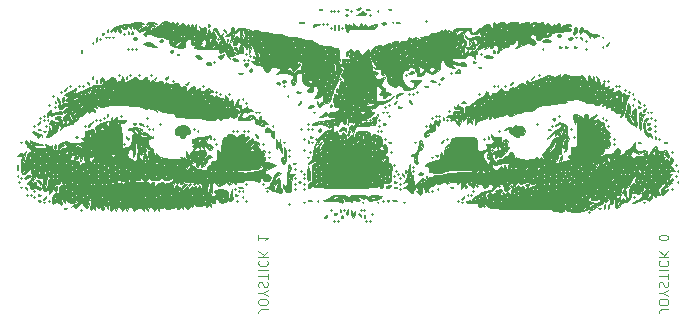
<source format=gbo>
%TF.GenerationSoftware,KiCad,Pcbnew,(5.1.8)-1*%
%TF.CreationDate,2021-01-26T16:03:31+01:00*%
%TF.ProjectId,CPC464 Splitter Faceplate A1,43504334-3634-4205-9370-6c6974746572,rev?*%
%TF.SameCoordinates,Original*%
%TF.FileFunction,Legend,Bot*%
%TF.FilePolarity,Positive*%
%FSLAX46Y46*%
G04 Gerber Fmt 4.6, Leading zero omitted, Abs format (unit mm)*
G04 Created by KiCad (PCBNEW (5.1.8)-1) date 2021-01-26 16:03:31*
%MOMM*%
%LPD*%
G01*
G04 APERTURE LIST*
%ADD10C,0.100000*%
%ADD11C,0.010000*%
G04 APERTURE END LIST*
D10*
X133026095Y-107721023D02*
X132454666Y-107721023D01*
X132340380Y-107759119D01*
X132264190Y-107835309D01*
X132226095Y-107949595D01*
X132226095Y-108025785D01*
X133026095Y-107187690D02*
X133026095Y-107035309D01*
X132988000Y-106959119D01*
X132911809Y-106882928D01*
X132759428Y-106844833D01*
X132492761Y-106844833D01*
X132340380Y-106882928D01*
X132264190Y-106959119D01*
X132226095Y-107035309D01*
X132226095Y-107187690D01*
X132264190Y-107263880D01*
X132340380Y-107340071D01*
X132492761Y-107378166D01*
X132759428Y-107378166D01*
X132911809Y-107340071D01*
X132988000Y-107263880D01*
X133026095Y-107187690D01*
X132607047Y-106349595D02*
X132226095Y-106349595D01*
X133026095Y-106616261D02*
X132607047Y-106349595D01*
X133026095Y-106082928D01*
X132264190Y-105854357D02*
X132226095Y-105740071D01*
X132226095Y-105549595D01*
X132264190Y-105473404D01*
X132302285Y-105435309D01*
X132378476Y-105397214D01*
X132454666Y-105397214D01*
X132530857Y-105435309D01*
X132568952Y-105473404D01*
X132607047Y-105549595D01*
X132645142Y-105701976D01*
X132683238Y-105778166D01*
X132721333Y-105816261D01*
X132797523Y-105854357D01*
X132873714Y-105854357D01*
X132949904Y-105816261D01*
X132988000Y-105778166D01*
X133026095Y-105701976D01*
X133026095Y-105511500D01*
X132988000Y-105397214D01*
X133026095Y-105168642D02*
X133026095Y-104711500D01*
X132226095Y-104940071D02*
X133026095Y-104940071D01*
X132226095Y-104444833D02*
X133026095Y-104444833D01*
X132302285Y-103606738D02*
X132264190Y-103644833D01*
X132226095Y-103759119D01*
X132226095Y-103835309D01*
X132264190Y-103949595D01*
X132340380Y-104025785D01*
X132416571Y-104063880D01*
X132568952Y-104101976D01*
X132683238Y-104101976D01*
X132835619Y-104063880D01*
X132911809Y-104025785D01*
X132988000Y-103949595D01*
X133026095Y-103835309D01*
X133026095Y-103759119D01*
X132988000Y-103644833D01*
X132949904Y-103606738D01*
X132226095Y-103263880D02*
X133026095Y-103263880D01*
X132226095Y-102806738D02*
X132683238Y-103149595D01*
X133026095Y-102806738D02*
X132568952Y-103263880D01*
X132226095Y-101435309D02*
X132226095Y-101892452D01*
X132226095Y-101663880D02*
X133026095Y-101663880D01*
X132911809Y-101740071D01*
X132835619Y-101816261D01*
X132797523Y-101892452D01*
X166935095Y-107721023D02*
X166363666Y-107721023D01*
X166249380Y-107759119D01*
X166173190Y-107835309D01*
X166135095Y-107949595D01*
X166135095Y-108025785D01*
X166935095Y-107187690D02*
X166935095Y-107035309D01*
X166897000Y-106959119D01*
X166820809Y-106882928D01*
X166668428Y-106844833D01*
X166401761Y-106844833D01*
X166249380Y-106882928D01*
X166173190Y-106959119D01*
X166135095Y-107035309D01*
X166135095Y-107187690D01*
X166173190Y-107263880D01*
X166249380Y-107340071D01*
X166401761Y-107378166D01*
X166668428Y-107378166D01*
X166820809Y-107340071D01*
X166897000Y-107263880D01*
X166935095Y-107187690D01*
X166516047Y-106349595D02*
X166135095Y-106349595D01*
X166935095Y-106616261D02*
X166516047Y-106349595D01*
X166935095Y-106082928D01*
X166173190Y-105854357D02*
X166135095Y-105740071D01*
X166135095Y-105549595D01*
X166173190Y-105473404D01*
X166211285Y-105435309D01*
X166287476Y-105397214D01*
X166363666Y-105397214D01*
X166439857Y-105435309D01*
X166477952Y-105473404D01*
X166516047Y-105549595D01*
X166554142Y-105701976D01*
X166592238Y-105778166D01*
X166630333Y-105816261D01*
X166706523Y-105854357D01*
X166782714Y-105854357D01*
X166858904Y-105816261D01*
X166897000Y-105778166D01*
X166935095Y-105701976D01*
X166935095Y-105511500D01*
X166897000Y-105397214D01*
X166935095Y-105168642D02*
X166935095Y-104711500D01*
X166135095Y-104940071D02*
X166935095Y-104940071D01*
X166135095Y-104444833D02*
X166935095Y-104444833D01*
X166211285Y-103606738D02*
X166173190Y-103644833D01*
X166135095Y-103759119D01*
X166135095Y-103835309D01*
X166173190Y-103949595D01*
X166249380Y-104025785D01*
X166325571Y-104063880D01*
X166477952Y-104101976D01*
X166592238Y-104101976D01*
X166744619Y-104063880D01*
X166820809Y-104025785D01*
X166897000Y-103949595D01*
X166935095Y-103835309D01*
X166935095Y-103759119D01*
X166897000Y-103644833D01*
X166858904Y-103606738D01*
X166135095Y-103263880D02*
X166935095Y-103263880D01*
X166135095Y-102806738D02*
X166592238Y-103149595D01*
X166935095Y-102806738D02*
X166477952Y-103263880D01*
X166935095Y-101701976D02*
X166935095Y-101625785D01*
X166897000Y-101549595D01*
X166858904Y-101511500D01*
X166782714Y-101473404D01*
X166630333Y-101435309D01*
X166439857Y-101435309D01*
X166287476Y-101473404D01*
X166211285Y-101511500D01*
X166173190Y-101549595D01*
X166135095Y-101625785D01*
X166135095Y-101701976D01*
X166173190Y-101778166D01*
X166211285Y-101816261D01*
X166287476Y-101854357D01*
X166439857Y-101892452D01*
X166630333Y-101892452D01*
X166782714Y-101854357D01*
X166858904Y-101816261D01*
X166897000Y-101778166D01*
X166935095Y-101701976D01*
D11*
%TO.C,G\u002A\u002A\u002A*%
G36*
X141605000Y-100276875D02*
G01*
X141684375Y-100356250D01*
X141763750Y-100276875D01*
X141684375Y-100197500D01*
X141605000Y-100276875D01*
G37*
X141605000Y-100276875D02*
X141684375Y-100356250D01*
X141763750Y-100276875D01*
X141684375Y-100197500D01*
X141605000Y-100276875D01*
G36*
X141287500Y-100276875D02*
G01*
X141366875Y-100356250D01*
X141446250Y-100276875D01*
X141366875Y-100197500D01*
X141287500Y-100276875D01*
G37*
X141287500Y-100276875D02*
X141366875Y-100356250D01*
X141446250Y-100276875D01*
X141366875Y-100197500D01*
X141287500Y-100276875D01*
G36*
X138906250Y-100276875D02*
G01*
X138985625Y-100356250D01*
X139065000Y-100276875D01*
X138985625Y-100197500D01*
X138906250Y-100276875D01*
G37*
X138906250Y-100276875D02*
X138985625Y-100356250D01*
X139065000Y-100276875D01*
X138985625Y-100197500D01*
X138906250Y-100276875D01*
G36*
X138588750Y-100276875D02*
G01*
X138668125Y-100356250D01*
X138747500Y-100276875D01*
X138668125Y-100197500D01*
X138588750Y-100276875D01*
G37*
X138588750Y-100276875D02*
X138668125Y-100356250D01*
X138747500Y-100276875D01*
X138668125Y-100197500D01*
X138588750Y-100276875D01*
G36*
X141181667Y-99774166D02*
G01*
X141162668Y-99962565D01*
X141181667Y-99985833D01*
X141276044Y-99964041D01*
X141287500Y-99880000D01*
X141229416Y-99749330D01*
X141181667Y-99774166D01*
G37*
X141181667Y-99774166D02*
X141162668Y-99962565D01*
X141181667Y-99985833D01*
X141276044Y-99964041D01*
X141287500Y-99880000D01*
X141229416Y-99749330D01*
X141181667Y-99774166D01*
G36*
X140054685Y-99395039D02*
G01*
X140062529Y-99602187D01*
X140128390Y-99952209D01*
X140251236Y-100017075D01*
X140400054Y-99780693D01*
X140401128Y-99777903D01*
X140446463Y-99513613D01*
X140418112Y-99433945D01*
X140338650Y-99480663D01*
X140323843Y-99575729D01*
X140270642Y-99644680D01*
X140175497Y-99483125D01*
X140081137Y-99300114D01*
X140054685Y-99395039D01*
G37*
X140054685Y-99395039D02*
X140062529Y-99602187D01*
X140128390Y-99952209D01*
X140251236Y-100017075D01*
X140400054Y-99780693D01*
X140401128Y-99777903D01*
X140446463Y-99513613D01*
X140418112Y-99433945D01*
X140338650Y-99480663D01*
X140323843Y-99575729D01*
X140270642Y-99644680D01*
X140175497Y-99483125D01*
X140081137Y-99300114D01*
X140054685Y-99395039D01*
G36*
X139276667Y-99774166D02*
G01*
X139257668Y-99962565D01*
X139276667Y-99985833D01*
X139371044Y-99964041D01*
X139382500Y-99880000D01*
X139324416Y-99749330D01*
X139276667Y-99774166D01*
G37*
X139276667Y-99774166D02*
X139257668Y-99962565D01*
X139276667Y-99985833D01*
X139371044Y-99964041D01*
X139382500Y-99880000D01*
X139324416Y-99749330D01*
X139276667Y-99774166D01*
G36*
X137978279Y-99785465D02*
G01*
X137809191Y-99933037D01*
X137795000Y-99968743D01*
X137870339Y-100033992D01*
X138027194Y-99887787D01*
X138048285Y-99855471D01*
X138066996Y-99746839D01*
X137978279Y-99785465D01*
G37*
X137978279Y-99785465D02*
X137809191Y-99933037D01*
X137795000Y-99968743D01*
X137870339Y-100033992D01*
X138027194Y-99887787D01*
X138048285Y-99855471D01*
X138066996Y-99746839D01*
X137978279Y-99785465D01*
G36*
X140702306Y-99665044D02*
G01*
X140731875Y-99721250D01*
X140881452Y-99872856D01*
X140909363Y-99880000D01*
X140920195Y-99777455D01*
X140890625Y-99721250D01*
X140741049Y-99569643D01*
X140713138Y-99562500D01*
X140702306Y-99665044D01*
G37*
X140702306Y-99665044D02*
X140731875Y-99721250D01*
X140881452Y-99872856D01*
X140909363Y-99880000D01*
X140920195Y-99777455D01*
X140890625Y-99721250D01*
X140741049Y-99569643D01*
X140713138Y-99562500D01*
X140702306Y-99665044D01*
G36*
X141763750Y-99641875D02*
G01*
X141843125Y-99721250D01*
X141922500Y-99641875D01*
X141843125Y-99562500D01*
X141763750Y-99641875D01*
G37*
X141763750Y-99641875D02*
X141843125Y-99721250D01*
X141922500Y-99641875D01*
X141843125Y-99562500D01*
X141763750Y-99641875D01*
G36*
X139693997Y-99369135D02*
G01*
X139642592Y-99483125D01*
X139639293Y-99687540D01*
X139704983Y-99721250D01*
X139841428Y-99592593D01*
X139858750Y-99483125D01*
X139824786Y-99271319D01*
X139796360Y-99245000D01*
X139693997Y-99369135D01*
G37*
X139693997Y-99369135D02*
X139642592Y-99483125D01*
X139639293Y-99687540D01*
X139704983Y-99721250D01*
X139841428Y-99592593D01*
X139858750Y-99483125D01*
X139824786Y-99271319D01*
X139796360Y-99245000D01*
X139693997Y-99369135D01*
G36*
X138641667Y-99615416D02*
G01*
X138663459Y-99709793D01*
X138747500Y-99721250D01*
X138878170Y-99663165D01*
X138853334Y-99615416D01*
X138664935Y-99596417D01*
X138641667Y-99615416D01*
G37*
X138641667Y-99615416D02*
X138663459Y-99709793D01*
X138747500Y-99721250D01*
X138878170Y-99663165D01*
X138853334Y-99615416D01*
X138664935Y-99596417D01*
X138641667Y-99615416D01*
G36*
X160178750Y-99483125D02*
G01*
X160258125Y-99562500D01*
X160337500Y-99483125D01*
X160258125Y-99403750D01*
X160178750Y-99483125D01*
G37*
X160178750Y-99483125D02*
X160258125Y-99562500D01*
X160337500Y-99483125D01*
X160258125Y-99403750D01*
X160178750Y-99483125D01*
G36*
X159763032Y-91301323D02*
G01*
X159778678Y-91435787D01*
X159812097Y-91585864D01*
X159676419Y-91509477D01*
X159610745Y-91455974D01*
X159493731Y-91386875D01*
X159385000Y-91386875D01*
X159305625Y-91466250D01*
X159226250Y-91386875D01*
X159305625Y-91307500D01*
X159385000Y-91386875D01*
X159493731Y-91386875D01*
X159211983Y-91220499D01*
X158932621Y-91228529D01*
X158824912Y-91453646D01*
X158912921Y-91808776D01*
X159029526Y-92063254D01*
X159045385Y-92030594D01*
X159007408Y-91823218D01*
X159005315Y-91583581D01*
X159082305Y-91554774D01*
X159151383Y-91745614D01*
X159202352Y-92168745D01*
X159225710Y-92739075D01*
X159226250Y-92843509D01*
X159219144Y-93452052D01*
X159187363Y-93803752D01*
X159115211Y-93959136D01*
X158986994Y-93978732D01*
X158934914Y-93967094D01*
X158726944Y-93967919D01*
X158700681Y-94179834D01*
X158715295Y-94266078D01*
X158708564Y-94555203D01*
X158609757Y-94641250D01*
X158441080Y-94757804D01*
X158432500Y-94809368D01*
X158528175Y-94907505D01*
X158580281Y-94886154D01*
X158777421Y-94889173D01*
X158806961Y-94922483D01*
X158734138Y-95027688D01*
X158486250Y-95083218D01*
X158106215Y-95151214D01*
X157905173Y-95228442D01*
X157597052Y-95336490D01*
X157419855Y-95362979D01*
X157210508Y-95363307D01*
X157273429Y-95272658D01*
X157397288Y-95179684D01*
X157591049Y-94902810D01*
X157589775Y-94879375D01*
X157480000Y-94879375D01*
X157400625Y-94958750D01*
X157321250Y-94879375D01*
X157384530Y-94816095D01*
X157117529Y-94816095D01*
X157084220Y-94975166D01*
X157072919Y-95005284D01*
X156947158Y-95199680D01*
X156875660Y-95201075D01*
X156893467Y-95033140D01*
X156984052Y-94916416D01*
X157117529Y-94816095D01*
X157384530Y-94816095D01*
X157400625Y-94800000D01*
X157480000Y-94879375D01*
X157589775Y-94879375D01*
X157581105Y-94720006D01*
X157564607Y-94549647D01*
X157629600Y-94556219D01*
X157816511Y-94565603D01*
X157890617Y-94380582D01*
X157821107Y-94113480D01*
X157771480Y-94038983D01*
X157639678Y-93856614D01*
X157722968Y-93896901D01*
X157812107Y-93965185D01*
X158065188Y-94078083D01*
X158177685Y-94049398D01*
X158227090Y-94078624D01*
X158187791Y-94249213D01*
X158140363Y-94443826D01*
X158226952Y-94361947D01*
X158244088Y-94338146D01*
X158340617Y-94029533D01*
X158320678Y-93899561D01*
X158339005Y-93602741D01*
X158413363Y-93473684D01*
X158494886Y-93265689D01*
X158384499Y-93265689D01*
X158313438Y-93317637D01*
X158131242Y-93527188D01*
X158115000Y-93622604D01*
X158069598Y-93825726D01*
X158035625Y-93847500D01*
X157971035Y-93713984D01*
X157956250Y-93530000D01*
X157797500Y-93530000D01*
X157739416Y-93660669D01*
X157691667Y-93635833D01*
X157689638Y-93615703D01*
X157430927Y-93615703D01*
X157425652Y-93713203D01*
X157375134Y-93999709D01*
X157298198Y-94071303D01*
X157161316Y-94132146D01*
X157114895Y-94218828D01*
X156905908Y-94405985D01*
X156780761Y-94429583D01*
X156595560Y-94397169D01*
X156593646Y-94363437D01*
X156767484Y-94350208D01*
X156900172Y-94258444D01*
X157099071Y-93964787D01*
X157162927Y-93847500D01*
X157344978Y-93510544D01*
X157422215Y-93439461D01*
X157430927Y-93615703D01*
X157689638Y-93615703D01*
X157672668Y-93447434D01*
X157691667Y-93424166D01*
X157786044Y-93445958D01*
X157797500Y-93530000D01*
X157956250Y-93530000D01*
X158064569Y-93267805D01*
X158234063Y-93225032D01*
X158384499Y-93265689D01*
X158494886Y-93265689D01*
X158506272Y-93236641D01*
X158470811Y-93144976D01*
X158385380Y-92914163D01*
X158376297Y-92815625D01*
X158273750Y-92815625D01*
X158194375Y-92895000D01*
X158115000Y-92815625D01*
X158194375Y-92736250D01*
X158273750Y-92815625D01*
X158376297Y-92815625D01*
X158353125Y-92564270D01*
X158333955Y-92346358D01*
X158220834Y-92346358D01*
X158186204Y-92562053D01*
X158071268Y-92474452D01*
X158042405Y-92429719D01*
X158050398Y-92229584D01*
X158085953Y-92198577D01*
X158204125Y-92245595D01*
X158220834Y-92346358D01*
X158333955Y-92346358D01*
X158325424Y-92249393D01*
X158258783Y-92140805D01*
X158258462Y-92140937D01*
X158074475Y-92085923D01*
X157922337Y-91980229D01*
X157696073Y-91870690D01*
X157489593Y-92024464D01*
X157461376Y-92059604D01*
X157323072Y-92248810D01*
X157399803Y-92214359D01*
X157505555Y-92133228D01*
X157768263Y-92021825D01*
X157867189Y-92085576D01*
X157820181Y-92265993D01*
X157603509Y-92434171D01*
X157288585Y-92636875D01*
X156978836Y-92891383D01*
X156737113Y-93134969D01*
X156626267Y-93304909D01*
X156693466Y-93342386D01*
X156954464Y-93175573D01*
X157117188Y-92974375D01*
X157265088Y-92785450D01*
X157317505Y-92882089D01*
X157318056Y-92895000D01*
X157346162Y-93053054D01*
X157454377Y-92934235D01*
X157480000Y-92895000D01*
X157604429Y-92736952D01*
X157637681Y-92855580D01*
X157638750Y-92895000D01*
X157666166Y-93050709D01*
X157776798Y-92922467D01*
X157789457Y-92902579D01*
X157868844Y-92625366D01*
X157841872Y-92520863D01*
X157855325Y-92447365D01*
X157932152Y-92483231D01*
X158036259Y-92684602D01*
X157937134Y-92930472D01*
X157708823Y-93110669D01*
X157493593Y-93135742D01*
X157227858Y-93193192D01*
X157091065Y-93475510D01*
X156901115Y-93856030D01*
X156579587Y-94227423D01*
X156566052Y-94239221D01*
X156294693Y-94503218D01*
X156246771Y-94692676D01*
X156373910Y-94900879D01*
X156523455Y-95102079D01*
X156459474Y-95079150D01*
X156329063Y-94978999D01*
X156115753Y-94842160D01*
X156051160Y-94924966D01*
X156048820Y-94978999D01*
X156013653Y-95102912D01*
X155892500Y-94958750D01*
X155765806Y-94834354D01*
X155736181Y-94885641D01*
X155591387Y-94980871D01*
X155221371Y-95040198D01*
X154940000Y-95050657D01*
X154487158Y-95026422D01*
X154199769Y-94964459D01*
X154146250Y-94915959D01*
X154046520Y-94853452D01*
X153983567Y-94881805D01*
X153847978Y-94895018D01*
X153843617Y-94851487D01*
X153819856Y-94495994D01*
X153584811Y-94376667D01*
X153583794Y-94376666D01*
X153408983Y-94471859D01*
X153412490Y-94568602D01*
X153353132Y-94721019D01*
X153220884Y-94740581D01*
X153013178Y-94812593D01*
X152992066Y-94909322D01*
X152898086Y-95038835D01*
X152714254Y-95037499D01*
X152461791Y-95064028D01*
X152400000Y-95161937D01*
X152344739Y-95226980D01*
X152211604Y-95083465D01*
X152049572Y-94813893D01*
X152007290Y-94720625D01*
X151765000Y-94720625D01*
X151685625Y-94800000D01*
X151606250Y-94720625D01*
X151685625Y-94641250D01*
X151765000Y-94720625D01*
X152007290Y-94720625D01*
X151964595Y-94626449D01*
X152042754Y-94625093D01*
X152117990Y-94598191D01*
X152417290Y-94618201D01*
X152522531Y-94729640D01*
X152646511Y-94838198D01*
X152839472Y-94746206D01*
X153112055Y-94484922D01*
X153351799Y-94195433D01*
X153420060Y-94025223D01*
X153387184Y-94006250D01*
X153272750Y-93891722D01*
X153292175Y-93775727D01*
X153323199Y-93500748D01*
X153181218Y-93500748D01*
X153098675Y-93894262D01*
X152859542Y-94176834D01*
X152568346Y-94246223D01*
X152223842Y-94309832D01*
X152053050Y-94443934D01*
X151950537Y-94595438D01*
X151907618Y-94500766D01*
X151834717Y-94226586D01*
X151833247Y-94207215D01*
X151854804Y-93966203D01*
X151988887Y-93995939D01*
X152027692Y-94026638D01*
X152203550Y-94115783D01*
X152243681Y-93986000D01*
X152278848Y-93862087D01*
X152400000Y-94006250D01*
X152524429Y-94164297D01*
X152557681Y-94045669D01*
X152558750Y-94006250D01*
X152590800Y-93855588D01*
X152700715Y-93984525D01*
X152824413Y-94066093D01*
X152954064Y-93872534D01*
X153003251Y-93746400D01*
X153118356Y-93494503D01*
X153179428Y-93483832D01*
X153181218Y-93500748D01*
X153323199Y-93500748D01*
X153328136Y-93456996D01*
X153195719Y-93308760D01*
X152974660Y-93395849D01*
X152911554Y-93466263D01*
X152743254Y-93666733D01*
X152721901Y-93594744D01*
X152736180Y-93530000D01*
X152558750Y-93530000D01*
X152500666Y-93660669D01*
X152452917Y-93635833D01*
X152433918Y-93447434D01*
X152452917Y-93424166D01*
X152547294Y-93445958D01*
X152558750Y-93530000D01*
X152736180Y-93530000D01*
X152763879Y-93404415D01*
X152787761Y-93145195D01*
X152631854Y-93113779D01*
X152525775Y-93143591D01*
X152189902Y-93138542D01*
X152065112Y-93031050D01*
X151955414Y-92918653D01*
X151926181Y-93093437D01*
X151996604Y-93328977D01*
X152077518Y-93371250D01*
X152167084Y-93486697D01*
X152144335Y-93597841D01*
X151939276Y-93756993D01*
X151738310Y-93762984D01*
X151524361Y-93754321D01*
X151575592Y-93889382D01*
X151595464Y-93913878D01*
X151663760Y-94093736D01*
X151457037Y-94209930D01*
X151411159Y-94222817D01*
X150980477Y-94308421D01*
X150775167Y-94239435D01*
X150727030Y-93982185D01*
X150731385Y-93887187D01*
X150733437Y-93530000D01*
X148907500Y-93530000D01*
X148849416Y-93660669D01*
X148801667Y-93635833D01*
X148782668Y-93447434D01*
X148801667Y-93424166D01*
X148896044Y-93445958D01*
X148907500Y-93530000D01*
X150733437Y-93530000D01*
X150733631Y-93496346D01*
X150634979Y-93266938D01*
X150372736Y-93157765D01*
X149884210Y-93127629D01*
X149577336Y-93128838D01*
X149006381Y-93145017D01*
X148683661Y-93191602D01*
X148540050Y-93289610D01*
X148506480Y-93454409D01*
X148458542Y-93712015D01*
X148350778Y-94000592D01*
X148228887Y-94228013D01*
X148138564Y-94302152D01*
X148118578Y-94236437D01*
X148212999Y-93988036D01*
X148312188Y-93859406D01*
X148424768Y-93706025D01*
X148283911Y-93717416D01*
X148272500Y-93720819D01*
X148092343Y-93916700D01*
X147980597Y-94302428D01*
X147976629Y-94335975D01*
X147927698Y-94668334D01*
X147866733Y-94714988D01*
X147789349Y-94561875D01*
X147696850Y-94375911D01*
X147658314Y-94467333D01*
X147648658Y-94680937D01*
X147572731Y-95017586D01*
X147340863Y-95117493D01*
X147338147Y-95117500D01*
X146986231Y-95189351D01*
X146584084Y-95354646D01*
X146321633Y-95521009D01*
X146359629Y-95590361D01*
X146407188Y-95592771D01*
X146660703Y-95709061D01*
X146715350Y-96065165D01*
X146714104Y-96078776D01*
X146849241Y-96137404D01*
X147196665Y-96175673D01*
X147330304Y-96180667D01*
X147723955Y-96157472D01*
X147940512Y-96082799D01*
X147955000Y-96052828D01*
X148101230Y-95987299D01*
X148490031Y-95937856D01*
X149046569Y-95912782D01*
X149234369Y-95911250D01*
X149813761Y-95925954D01*
X150235195Y-95965087D01*
X150429991Y-96021180D01*
X150433170Y-96041612D01*
X150245329Y-96104147D01*
X149829999Y-96143089D01*
X149276824Y-96150066D01*
X149272863Y-96149987D01*
X148699528Y-96157738D01*
X148244472Y-96199334D01*
X148010840Y-96263783D01*
X147727159Y-96340611D01*
X147415527Y-96324671D01*
X147102948Y-96324491D01*
X147002500Y-96424470D01*
X146938915Y-96523924D01*
X146903418Y-96500084D01*
X146745862Y-96533865D01*
X146531839Y-96737520D01*
X146308482Y-96952382D01*
X146277296Y-96943125D01*
X146050000Y-96943125D01*
X145970625Y-97022500D01*
X145891250Y-96943125D01*
X145970625Y-96863750D01*
X146050000Y-96943125D01*
X146277296Y-96943125D01*
X146160507Y-96908459D01*
X146130143Y-96864991D01*
X146086176Y-96731949D01*
X146208750Y-96784374D01*
X146341295Y-96826601D01*
X146296893Y-96719186D01*
X146118332Y-96656304D01*
X145877351Y-96789490D01*
X145668131Y-97038620D01*
X145584852Y-97323570D01*
X145584908Y-97324916D01*
X145621130Y-97453258D01*
X145721357Y-97287818D01*
X145733254Y-97260625D01*
X145828614Y-97073768D01*
X145854814Y-97166633D01*
X145847169Y-97368242D01*
X145779682Y-97652597D01*
X145659136Y-97694956D01*
X145613726Y-97717016D01*
X145725024Y-97880542D01*
X145907533Y-98074745D01*
X146004895Y-98013270D01*
X146060243Y-97871328D01*
X146114634Y-97503052D01*
X146092432Y-97340000D01*
X146061814Y-97187636D01*
X146167548Y-97309428D01*
X146179088Y-97325603D01*
X146298486Y-97612438D01*
X146299456Y-97722478D01*
X146305059Y-97808257D01*
X146327703Y-97775573D01*
X146496211Y-97730010D01*
X146564338Y-97760414D01*
X146658366Y-97765469D01*
X146620785Y-97682028D01*
X146616646Y-97519014D01*
X146685000Y-97498750D01*
X146792190Y-97404970D01*
X146771155Y-97350969D01*
X146796183Y-97150233D01*
X146865689Y-97088316D01*
X146977028Y-97066937D01*
X146938285Y-97156721D01*
X146885430Y-97322757D01*
X147001587Y-97308472D01*
X147210589Y-97135277D01*
X147274584Y-97062187D01*
X147405133Y-96929962D01*
X147386620Y-97007340D01*
X147351726Y-97151053D01*
X147493910Y-97091179D01*
X147852127Y-96936385D01*
X148076879Y-96971993D01*
X148116181Y-97076234D01*
X148173522Y-97165012D01*
X148235244Y-97101875D01*
X148458484Y-96967240D01*
X148765120Y-96928501D01*
X149010520Y-96988955D01*
X149068681Y-97082866D01*
X149135528Y-97127267D01*
X149225000Y-97022500D01*
X149339391Y-96901942D01*
X149379190Y-97061350D01*
X149381320Y-97159149D01*
X149383750Y-97533923D01*
X149713345Y-97159149D01*
X149906978Y-96960360D01*
X149951727Y-96961948D01*
X149942101Y-96982812D01*
X149968761Y-97153462D01*
X150088757Y-97181250D01*
X150308392Y-97284728D01*
X150341078Y-97379687D01*
X150401908Y-97441156D01*
X150499454Y-97315076D01*
X150716809Y-97161452D01*
X151013242Y-97138857D01*
X151243195Y-97240200D01*
X151288750Y-97353532D01*
X151405787Y-97425107D01*
X151525964Y-97397758D01*
X151697971Y-97264522D01*
X151696369Y-97198633D01*
X151766658Y-97108756D01*
X151911648Y-97090535D01*
X152121946Y-97186042D01*
X152121087Y-97368340D01*
X152012482Y-97596495D01*
X151946407Y-97633023D01*
X151725313Y-97658544D01*
X151487188Y-97723685D01*
X151186001Y-97841816D01*
X150820312Y-98046214D01*
X150501261Y-98266708D01*
X150339988Y-98433129D01*
X150336250Y-98450344D01*
X150221009Y-98537233D01*
X150114183Y-98514820D01*
X149860345Y-98527892D01*
X149792555Y-98590697D01*
X149858562Y-98692411D01*
X150199122Y-98721629D01*
X150313239Y-98717119D01*
X150724976Y-98725345D01*
X150866285Y-98820406D01*
X150856008Y-98884349D01*
X150878132Y-99056476D01*
X151046207Y-99065871D01*
X151214140Y-98919791D01*
X151398945Y-98856493D01*
X151565408Y-98959478D01*
X151789676Y-99112231D01*
X151867108Y-99130280D01*
X152040122Y-99145342D01*
X152124049Y-99173076D01*
X152348494Y-99197962D01*
X152828368Y-99213659D01*
X153501707Y-99219304D01*
X154306550Y-99214037D01*
X154665807Y-99208421D01*
X155490316Y-99200096D01*
X156192822Y-99205863D01*
X156716722Y-99224249D01*
X157005414Y-99253777D01*
X157043530Y-99270368D01*
X157214446Y-99384755D01*
X157535575Y-99450667D01*
X157872934Y-99458142D01*
X158092541Y-99397218D01*
X158117431Y-99350213D01*
X158174776Y-99261279D01*
X158236494Y-99324375D01*
X158453027Y-99417230D01*
X158855881Y-99469236D01*
X159323274Y-99478567D01*
X159733425Y-99443400D01*
X159964553Y-99361909D01*
X159973595Y-99350404D01*
X160173597Y-99276028D01*
X160365128Y-99298222D01*
X160662807Y-99269233D01*
X160750625Y-99165625D01*
X160655000Y-99165625D01*
X160575625Y-99245000D01*
X160496250Y-99165625D01*
X160575625Y-99086250D01*
X160655000Y-99165625D01*
X160750625Y-99165625D01*
X160761071Y-99153302D01*
X160959277Y-98950230D01*
X161060972Y-98927500D01*
X161309416Y-98804520D01*
X161436035Y-98649687D01*
X161563697Y-98477666D01*
X161607080Y-98586878D01*
X161608298Y-98610000D01*
X161675956Y-98683235D01*
X161847285Y-98475284D01*
X161862216Y-98451250D01*
X162002992Y-98259060D01*
X162022796Y-98318988D01*
X162014825Y-98346513D01*
X161991242Y-98682020D01*
X162036769Y-98821163D01*
X162153789Y-98844222D01*
X162259584Y-98608399D01*
X162369602Y-98213125D01*
X162385426Y-98640318D01*
X162461870Y-99031824D01*
X162623376Y-99165274D01*
X162825082Y-99014484D01*
X162877500Y-98927500D01*
X163055050Y-98702950D01*
X163170858Y-98674453D01*
X163414119Y-98674255D01*
X163633832Y-98452893D01*
X163747711Y-98101221D01*
X163750625Y-98034312D01*
X163830398Y-97686869D01*
X163988750Y-97527168D01*
X164142243Y-97499807D01*
X164071705Y-97633277D01*
X164005984Y-97714692D01*
X163869131Y-97905859D01*
X163960243Y-97913220D01*
X164045671Y-97882274D01*
X164263682Y-97877504D01*
X164306250Y-97958015D01*
X164399318Y-97997862D01*
X164598568Y-97855937D01*
X164791771Y-97597056D01*
X164812165Y-97434534D01*
X164836544Y-97385504D01*
X164598161Y-97385504D01*
X164559535Y-97474221D01*
X164399690Y-97644647D01*
X164307796Y-97609686D01*
X164306250Y-97587493D01*
X164419007Y-97453220D01*
X164489529Y-97404215D01*
X164598161Y-97385504D01*
X164836544Y-97385504D01*
X164842966Y-97372589D01*
X164940771Y-97419078D01*
X165049172Y-97559086D01*
X164885204Y-97739346D01*
X164870028Y-97750544D01*
X164691696Y-97979543D01*
X164699136Y-98127294D01*
X164644658Y-98294465D01*
X164338951Y-98463349D01*
X164310054Y-98473711D01*
X163997349Y-98609918D01*
X163885996Y-98715300D01*
X163891377Y-98724293D01*
X164070199Y-98713741D01*
X164403388Y-98584707D01*
X164445571Y-98564112D01*
X164793124Y-98427971D01*
X165005897Y-98412695D01*
X165015686Y-98419852D01*
X165288894Y-98540784D01*
X165494003Y-98394387D01*
X165534663Y-98234015D01*
X165538440Y-97999124D01*
X165457587Y-98036103D01*
X165328905Y-98203779D01*
X165151857Y-98353764D01*
X165090874Y-98236450D01*
X165139688Y-98018171D01*
X165313330Y-97880036D01*
X165569954Y-97943078D01*
X165730148Y-98108113D01*
X165856319Y-98252779D01*
X165888923Y-98164068D01*
X165981958Y-98032541D01*
X166052500Y-98054375D01*
X166197589Y-98078283D01*
X166151923Y-97861521D01*
X166052071Y-97656697D01*
X166036652Y-97578125D01*
X165417500Y-97578125D01*
X165338125Y-97657500D01*
X165258750Y-97578125D01*
X165338125Y-97498750D01*
X165417500Y-97578125D01*
X166036652Y-97578125D01*
X166005497Y-97419375D01*
X165735000Y-97419375D01*
X165655625Y-97498750D01*
X165576250Y-97419375D01*
X165655625Y-97340000D01*
X165735000Y-97419375D01*
X166005497Y-97419375D01*
X165993003Y-97355712D01*
X166209870Y-97154760D01*
X166427572Y-97101875D01*
X164623750Y-97101875D01*
X164544375Y-97181250D01*
X164465000Y-97101875D01*
X164544375Y-97022500D01*
X164623750Y-97101875D01*
X166427572Y-97101875D01*
X166672638Y-97042343D01*
X166730842Y-96943125D01*
X165893750Y-96943125D01*
X165814375Y-97022500D01*
X165735000Y-96943125D01*
X165100000Y-96943125D01*
X165020625Y-97022500D01*
X164941250Y-96943125D01*
X165020625Y-96863750D01*
X165100000Y-96943125D01*
X165735000Y-96943125D01*
X165814375Y-96863750D01*
X165893750Y-96943125D01*
X166730842Y-96943125D01*
X166759067Y-96895011D01*
X166750537Y-96705000D01*
X166528750Y-96705000D01*
X166470666Y-96835669D01*
X166422917Y-96810833D01*
X166420249Y-96784375D01*
X164782500Y-96784375D01*
X164703125Y-96863750D01*
X164623750Y-96784375D01*
X164465000Y-96784375D01*
X164385625Y-96863750D01*
X164306250Y-96784375D01*
X164385625Y-96705000D01*
X164465000Y-96784375D01*
X164623750Y-96784375D01*
X164703125Y-96705000D01*
X164782500Y-96784375D01*
X166420249Y-96784375D01*
X166404240Y-96625625D01*
X165576250Y-96625625D01*
X165496875Y-96705000D01*
X165417500Y-96625625D01*
X165496875Y-96546250D01*
X165576250Y-96625625D01*
X166404240Y-96625625D01*
X166403918Y-96622434D01*
X166422917Y-96599166D01*
X166517294Y-96620958D01*
X166528750Y-96705000D01*
X166750537Y-96705000D01*
X166748755Y-96665312D01*
X166716967Y-96466875D01*
X164623750Y-96466875D01*
X164544375Y-96546250D01*
X164465000Y-96466875D01*
X164502718Y-96429157D01*
X164290494Y-96429157D01*
X164199006Y-96556732D01*
X164194618Y-96561164D01*
X164086340Y-96837327D01*
X164163688Y-97086507D01*
X164260673Y-97306407D01*
X164197879Y-97262223D01*
X164109389Y-97155675D01*
X163948221Y-97004789D01*
X163823904Y-97084117D01*
X163691969Y-97350680D01*
X163576646Y-97795303D01*
X163590488Y-98170005D01*
X163638865Y-98397608D01*
X163566219Y-98348850D01*
X163525331Y-98292500D01*
X163394229Y-98154645D01*
X163348639Y-98305060D01*
X163345024Y-98371875D01*
X163321098Y-98583791D01*
X163254034Y-98491668D01*
X163221958Y-98413002D01*
X163128277Y-98276279D01*
X163013796Y-98384969D01*
X162887261Y-98645437D01*
X162715014Y-98948400D01*
X162601005Y-98961411D01*
X162587208Y-98929747D01*
X162619468Y-98697629D01*
X162694938Y-98644395D01*
X162853034Y-98455429D01*
X162875070Y-98318958D01*
X162842578Y-98153058D01*
X162738412Y-98266123D01*
X162607545Y-98388505D01*
X162511875Y-98237314D01*
X162518382Y-98060592D01*
X162729412Y-98056428D01*
X162952280Y-98043611D01*
X162955757Y-98020504D01*
X161740661Y-98020504D01*
X161702035Y-98109221D01*
X161542190Y-98279647D01*
X161450296Y-98244686D01*
X161448750Y-98222493D01*
X161500956Y-98160325D01*
X161254845Y-98160325D01*
X161251325Y-98322673D01*
X161248965Y-98340572D01*
X161142636Y-98587075D01*
X161051875Y-98637181D01*
X160807302Y-98729330D01*
X160579990Y-98866921D01*
X160301057Y-99049211D01*
X160194736Y-99054359D01*
X160180779Y-98943595D01*
X159975029Y-98943595D01*
X159941720Y-99102666D01*
X159930419Y-99132784D01*
X159804658Y-99327180D01*
X159733160Y-99328575D01*
X159750967Y-99160640D01*
X159773384Y-99131754D01*
X159518161Y-99131754D01*
X159479535Y-99220471D01*
X159319690Y-99390897D01*
X159227796Y-99355936D01*
X159226250Y-99333743D01*
X159339007Y-99199470D01*
X159387712Y-99165625D01*
X158750000Y-99165625D01*
X158670625Y-99245000D01*
X158591250Y-99165625D01*
X158670625Y-99086250D01*
X158750000Y-99165625D01*
X159387712Y-99165625D01*
X159409529Y-99150465D01*
X159518161Y-99131754D01*
X159773384Y-99131754D01*
X159841552Y-99043916D01*
X159975029Y-98943595D01*
X160180779Y-98943595D01*
X160178750Y-98927500D01*
X160255402Y-98848125D01*
X159226250Y-98848125D01*
X159146875Y-98927500D01*
X159067500Y-98848125D01*
X158273750Y-98848125D01*
X158194375Y-98927500D01*
X158115000Y-98848125D01*
X158194375Y-98768750D01*
X158273750Y-98848125D01*
X159067500Y-98848125D01*
X159146875Y-98768750D01*
X159226250Y-98848125D01*
X160255402Y-98848125D01*
X160309903Y-98791688D01*
X160456563Y-98766319D01*
X160637657Y-98738523D01*
X160585021Y-98689375D01*
X159702500Y-98689375D01*
X159623125Y-98768750D01*
X159543750Y-98689375D01*
X153352500Y-98689375D01*
X153273125Y-98768750D01*
X153193750Y-98689375D01*
X153273125Y-98610000D01*
X153352500Y-98689375D01*
X159543750Y-98689375D01*
X159623125Y-98610000D01*
X159702500Y-98689375D01*
X160585021Y-98689375D01*
X160518925Y-98627661D01*
X160503830Y-98618043D01*
X160218027Y-98541724D01*
X160106955Y-98571573D01*
X160057214Y-98552572D01*
X160072011Y-98530625D01*
X153828750Y-98530625D01*
X153749375Y-98610000D01*
X153670000Y-98530625D01*
X152876250Y-98530625D01*
X152796875Y-98610000D01*
X152717500Y-98530625D01*
X152558750Y-98530625D01*
X152479375Y-98610000D01*
X152400000Y-98530625D01*
X152479375Y-98451250D01*
X152558750Y-98530625D01*
X152717500Y-98530625D01*
X152796875Y-98451250D01*
X152876250Y-98530625D01*
X153670000Y-98530625D01*
X153749375Y-98451250D01*
X153828750Y-98530625D01*
X160072011Y-98530625D01*
X160158501Y-98402348D01*
X160340730Y-98213125D01*
X159702500Y-98213125D01*
X159623125Y-98292500D01*
X159543750Y-98213125D01*
X153352500Y-98213125D01*
X153273125Y-98292500D01*
X153193750Y-98213125D01*
X153273125Y-98133750D01*
X153352500Y-98213125D01*
X159543750Y-98213125D01*
X159623125Y-98133750D01*
X159702500Y-98213125D01*
X160340730Y-98213125D01*
X160365278Y-98187635D01*
X160473052Y-98141214D01*
X160418379Y-98290061D01*
X160416875Y-98292500D01*
X160430572Y-98451695D01*
X160486882Y-98471093D01*
X160801561Y-98508050D01*
X160853438Y-98514115D01*
X161085994Y-98411445D01*
X161169590Y-98295834D01*
X161254845Y-98160325D01*
X161500956Y-98160325D01*
X161561507Y-98088220D01*
X161610212Y-98054375D01*
X160813750Y-98054375D01*
X160734375Y-98133750D01*
X160655000Y-98054375D01*
X160020000Y-98054375D01*
X159940625Y-98133750D01*
X159861250Y-98054375D01*
X155416250Y-98054375D01*
X155336875Y-98133750D01*
X155257500Y-98054375D01*
X155336875Y-97975000D01*
X155416250Y-98054375D01*
X159861250Y-98054375D01*
X159940625Y-97975000D01*
X160020000Y-98054375D01*
X160655000Y-98054375D01*
X160734375Y-97975000D01*
X160813750Y-98054375D01*
X161610212Y-98054375D01*
X161632029Y-98039215D01*
X161740661Y-98020504D01*
X162955757Y-98020504D01*
X162984848Y-97827194D01*
X162970986Y-97739592D01*
X162970945Y-97736875D01*
X162401250Y-97736875D01*
X162321875Y-97816250D01*
X162242500Y-97736875D01*
X161448750Y-97736875D01*
X161369375Y-97816250D01*
X161290000Y-97736875D01*
X156845000Y-97736875D01*
X156765625Y-97816250D01*
X156686250Y-97736875D01*
X156765625Y-97657500D01*
X156845000Y-97736875D01*
X161290000Y-97736875D01*
X161369375Y-97657500D01*
X161448750Y-97736875D01*
X162242500Y-97736875D01*
X162321875Y-97657500D01*
X162401250Y-97736875D01*
X162970945Y-97736875D01*
X162968496Y-97578125D01*
X162718750Y-97578125D01*
X162639375Y-97657500D01*
X162560000Y-97578125D01*
X161925000Y-97578125D01*
X161845625Y-97657500D01*
X161766250Y-97578125D01*
X160972500Y-97578125D01*
X160893125Y-97657500D01*
X160813750Y-97578125D01*
X157480000Y-97578125D01*
X157400625Y-97657500D01*
X157380805Y-97637680D01*
X156327502Y-97637680D01*
X156236476Y-97578125D01*
X155892500Y-97578125D01*
X155813125Y-97657500D01*
X155733750Y-97578125D01*
X155575000Y-97578125D01*
X155495625Y-97657500D01*
X155416250Y-97578125D01*
X155495625Y-97498750D01*
X155575000Y-97578125D01*
X155733750Y-97578125D01*
X155813125Y-97498750D01*
X155892500Y-97578125D01*
X156236476Y-97578125D01*
X156211209Y-97561594D01*
X156190302Y-97541083D01*
X156064908Y-97332943D01*
X156081910Y-97256424D01*
X156199999Y-97304064D01*
X156279169Y-97452215D01*
X156327502Y-97637680D01*
X157380805Y-97637680D01*
X157321250Y-97578125D01*
X157400625Y-97498750D01*
X157480000Y-97578125D01*
X160813750Y-97578125D01*
X160893125Y-97498750D01*
X160972500Y-97578125D01*
X161766250Y-97578125D01*
X161845625Y-97498750D01*
X161925000Y-97578125D01*
X162560000Y-97578125D01*
X162639375Y-97498750D01*
X162718750Y-97578125D01*
X162968496Y-97578125D01*
X162966758Y-97465489D01*
X163115631Y-97419375D01*
X162242500Y-97419375D01*
X162163125Y-97498750D01*
X162083750Y-97419375D01*
X158591250Y-97419375D01*
X158511875Y-97498750D01*
X158432500Y-97419375D01*
X157797500Y-97419375D01*
X157718125Y-97498750D01*
X157638750Y-97419375D01*
X156686250Y-97419375D01*
X156606875Y-97498750D01*
X156527500Y-97419375D01*
X156606875Y-97340000D01*
X156686250Y-97419375D01*
X157638750Y-97419375D01*
X157718125Y-97340000D01*
X157797500Y-97419375D01*
X158432500Y-97419375D01*
X158511875Y-97340000D01*
X158591250Y-97419375D01*
X162083750Y-97419375D01*
X162163125Y-97340000D01*
X162242500Y-97419375D01*
X163115631Y-97419375D01*
X163140680Y-97411616D01*
X163218322Y-97423866D01*
X163489482Y-97375865D01*
X163657934Y-97101875D01*
X162560000Y-97101875D01*
X162480625Y-97181250D01*
X162401250Y-97101875D01*
X159067500Y-97101875D01*
X158988125Y-97181250D01*
X158908750Y-97101875D01*
X158988125Y-97022500D01*
X158273750Y-97022500D01*
X158215666Y-97153169D01*
X158167917Y-97128333D01*
X158165249Y-97101875D01*
X157480000Y-97101875D01*
X157400625Y-97181250D01*
X157328233Y-97108858D01*
X156950834Y-97108858D01*
X156916204Y-97324553D01*
X156801268Y-97236952D01*
X156772405Y-97192219D01*
X156776013Y-97101875D01*
X156527500Y-97101875D01*
X156448125Y-97181250D01*
X156368750Y-97101875D01*
X156448125Y-97022500D01*
X156527500Y-97101875D01*
X156776013Y-97101875D01*
X156780398Y-96992084D01*
X156815953Y-96961077D01*
X156934125Y-97008095D01*
X156950834Y-97108858D01*
X157328233Y-97108858D01*
X157321250Y-97101875D01*
X157400625Y-97022500D01*
X157480000Y-97101875D01*
X158165249Y-97101875D01*
X158149240Y-96943125D01*
X157956250Y-96943125D01*
X157876875Y-97022500D01*
X157797500Y-96943125D01*
X157869525Y-96871100D01*
X156046030Y-96871100D01*
X155980491Y-96986510D01*
X155914201Y-97069653D01*
X155690978Y-97250046D01*
X155567982Y-97256287D01*
X155380849Y-97287490D01*
X155336875Y-97340000D01*
X155147155Y-97434531D01*
X155088456Y-97413012D01*
X154926751Y-97471480D01*
X154756138Y-97728594D01*
X154603442Y-97999347D01*
X154504476Y-98068642D01*
X154505471Y-98054375D01*
X154305000Y-98054375D01*
X154225625Y-98133750D01*
X154146250Y-98054375D01*
X154225625Y-97975000D01*
X154305000Y-98054375D01*
X154505471Y-98054375D01*
X154516544Y-97895625D01*
X153987500Y-97895625D01*
X153908125Y-97975000D01*
X153828750Y-97895625D01*
X153908125Y-97816250D01*
X153987500Y-97895625D01*
X154516544Y-97895625D01*
X154516558Y-97895426D01*
X154584741Y-97736875D01*
X154305000Y-97736875D01*
X154225625Y-97816250D01*
X154146250Y-97736875D01*
X154225625Y-97657500D01*
X154305000Y-97736875D01*
X154584741Y-97736875D01*
X154604053Y-97691969D01*
X154695288Y-97383894D01*
X154596673Y-97254174D01*
X154359294Y-97360815D01*
X154180914Y-97446016D01*
X154143820Y-97399125D01*
X154075515Y-97388014D01*
X153987500Y-97498750D01*
X153860888Y-97621838D01*
X153831181Y-97568779D01*
X153917359Y-97320964D01*
X153975416Y-97229162D01*
X153771113Y-97229162D01*
X153745164Y-97300312D01*
X153650042Y-97702909D01*
X153641777Y-97893623D01*
X153625882Y-98094276D01*
X153528008Y-98001841D01*
X153516322Y-97983206D01*
X153360672Y-97839744D01*
X153144084Y-97950494D01*
X153126475Y-97964958D01*
X152927548Y-98075217D01*
X152873820Y-98034125D01*
X152805515Y-98023014D01*
X152717500Y-98133750D01*
X152590060Y-98255794D01*
X152561181Y-98182806D01*
X152572800Y-98156790D01*
X152383746Y-98156790D01*
X152242519Y-98277086D01*
X152241250Y-98277983D01*
X152101344Y-98416470D01*
X152131557Y-98448819D01*
X152189077Y-98550870D01*
X152161875Y-98610000D01*
X152019921Y-98761301D01*
X151978923Y-98617174D01*
X151991355Y-98499543D01*
X152140420Y-98234059D01*
X152255121Y-98169957D01*
X152383746Y-98156790D01*
X152572800Y-98156790D01*
X152674265Y-97929605D01*
X152717500Y-97895625D01*
X152870682Y-97702959D01*
X152755257Y-97565676D01*
X152646945Y-97551666D01*
X152459870Y-97641208D01*
X152448507Y-97716429D01*
X152353839Y-97885632D01*
X152280938Y-97908252D01*
X152004458Y-97962123D01*
X151963438Y-97973955D01*
X151705368Y-97987100D01*
X151705030Y-97987038D01*
X151628003Y-98092003D01*
X151650537Y-98285957D01*
X151662878Y-98504957D01*
X151591446Y-98521475D01*
X151459216Y-98302979D01*
X151436343Y-98164068D01*
X151406648Y-98007652D01*
X151316254Y-98134293D01*
X151278940Y-98213125D01*
X151132696Y-98530625D01*
X151163081Y-98292500D01*
X150971250Y-98292500D01*
X150913166Y-98423169D01*
X150865417Y-98398333D01*
X150862749Y-98371875D01*
X150653750Y-98371875D01*
X150574375Y-98451250D01*
X150495000Y-98371875D01*
X150574375Y-98292500D01*
X150653750Y-98371875D01*
X150862749Y-98371875D01*
X150846418Y-98209934D01*
X150865417Y-98186666D01*
X150959794Y-98208458D01*
X150971250Y-98292500D01*
X151163081Y-98292500D01*
X151173210Y-98213125D01*
X151290047Y-97944962D01*
X151409987Y-97875781D01*
X151652825Y-97829045D01*
X151685625Y-97816250D01*
X151900183Y-97759574D01*
X151920693Y-97756718D01*
X152119729Y-97623777D01*
X152321913Y-97386336D01*
X152603694Y-97150054D01*
X152871122Y-97160859D01*
X153025480Y-97401530D01*
X153035000Y-97510752D01*
X153117798Y-97725022D01*
X153273125Y-97714908D01*
X153483320Y-97553920D01*
X153511250Y-97472396D01*
X153407815Y-97401971D01*
X153312813Y-97440479D01*
X153217015Y-97461455D01*
X153332251Y-97291098D01*
X153583004Y-97066354D01*
X153754112Y-97046263D01*
X153771113Y-97229162D01*
X153975416Y-97229162D01*
X154061827Y-97092529D01*
X154217046Y-96943125D01*
X153352500Y-96943125D01*
X153273125Y-97022500D01*
X153193750Y-96943125D01*
X150336250Y-96943125D01*
X150256875Y-97022500D01*
X150177500Y-96943125D01*
X150256875Y-96863750D01*
X150336250Y-96943125D01*
X153193750Y-96943125D01*
X153273125Y-96863750D01*
X153352500Y-96943125D01*
X154217046Y-96943125D01*
X154235434Y-96925426D01*
X154299952Y-96968765D01*
X154420429Y-97111537D01*
X154708608Y-97068539D01*
X154889344Y-96975758D01*
X155111101Y-96954319D01*
X155167787Y-97005771D01*
X155406388Y-97119893D01*
X155794042Y-97003583D01*
X155892500Y-96947875D01*
X156046030Y-96871100D01*
X157869525Y-96871100D01*
X157876875Y-96863750D01*
X157956250Y-96943125D01*
X158149240Y-96943125D01*
X158148918Y-96939934D01*
X158167917Y-96916666D01*
X158262294Y-96938458D01*
X158273750Y-97022500D01*
X158988125Y-97022500D01*
X159067500Y-97101875D01*
X162401250Y-97101875D01*
X162480625Y-97022500D01*
X162560000Y-97101875D01*
X163657934Y-97101875D01*
X163678673Y-97068143D01*
X163693060Y-97028176D01*
X163890249Y-96667593D01*
X163937220Y-96627043D01*
X163589775Y-96627043D01*
X163559510Y-96859683D01*
X163555170Y-96876475D01*
X163461025Y-97089268D01*
X163387443Y-97044202D01*
X163399765Y-96943125D01*
X159702500Y-96943125D01*
X159623125Y-97022500D01*
X159543750Y-96943125D01*
X159623125Y-96863750D01*
X159702500Y-96943125D01*
X163399765Y-96943125D01*
X163422500Y-96756641D01*
X163459454Y-96705000D01*
X163195000Y-96705000D01*
X163136916Y-96835669D01*
X163089167Y-96810833D01*
X163070168Y-96622434D01*
X163089167Y-96599166D01*
X163183544Y-96620958D01*
X163195000Y-96705000D01*
X163459454Y-96705000D01*
X163485759Y-96668241D01*
X163589775Y-96627043D01*
X163937220Y-96627043D01*
X163978097Y-96591754D01*
X162375661Y-96591754D01*
X162337035Y-96680471D01*
X162177190Y-96850897D01*
X162085296Y-96815936D01*
X162083750Y-96793743D01*
X162120060Y-96750504D01*
X158724411Y-96750504D01*
X158685785Y-96839221D01*
X158525940Y-97009647D01*
X158434046Y-96974686D01*
X158432500Y-96952493D01*
X158545257Y-96818220D01*
X158615779Y-96769215D01*
X158724411Y-96750504D01*
X162120060Y-96750504D01*
X162196507Y-96659470D01*
X162245212Y-96625625D01*
X159067500Y-96625625D01*
X158988125Y-96705000D01*
X158908750Y-96625625D01*
X158432500Y-96625625D01*
X158353125Y-96705000D01*
X158273750Y-96625625D01*
X158115000Y-96625625D01*
X158035625Y-96705000D01*
X157956250Y-96625625D01*
X157480000Y-96625625D01*
X157400625Y-96705000D01*
X157321250Y-96625625D01*
X156527500Y-96625625D01*
X156448125Y-96705000D01*
X156368750Y-96625625D01*
X155575000Y-96625625D01*
X155495625Y-96705000D01*
X155416250Y-96625625D01*
X154781250Y-96625625D01*
X154701875Y-96705000D01*
X154622500Y-96625625D01*
X153828750Y-96625625D01*
X153749375Y-96705000D01*
X153670000Y-96625625D01*
X153749375Y-96546250D01*
X153828750Y-96625625D01*
X154622500Y-96625625D01*
X154701875Y-96546250D01*
X154781250Y-96625625D01*
X155416250Y-96625625D01*
X155495625Y-96546250D01*
X155575000Y-96625625D01*
X156368750Y-96625625D01*
X156448125Y-96546250D01*
X156527500Y-96625625D01*
X157321250Y-96625625D01*
X157400625Y-96546250D01*
X157480000Y-96625625D01*
X157956250Y-96625625D01*
X158035625Y-96546250D01*
X158115000Y-96625625D01*
X158273750Y-96625625D01*
X158353125Y-96546250D01*
X158432500Y-96625625D01*
X158908750Y-96625625D01*
X158988125Y-96546250D01*
X159067500Y-96625625D01*
X162245212Y-96625625D01*
X162267029Y-96610465D01*
X162375661Y-96591754D01*
X163978097Y-96591754D01*
X164118906Y-96470197D01*
X164132795Y-96466875D01*
X162718750Y-96466875D01*
X162639375Y-96546250D01*
X162560000Y-96466875D01*
X161448750Y-96466875D01*
X161369375Y-96546250D01*
X161290000Y-96466875D01*
X160337500Y-96466875D01*
X160258125Y-96546250D01*
X160178750Y-96466875D01*
X158750000Y-96466875D01*
X158670625Y-96546250D01*
X158591250Y-96466875D01*
X157003750Y-96466875D01*
X156924375Y-96546250D01*
X156845000Y-96466875D01*
X155892500Y-96466875D01*
X155813125Y-96546250D01*
X155733750Y-96466875D01*
X155098750Y-96466875D01*
X155019375Y-96546250D01*
X154940000Y-96466875D01*
X155019375Y-96387500D01*
X155098750Y-96466875D01*
X155733750Y-96466875D01*
X155813125Y-96387500D01*
X155892500Y-96466875D01*
X156845000Y-96466875D01*
X156924375Y-96387500D01*
X157003750Y-96466875D01*
X158591250Y-96466875D01*
X158670625Y-96387500D01*
X158750000Y-96466875D01*
X160178750Y-96466875D01*
X160258125Y-96387500D01*
X160337500Y-96466875D01*
X161290000Y-96466875D01*
X161369375Y-96387500D01*
X161448750Y-96466875D01*
X162560000Y-96466875D01*
X162639375Y-96387500D01*
X162718750Y-96466875D01*
X164132795Y-96466875D01*
X164290494Y-96429157D01*
X164502718Y-96429157D01*
X164544375Y-96387500D01*
X164623750Y-96466875D01*
X166716967Y-96466875D01*
X166710268Y-96425062D01*
X166758841Y-96484020D01*
X166824229Y-96625625D01*
X166868583Y-96908752D01*
X166677030Y-97177174D01*
X166579458Y-97261516D01*
X166300828Y-97601512D01*
X166293056Y-97844713D01*
X166393278Y-98020283D01*
X166547857Y-97971988D01*
X166695083Y-97852298D01*
X166909773Y-97608046D01*
X166877149Y-97512271D01*
X166633349Y-97620392D01*
X166572274Y-97663953D01*
X166483778Y-97705856D01*
X166602302Y-97556681D01*
X166687500Y-97467031D01*
X166969036Y-97203675D01*
X167149337Y-97081661D01*
X167163750Y-97080768D01*
X167236826Y-97016201D01*
X167163750Y-96943125D01*
X167243125Y-96863750D01*
X167289825Y-96910450D01*
X167320070Y-96665312D01*
X167265187Y-96582672D01*
X167163751Y-96705000D01*
X167040357Y-96854937D01*
X167007981Y-96714931D01*
X167007431Y-96678541D01*
X167108485Y-96405012D01*
X167203438Y-96333887D01*
X167216975Y-96308125D01*
X166370000Y-96308125D01*
X166290625Y-96387500D01*
X166211250Y-96308125D01*
X165576250Y-96308125D01*
X165496875Y-96387500D01*
X165417500Y-96308125D01*
X165258750Y-96308125D01*
X165179375Y-96387500D01*
X165100000Y-96308125D01*
X164941250Y-96308125D01*
X164861875Y-96387500D01*
X164782500Y-96308125D01*
X163671250Y-96308125D01*
X163591875Y-96387500D01*
X163512500Y-96308125D01*
X163353750Y-96308125D01*
X163274375Y-96387500D01*
X163195000Y-96308125D01*
X163036250Y-96308125D01*
X162956875Y-96387500D01*
X162877500Y-96308125D01*
X162956875Y-96228750D01*
X163036250Y-96308125D01*
X163195000Y-96308125D01*
X163274375Y-96228750D01*
X163353750Y-96308125D01*
X163512500Y-96308125D01*
X163591875Y-96228750D01*
X163671250Y-96308125D01*
X164782500Y-96308125D01*
X164861875Y-96228750D01*
X164941250Y-96308125D01*
X165100000Y-96308125D01*
X165179375Y-96228750D01*
X165258750Y-96308125D01*
X165417500Y-96308125D01*
X165496875Y-96228750D01*
X165576250Y-96308125D01*
X166211250Y-96308125D01*
X166290625Y-96228750D01*
X166370000Y-96308125D01*
X167216975Y-96308125D01*
X167239135Y-96265956D01*
X167084375Y-96238851D01*
X166878161Y-96202250D01*
X166922837Y-96149375D01*
X166687500Y-96149375D01*
X166608125Y-96228750D01*
X166528750Y-96149375D01*
X166598757Y-96079368D01*
X164623750Y-96079368D01*
X164572735Y-96223608D01*
X164472163Y-96115504D01*
X159200661Y-96115504D01*
X159162035Y-96204221D01*
X159002190Y-96374647D01*
X158910296Y-96339686D01*
X158908750Y-96317493D01*
X158916616Y-96308125D01*
X158273750Y-96308125D01*
X158194375Y-96387500D01*
X158115000Y-96308125D01*
X157480000Y-96308125D01*
X157400625Y-96387500D01*
X157321250Y-96308125D01*
X156527500Y-96308125D01*
X156448125Y-96387500D01*
X156368750Y-96308125D01*
X156448125Y-96228750D01*
X156527500Y-96308125D01*
X157321250Y-96308125D01*
X157400625Y-96228750D01*
X157480000Y-96308125D01*
X158115000Y-96308125D01*
X158194375Y-96228750D01*
X158273750Y-96308125D01*
X158916616Y-96308125D01*
X159021507Y-96183220D01*
X159092029Y-96134215D01*
X159200661Y-96115504D01*
X164472163Y-96115504D01*
X164455670Y-96097776D01*
X164408090Y-95990625D01*
X164147500Y-95990625D01*
X164068125Y-96070000D01*
X163988750Y-95990625D01*
X162718750Y-95990625D01*
X162639375Y-96070000D01*
X162560000Y-95990625D01*
X160496250Y-95990625D01*
X160416875Y-96070000D01*
X160337500Y-95990625D01*
X159702500Y-95990625D01*
X159623125Y-96070000D01*
X159543750Y-95990625D01*
X159623125Y-95911250D01*
X159702500Y-95990625D01*
X160337500Y-95990625D01*
X160416875Y-95911250D01*
X160496250Y-95990625D01*
X162560000Y-95990625D01*
X162639375Y-95911250D01*
X162718750Y-95990625D01*
X163988750Y-95990625D01*
X164068125Y-95911250D01*
X164147500Y-95990625D01*
X164408090Y-95990625D01*
X164404428Y-95982379D01*
X164394240Y-95831875D01*
X163195000Y-95831875D01*
X163115625Y-95911250D01*
X163036250Y-95831875D01*
X162242500Y-95831875D01*
X162163125Y-95911250D01*
X162083750Y-95831875D01*
X162163125Y-95752500D01*
X162242500Y-95831875D01*
X163036250Y-95831875D01*
X163115625Y-95752500D01*
X163195000Y-95831875D01*
X164394240Y-95831875D01*
X164393334Y-95818506D01*
X164466819Y-95832998D01*
X164618109Y-96036250D01*
X164623750Y-96079368D01*
X166598757Y-96079368D01*
X166608125Y-96070000D01*
X166687500Y-96149375D01*
X166922837Y-96149375D01*
X166965800Y-96098529D01*
X166997421Y-96078043D01*
X167261253Y-95990979D01*
X167354608Y-96010468D01*
X167477716Y-96040450D01*
X167456199Y-95990625D01*
X164941250Y-95990625D01*
X164861875Y-96070000D01*
X164782500Y-95990625D01*
X164861875Y-95911250D01*
X164941250Y-95990625D01*
X167456199Y-95990625D01*
X167416049Y-95897655D01*
X167359195Y-95831875D01*
X167163750Y-95831875D01*
X167084375Y-95911250D01*
X167005000Y-95831875D01*
X166846250Y-95831875D01*
X166766875Y-95911250D01*
X166687500Y-95831875D01*
X166528750Y-95831875D01*
X166449375Y-95911250D01*
X166370000Y-95831875D01*
X166211250Y-95831875D01*
X166131875Y-95911250D01*
X166052500Y-95831875D01*
X165576250Y-95831875D01*
X165496875Y-95911250D01*
X165417500Y-95831875D01*
X165258750Y-95831875D01*
X165179375Y-95911250D01*
X165100000Y-95831875D01*
X165179375Y-95752500D01*
X165258750Y-95831875D01*
X165417500Y-95831875D01*
X165496875Y-95752500D01*
X165576250Y-95831875D01*
X166052500Y-95831875D01*
X166131875Y-95752500D01*
X166211250Y-95831875D01*
X166370000Y-95831875D01*
X166449375Y-95752500D01*
X166528750Y-95831875D01*
X166687500Y-95831875D01*
X166766875Y-95752500D01*
X166846250Y-95831875D01*
X167005000Y-95831875D01*
X167084375Y-95752500D01*
X167163750Y-95831875D01*
X167359195Y-95831875D01*
X167231786Y-95684464D01*
X167101825Y-95493761D01*
X167152411Y-95435000D01*
X167289230Y-95301742D01*
X167322501Y-95108131D01*
X167260588Y-94888659D01*
X167161161Y-94880975D01*
X167080046Y-95080139D01*
X167112259Y-95168156D01*
X167100302Y-95229184D01*
X166933200Y-95118744D01*
X166729356Y-94975109D01*
X166698488Y-95067579D01*
X166750599Y-95277494D01*
X166859495Y-95673125D01*
X166673573Y-95355625D01*
X166370000Y-95355625D01*
X166290625Y-95435000D01*
X166211250Y-95355625D01*
X165576250Y-95355625D01*
X165496875Y-95435000D01*
X165417500Y-95355625D01*
X165451371Y-95321754D01*
X165233161Y-95321754D01*
X165194535Y-95410471D01*
X165034690Y-95580897D01*
X164942796Y-95545936D01*
X164941250Y-95523743D01*
X165015772Y-95435000D01*
X164623750Y-95435000D01*
X164565666Y-95565669D01*
X164517917Y-95540833D01*
X164515249Y-95514375D01*
X164306250Y-95514375D01*
X164226875Y-95593750D01*
X164147500Y-95514375D01*
X163988750Y-95514375D01*
X163909375Y-95593750D01*
X163830000Y-95514375D01*
X161766250Y-95514375D01*
X161686875Y-95593750D01*
X161607500Y-95514375D01*
X161686875Y-95435000D01*
X161766250Y-95514375D01*
X163830000Y-95514375D01*
X163909375Y-95435000D01*
X163988750Y-95514375D01*
X164147500Y-95514375D01*
X164226875Y-95435000D01*
X164306250Y-95514375D01*
X164515249Y-95514375D01*
X164498918Y-95352434D01*
X164517917Y-95329166D01*
X164612294Y-95350958D01*
X164623750Y-95435000D01*
X165015772Y-95435000D01*
X165054007Y-95389470D01*
X165124529Y-95340465D01*
X165233161Y-95321754D01*
X165451371Y-95321754D01*
X165496875Y-95276250D01*
X165576250Y-95355625D01*
X166211250Y-95355625D01*
X166290625Y-95276250D01*
X166370000Y-95355625D01*
X166673573Y-95355625D01*
X166633111Y-95286528D01*
X166537142Y-95038125D01*
X165100000Y-95038125D01*
X165020625Y-95117500D01*
X164941250Y-95038125D01*
X164954480Y-95024895D01*
X162388718Y-95024895D01*
X162359530Y-95230796D01*
X162305339Y-95233255D01*
X162289413Y-95143958D01*
X162015715Y-95143958D01*
X161997604Y-95387730D01*
X161975943Y-95435000D01*
X161879815Y-95315349D01*
X161791458Y-95163004D01*
X161581911Y-95163004D01*
X161543285Y-95251721D01*
X161383440Y-95422147D01*
X161291546Y-95387186D01*
X161290000Y-95364993D01*
X161295025Y-95359008D01*
X161108176Y-95359008D01*
X161074910Y-95508468D01*
X160922191Y-95736807D01*
X160754487Y-95897813D01*
X160713592Y-95911250D01*
X160729960Y-95831875D01*
X159385000Y-95831875D01*
X159305625Y-95911250D01*
X159226250Y-95831875D01*
X159260121Y-95798004D01*
X159041911Y-95798004D01*
X159003285Y-95886721D01*
X158843440Y-96057147D01*
X158751546Y-96022186D01*
X158750000Y-95999993D01*
X158757866Y-95990625D01*
X158591250Y-95990625D01*
X158511875Y-96070000D01*
X158432500Y-95990625D01*
X158273750Y-95990625D01*
X158194375Y-96070000D01*
X158115000Y-95990625D01*
X157956250Y-95990625D01*
X157876875Y-96070000D01*
X157797500Y-95990625D01*
X157876875Y-95911250D01*
X157956250Y-95990625D01*
X158115000Y-95990625D01*
X158194375Y-95911250D01*
X158273750Y-95990625D01*
X158432500Y-95990625D01*
X158511875Y-95911250D01*
X158591250Y-95990625D01*
X158757866Y-95990625D01*
X158862757Y-95865720D01*
X158933279Y-95816715D01*
X159041911Y-95798004D01*
X159260121Y-95798004D01*
X159305625Y-95752500D01*
X159385000Y-95831875D01*
X160729960Y-95831875D01*
X160736849Y-95798474D01*
X160767992Y-95742163D01*
X159663578Y-95742163D01*
X159641863Y-95752500D01*
X159629718Y-95743131D01*
X156051250Y-95743131D01*
X155936012Y-95904789D01*
X155892500Y-95911250D01*
X155737878Y-95857086D01*
X155733750Y-95841243D01*
X155844992Y-95705708D01*
X155892500Y-95673125D01*
X156038786Y-95685711D01*
X156051250Y-95743131D01*
X159629718Y-95743131D01*
X159496991Y-95640743D01*
X159495958Y-95639254D01*
X155073161Y-95639254D01*
X155034535Y-95727971D01*
X154874690Y-95898397D01*
X154782796Y-95863436D01*
X154781250Y-95841243D01*
X154880166Y-95723452D01*
X154207673Y-95723452D01*
X154160655Y-95841624D01*
X154059892Y-95858333D01*
X153852548Y-95833974D01*
X153828750Y-95814785D01*
X153888187Y-95752500D01*
X153670000Y-95752500D01*
X153611916Y-95883169D01*
X153564167Y-95858333D01*
X153545168Y-95669934D01*
X153564167Y-95646666D01*
X153658544Y-95668458D01*
X153670000Y-95752500D01*
X153888187Y-95752500D01*
X153946993Y-95690878D01*
X154150306Y-95679532D01*
X154207673Y-95723452D01*
X154880166Y-95723452D01*
X154894007Y-95706970D01*
X154964529Y-95657965D01*
X155073161Y-95639254D01*
X159495958Y-95639254D01*
X159464375Y-95593750D01*
X159442741Y-95514375D01*
X158750000Y-95514375D01*
X158670625Y-95593750D01*
X158591250Y-95514375D01*
X158617709Y-95487916D01*
X156474584Y-95487916D01*
X156452792Y-95582293D01*
X156368750Y-95593750D01*
X156238081Y-95535665D01*
X156262917Y-95487916D01*
X155522084Y-95487916D01*
X155500292Y-95582293D01*
X155416250Y-95593750D01*
X155285581Y-95535665D01*
X155310417Y-95487916D01*
X155498816Y-95468917D01*
X155522084Y-95487916D01*
X156262917Y-95487916D01*
X156451316Y-95468917D01*
X156474584Y-95487916D01*
X158617709Y-95487916D01*
X158670625Y-95435000D01*
X158750000Y-95514375D01*
X159442741Y-95514375D01*
X159423923Y-95445336D01*
X159445638Y-95435000D01*
X159590510Y-95546756D01*
X159623125Y-95593750D01*
X159663578Y-95742163D01*
X160767992Y-95742163D01*
X160846083Y-95600969D01*
X161020476Y-95386628D01*
X161108176Y-95359008D01*
X161295025Y-95359008D01*
X161402757Y-95230720D01*
X161473279Y-95181715D01*
X161581911Y-95163004D01*
X160788161Y-95163004D01*
X160749535Y-95251721D01*
X160589690Y-95422147D01*
X160497796Y-95387186D01*
X160496250Y-95364993D01*
X160569760Y-95277455D01*
X160327102Y-95277455D01*
X160287681Y-95359663D01*
X160199000Y-95474687D01*
X159967287Y-95721492D01*
X159863857Y-95720419D01*
X159861250Y-95692563D01*
X159969736Y-95560048D01*
X160116006Y-95434535D01*
X153422353Y-95434535D01*
X153382925Y-95700539D01*
X153293936Y-96149375D01*
X153291937Y-96142391D01*
X151394584Y-96142391D01*
X151325770Y-96302469D01*
X151262292Y-96291772D01*
X151131308Y-96082395D01*
X151130000Y-96060631D01*
X151167893Y-96008506D01*
X150916681Y-96008506D01*
X150891875Y-96070000D01*
X150749222Y-96221444D01*
X150723757Y-96228750D01*
X150655571Y-96105926D01*
X150653750Y-96070000D01*
X150775790Y-95917350D01*
X150821869Y-95911250D01*
X150916681Y-96008506D01*
X151167893Y-96008506D01*
X151236513Y-95914116D01*
X151262292Y-95911250D01*
X151380731Y-96039726D01*
X151394584Y-96142391D01*
X153291937Y-96142391D01*
X153180292Y-95752500D01*
X153096864Y-95507719D01*
X153057894Y-95558247D01*
X153048394Y-95673125D01*
X153009974Y-95880446D01*
X152906223Y-95793712D01*
X152882360Y-95756948D01*
X152747404Y-95606474D01*
X152648388Y-95748200D01*
X152639834Y-95770178D01*
X152452100Y-95998110D01*
X152255031Y-95964166D01*
X151870834Y-95964166D01*
X151849042Y-96058543D01*
X151765000Y-96070000D01*
X151634331Y-96011915D01*
X151659167Y-95964166D01*
X151847566Y-95945167D01*
X151870834Y-95964166D01*
X152255031Y-95964166D01*
X152224388Y-95958888D01*
X152032891Y-95680844D01*
X151987459Y-95527604D01*
X151904327Y-95217408D01*
X151832438Y-95190049D01*
X151753689Y-95355625D01*
X151656631Y-95548507D01*
X151619234Y-95446456D01*
X151617408Y-95412296D01*
X151487552Y-95135926D01*
X151380731Y-95064929D01*
X151206715Y-94870481D01*
X151234841Y-94597729D01*
X151434233Y-94384030D01*
X151541874Y-94348028D01*
X151740848Y-94343710D01*
X151667178Y-94477168D01*
X151658344Y-94486435D01*
X151550423Y-94721389D01*
X151580186Y-94951224D01*
X151715644Y-95048254D01*
X151792320Y-95021240D01*
X151945853Y-95071746D01*
X152029169Y-95248204D01*
X152106286Y-95434471D01*
X152260951Y-95506765D01*
X152571159Y-95473452D01*
X153055020Y-95358246D01*
X153344444Y-95310988D01*
X153422353Y-95434535D01*
X160116006Y-95434535D01*
X160139063Y-95414750D01*
X160327102Y-95277455D01*
X160569760Y-95277455D01*
X160609007Y-95230720D01*
X160679529Y-95181715D01*
X160788161Y-95163004D01*
X161581911Y-95163004D01*
X161791458Y-95163004D01*
X161780411Y-95143958D01*
X161708334Y-94907583D01*
X161766047Y-94879375D01*
X160020000Y-94879375D01*
X159940625Y-94958750D01*
X159861250Y-94879375D01*
X159940625Y-94800000D01*
X160020000Y-94879375D01*
X161766047Y-94879375D01*
X161820182Y-94852916D01*
X161983402Y-94984194D01*
X162015715Y-95143958D01*
X162289413Y-95143958D01*
X162267443Y-95020785D01*
X162292806Y-94928984D01*
X162363296Y-94868852D01*
X162388718Y-95024895D01*
X164954480Y-95024895D01*
X165020625Y-94958750D01*
X165100000Y-95038125D01*
X166537142Y-95038125D01*
X166475809Y-94879375D01*
X165576250Y-94879375D01*
X165496875Y-94958750D01*
X165417500Y-94879375D01*
X165496875Y-94800000D01*
X165576250Y-94879375D01*
X166475809Y-94879375D01*
X166457170Y-94831131D01*
X166497164Y-94561875D01*
X166211250Y-94561875D01*
X166131875Y-94641250D01*
X166052500Y-94561875D01*
X166059484Y-94554891D01*
X165840834Y-94554891D01*
X165772020Y-94714969D01*
X165708542Y-94704272D01*
X165577558Y-94494895D01*
X165576250Y-94473131D01*
X165682763Y-94326616D01*
X165708542Y-94323750D01*
X165826981Y-94452226D01*
X165840834Y-94554891D01*
X166059484Y-94554891D01*
X166131875Y-94482500D01*
X166211250Y-94561875D01*
X166497164Y-94561875D01*
X166506775Y-94497177D01*
X166701371Y-94359957D01*
X166810620Y-94346689D01*
X166632516Y-94283040D01*
X166374546Y-94296501D01*
X166032742Y-94293502D01*
X165952880Y-94198938D01*
X165958658Y-94188408D01*
X165954516Y-94085625D01*
X165893750Y-94085625D01*
X165814375Y-94165000D01*
X165735000Y-94085625D01*
X165814375Y-94006250D01*
X165893750Y-94085625D01*
X165954516Y-94085625D01*
X165950063Y-93975162D01*
X165903101Y-93932653D01*
X165736557Y-93992058D01*
X165529915Y-94262591D01*
X165499560Y-94318559D01*
X165286554Y-94691373D01*
X165175643Y-94776516D01*
X165153320Y-94582025D01*
X165157327Y-94522187D01*
X165121773Y-94387228D01*
X165057646Y-94387228D01*
X165029317Y-94474180D01*
X164958340Y-94482500D01*
X164835832Y-94571262D01*
X164856747Y-94632951D01*
X164807755Y-94727674D01*
X164631329Y-94722084D01*
X164339038Y-94724067D01*
X164237197Y-94783299D01*
X164033193Y-94900820D01*
X163786944Y-94864309D01*
X163674028Y-94707395D01*
X163499968Y-94707395D01*
X163470780Y-94913296D01*
X163416589Y-94915755D01*
X163378693Y-94703285D01*
X163404056Y-94611484D01*
X163474546Y-94551352D01*
X163499968Y-94707395D01*
X163674028Y-94707395D01*
X163671250Y-94703535D01*
X163768778Y-94463444D01*
X163971518Y-94355324D01*
X164125562Y-94427785D01*
X164386487Y-94558506D01*
X164753375Y-94424485D01*
X164989437Y-94358252D01*
X165057646Y-94387228D01*
X165121773Y-94387228D01*
X165107592Y-94333403D01*
X164864504Y-94281544D01*
X164663438Y-94294217D01*
X164306507Y-94297248D01*
X164164477Y-94172076D01*
X164154628Y-94085625D01*
X163988750Y-94085625D01*
X163909375Y-94165000D01*
X163830000Y-94085625D01*
X163909375Y-94006250D01*
X163988750Y-94085625D01*
X164154628Y-94085625D01*
X164142219Y-93976717D01*
X164136938Y-93609375D01*
X163844427Y-93959811D01*
X163606427Y-94179676D01*
X163452833Y-94211165D01*
X163359526Y-94228773D01*
X163353750Y-94279033D01*
X163233509Y-94476490D01*
X162950730Y-94710053D01*
X162678621Y-94879972D01*
X162627645Y-94861441D01*
X162748317Y-94652898D01*
X162869259Y-94362311D01*
X162762164Y-94145152D01*
X162749263Y-94132012D01*
X162581293Y-94036062D01*
X162476024Y-94216956D01*
X162460374Y-94273558D01*
X162303489Y-94528321D01*
X161999473Y-94547368D01*
X161674242Y-94554475D01*
X161528907Y-94639985D01*
X161335141Y-94789152D01*
X161162745Y-94738629D01*
X161131250Y-94631881D01*
X161224061Y-94530842D01*
X161270672Y-94549929D01*
X161393511Y-94477266D01*
X161500478Y-94183402D01*
X161504828Y-94162423D01*
X161624230Y-93829630D01*
X161779692Y-93688778D01*
X161781720Y-93688750D01*
X161871656Y-93760047D01*
X161763234Y-93930509D01*
X161647646Y-94102472D01*
X161774175Y-94090440D01*
X161825982Y-94071195D01*
X162020071Y-93859914D01*
X162009709Y-93552558D01*
X161845625Y-93333993D01*
X161830501Y-93291875D01*
X161607500Y-93291875D01*
X161528125Y-93371250D01*
X161448750Y-93291875D01*
X161528125Y-93212500D01*
X161607500Y-93291875D01*
X161830501Y-93291875D01*
X161808780Y-93231392D01*
X161904751Y-93214930D01*
X162041817Y-93175079D01*
X161955397Y-93007776D01*
X161904751Y-92943901D01*
X161812525Y-92815625D01*
X161607500Y-92815625D01*
X161528125Y-92895000D01*
X161448750Y-92815625D01*
X161528125Y-92736250D01*
X161607500Y-92815625D01*
X161812525Y-92815625D01*
X161769228Y-92755404D01*
X161852210Y-92761208D01*
X161925000Y-92796924D01*
X161999735Y-92807107D01*
X161845625Y-92661813D01*
X161840696Y-92656875D01*
X161290000Y-92656875D01*
X161210625Y-92736250D01*
X161131250Y-92656875D01*
X161210625Y-92577500D01*
X161290000Y-92656875D01*
X161840696Y-92656875D01*
X161596787Y-92412533D01*
X161508282Y-92253166D01*
X161501485Y-92198506D01*
X161394181Y-92198506D01*
X161369375Y-92260000D01*
X161226722Y-92411444D01*
X161201257Y-92418750D01*
X161133071Y-92295926D01*
X161131250Y-92260000D01*
X161253290Y-92107350D01*
X161299369Y-92101250D01*
X161394181Y-92198506D01*
X161501485Y-92198506D01*
X161470896Y-91952536D01*
X161468594Y-91933131D01*
X161351594Y-91838562D01*
X161290000Y-91863125D01*
X161144184Y-91840193D01*
X161142027Y-91829254D01*
X160946911Y-91829254D01*
X160908285Y-91917971D01*
X160748440Y-92088397D01*
X160656546Y-92053436D01*
X160655000Y-92031243D01*
X160767757Y-91896970D01*
X160838279Y-91847965D01*
X160946911Y-91829254D01*
X161142027Y-91829254D01*
X161131250Y-91774603D01*
X161005395Y-91656109D01*
X160799138Y-91674818D01*
X160573289Y-91719190D01*
X160592834Y-91629184D01*
X160739116Y-91461012D01*
X160912031Y-91256706D01*
X160855880Y-91239244D01*
X160608529Y-91350388D01*
X160347147Y-91531391D01*
X160296205Y-91686614D01*
X160281486Y-91757549D01*
X160210212Y-91723819D01*
X160096234Y-91502372D01*
X160113140Y-91408249D01*
X160060933Y-91231082D01*
X159940625Y-91201666D01*
X159763032Y-91301323D01*
G37*
X159763032Y-91301323D02*
X159778678Y-91435787D01*
X159812097Y-91585864D01*
X159676419Y-91509477D01*
X159610745Y-91455974D01*
X159493731Y-91386875D01*
X159385000Y-91386875D01*
X159305625Y-91466250D01*
X159226250Y-91386875D01*
X159305625Y-91307500D01*
X159385000Y-91386875D01*
X159493731Y-91386875D01*
X159211983Y-91220499D01*
X158932621Y-91228529D01*
X158824912Y-91453646D01*
X158912921Y-91808776D01*
X159029526Y-92063254D01*
X159045385Y-92030594D01*
X159007408Y-91823218D01*
X159005315Y-91583581D01*
X159082305Y-91554774D01*
X159151383Y-91745614D01*
X159202352Y-92168745D01*
X159225710Y-92739075D01*
X159226250Y-92843509D01*
X159219144Y-93452052D01*
X159187363Y-93803752D01*
X159115211Y-93959136D01*
X158986994Y-93978732D01*
X158934914Y-93967094D01*
X158726944Y-93967919D01*
X158700681Y-94179834D01*
X158715295Y-94266078D01*
X158708564Y-94555203D01*
X158609757Y-94641250D01*
X158441080Y-94757804D01*
X158432500Y-94809368D01*
X158528175Y-94907505D01*
X158580281Y-94886154D01*
X158777421Y-94889173D01*
X158806961Y-94922483D01*
X158734138Y-95027688D01*
X158486250Y-95083218D01*
X158106215Y-95151214D01*
X157905173Y-95228442D01*
X157597052Y-95336490D01*
X157419855Y-95362979D01*
X157210508Y-95363307D01*
X157273429Y-95272658D01*
X157397288Y-95179684D01*
X157591049Y-94902810D01*
X157589775Y-94879375D01*
X157480000Y-94879375D01*
X157400625Y-94958750D01*
X157321250Y-94879375D01*
X157384530Y-94816095D01*
X157117529Y-94816095D01*
X157084220Y-94975166D01*
X157072919Y-95005284D01*
X156947158Y-95199680D01*
X156875660Y-95201075D01*
X156893467Y-95033140D01*
X156984052Y-94916416D01*
X157117529Y-94816095D01*
X157384530Y-94816095D01*
X157400625Y-94800000D01*
X157480000Y-94879375D01*
X157589775Y-94879375D01*
X157581105Y-94720006D01*
X157564607Y-94549647D01*
X157629600Y-94556219D01*
X157816511Y-94565603D01*
X157890617Y-94380582D01*
X157821107Y-94113480D01*
X157771480Y-94038983D01*
X157639678Y-93856614D01*
X157722968Y-93896901D01*
X157812107Y-93965185D01*
X158065188Y-94078083D01*
X158177685Y-94049398D01*
X158227090Y-94078624D01*
X158187791Y-94249213D01*
X158140363Y-94443826D01*
X158226952Y-94361947D01*
X158244088Y-94338146D01*
X158340617Y-94029533D01*
X158320678Y-93899561D01*
X158339005Y-93602741D01*
X158413363Y-93473684D01*
X158494886Y-93265689D01*
X158384499Y-93265689D01*
X158313438Y-93317637D01*
X158131242Y-93527188D01*
X158115000Y-93622604D01*
X158069598Y-93825726D01*
X158035625Y-93847500D01*
X157971035Y-93713984D01*
X157956250Y-93530000D01*
X157797500Y-93530000D01*
X157739416Y-93660669D01*
X157691667Y-93635833D01*
X157689638Y-93615703D01*
X157430927Y-93615703D01*
X157425652Y-93713203D01*
X157375134Y-93999709D01*
X157298198Y-94071303D01*
X157161316Y-94132146D01*
X157114895Y-94218828D01*
X156905908Y-94405985D01*
X156780761Y-94429583D01*
X156595560Y-94397169D01*
X156593646Y-94363437D01*
X156767484Y-94350208D01*
X156900172Y-94258444D01*
X157099071Y-93964787D01*
X157162927Y-93847500D01*
X157344978Y-93510544D01*
X157422215Y-93439461D01*
X157430927Y-93615703D01*
X157689638Y-93615703D01*
X157672668Y-93447434D01*
X157691667Y-93424166D01*
X157786044Y-93445958D01*
X157797500Y-93530000D01*
X157956250Y-93530000D01*
X158064569Y-93267805D01*
X158234063Y-93225032D01*
X158384499Y-93265689D01*
X158494886Y-93265689D01*
X158506272Y-93236641D01*
X158470811Y-93144976D01*
X158385380Y-92914163D01*
X158376297Y-92815625D01*
X158273750Y-92815625D01*
X158194375Y-92895000D01*
X158115000Y-92815625D01*
X158194375Y-92736250D01*
X158273750Y-92815625D01*
X158376297Y-92815625D01*
X158353125Y-92564270D01*
X158333955Y-92346358D01*
X158220834Y-92346358D01*
X158186204Y-92562053D01*
X158071268Y-92474452D01*
X158042405Y-92429719D01*
X158050398Y-92229584D01*
X158085953Y-92198577D01*
X158204125Y-92245595D01*
X158220834Y-92346358D01*
X158333955Y-92346358D01*
X158325424Y-92249393D01*
X158258783Y-92140805D01*
X158258462Y-92140937D01*
X158074475Y-92085923D01*
X157922337Y-91980229D01*
X157696073Y-91870690D01*
X157489593Y-92024464D01*
X157461376Y-92059604D01*
X157323072Y-92248810D01*
X157399803Y-92214359D01*
X157505555Y-92133228D01*
X157768263Y-92021825D01*
X157867189Y-92085576D01*
X157820181Y-92265993D01*
X157603509Y-92434171D01*
X157288585Y-92636875D01*
X156978836Y-92891383D01*
X156737113Y-93134969D01*
X156626267Y-93304909D01*
X156693466Y-93342386D01*
X156954464Y-93175573D01*
X157117188Y-92974375D01*
X157265088Y-92785450D01*
X157317505Y-92882089D01*
X157318056Y-92895000D01*
X157346162Y-93053054D01*
X157454377Y-92934235D01*
X157480000Y-92895000D01*
X157604429Y-92736952D01*
X157637681Y-92855580D01*
X157638750Y-92895000D01*
X157666166Y-93050709D01*
X157776798Y-92922467D01*
X157789457Y-92902579D01*
X157868844Y-92625366D01*
X157841872Y-92520863D01*
X157855325Y-92447365D01*
X157932152Y-92483231D01*
X158036259Y-92684602D01*
X157937134Y-92930472D01*
X157708823Y-93110669D01*
X157493593Y-93135742D01*
X157227858Y-93193192D01*
X157091065Y-93475510D01*
X156901115Y-93856030D01*
X156579587Y-94227423D01*
X156566052Y-94239221D01*
X156294693Y-94503218D01*
X156246771Y-94692676D01*
X156373910Y-94900879D01*
X156523455Y-95102079D01*
X156459474Y-95079150D01*
X156329063Y-94978999D01*
X156115753Y-94842160D01*
X156051160Y-94924966D01*
X156048820Y-94978999D01*
X156013653Y-95102912D01*
X155892500Y-94958750D01*
X155765806Y-94834354D01*
X155736181Y-94885641D01*
X155591387Y-94980871D01*
X155221371Y-95040198D01*
X154940000Y-95050657D01*
X154487158Y-95026422D01*
X154199769Y-94964459D01*
X154146250Y-94915959D01*
X154046520Y-94853452D01*
X153983567Y-94881805D01*
X153847978Y-94895018D01*
X153843617Y-94851487D01*
X153819856Y-94495994D01*
X153584811Y-94376667D01*
X153583794Y-94376666D01*
X153408983Y-94471859D01*
X153412490Y-94568602D01*
X153353132Y-94721019D01*
X153220884Y-94740581D01*
X153013178Y-94812593D01*
X152992066Y-94909322D01*
X152898086Y-95038835D01*
X152714254Y-95037499D01*
X152461791Y-95064028D01*
X152400000Y-95161937D01*
X152344739Y-95226980D01*
X152211604Y-95083465D01*
X152049572Y-94813893D01*
X152007290Y-94720625D01*
X151765000Y-94720625D01*
X151685625Y-94800000D01*
X151606250Y-94720625D01*
X151685625Y-94641250D01*
X151765000Y-94720625D01*
X152007290Y-94720625D01*
X151964595Y-94626449D01*
X152042754Y-94625093D01*
X152117990Y-94598191D01*
X152417290Y-94618201D01*
X152522531Y-94729640D01*
X152646511Y-94838198D01*
X152839472Y-94746206D01*
X153112055Y-94484922D01*
X153351799Y-94195433D01*
X153420060Y-94025223D01*
X153387184Y-94006250D01*
X153272750Y-93891722D01*
X153292175Y-93775727D01*
X153323199Y-93500748D01*
X153181218Y-93500748D01*
X153098675Y-93894262D01*
X152859542Y-94176834D01*
X152568346Y-94246223D01*
X152223842Y-94309832D01*
X152053050Y-94443934D01*
X151950537Y-94595438D01*
X151907618Y-94500766D01*
X151834717Y-94226586D01*
X151833247Y-94207215D01*
X151854804Y-93966203D01*
X151988887Y-93995939D01*
X152027692Y-94026638D01*
X152203550Y-94115783D01*
X152243681Y-93986000D01*
X152278848Y-93862087D01*
X152400000Y-94006250D01*
X152524429Y-94164297D01*
X152557681Y-94045669D01*
X152558750Y-94006250D01*
X152590800Y-93855588D01*
X152700715Y-93984525D01*
X152824413Y-94066093D01*
X152954064Y-93872534D01*
X153003251Y-93746400D01*
X153118356Y-93494503D01*
X153179428Y-93483832D01*
X153181218Y-93500748D01*
X153323199Y-93500748D01*
X153328136Y-93456996D01*
X153195719Y-93308760D01*
X152974660Y-93395849D01*
X152911554Y-93466263D01*
X152743254Y-93666733D01*
X152721901Y-93594744D01*
X152736180Y-93530000D01*
X152558750Y-93530000D01*
X152500666Y-93660669D01*
X152452917Y-93635833D01*
X152433918Y-93447434D01*
X152452917Y-93424166D01*
X152547294Y-93445958D01*
X152558750Y-93530000D01*
X152736180Y-93530000D01*
X152763879Y-93404415D01*
X152787761Y-93145195D01*
X152631854Y-93113779D01*
X152525775Y-93143591D01*
X152189902Y-93138542D01*
X152065112Y-93031050D01*
X151955414Y-92918653D01*
X151926181Y-93093437D01*
X151996604Y-93328977D01*
X152077518Y-93371250D01*
X152167084Y-93486697D01*
X152144335Y-93597841D01*
X151939276Y-93756993D01*
X151738310Y-93762984D01*
X151524361Y-93754321D01*
X151575592Y-93889382D01*
X151595464Y-93913878D01*
X151663760Y-94093736D01*
X151457037Y-94209930D01*
X151411159Y-94222817D01*
X150980477Y-94308421D01*
X150775167Y-94239435D01*
X150727030Y-93982185D01*
X150731385Y-93887187D01*
X150733437Y-93530000D01*
X148907500Y-93530000D01*
X148849416Y-93660669D01*
X148801667Y-93635833D01*
X148782668Y-93447434D01*
X148801667Y-93424166D01*
X148896044Y-93445958D01*
X148907500Y-93530000D01*
X150733437Y-93530000D01*
X150733631Y-93496346D01*
X150634979Y-93266938D01*
X150372736Y-93157765D01*
X149884210Y-93127629D01*
X149577336Y-93128838D01*
X149006381Y-93145017D01*
X148683661Y-93191602D01*
X148540050Y-93289610D01*
X148506480Y-93454409D01*
X148458542Y-93712015D01*
X148350778Y-94000592D01*
X148228887Y-94228013D01*
X148138564Y-94302152D01*
X148118578Y-94236437D01*
X148212999Y-93988036D01*
X148312188Y-93859406D01*
X148424768Y-93706025D01*
X148283911Y-93717416D01*
X148272500Y-93720819D01*
X148092343Y-93916700D01*
X147980597Y-94302428D01*
X147976629Y-94335975D01*
X147927698Y-94668334D01*
X147866733Y-94714988D01*
X147789349Y-94561875D01*
X147696850Y-94375911D01*
X147658314Y-94467333D01*
X147648658Y-94680937D01*
X147572731Y-95017586D01*
X147340863Y-95117493D01*
X147338147Y-95117500D01*
X146986231Y-95189351D01*
X146584084Y-95354646D01*
X146321633Y-95521009D01*
X146359629Y-95590361D01*
X146407188Y-95592771D01*
X146660703Y-95709061D01*
X146715350Y-96065165D01*
X146714104Y-96078776D01*
X146849241Y-96137404D01*
X147196665Y-96175673D01*
X147330304Y-96180667D01*
X147723955Y-96157472D01*
X147940512Y-96082799D01*
X147955000Y-96052828D01*
X148101230Y-95987299D01*
X148490031Y-95937856D01*
X149046569Y-95912782D01*
X149234369Y-95911250D01*
X149813761Y-95925954D01*
X150235195Y-95965087D01*
X150429991Y-96021180D01*
X150433170Y-96041612D01*
X150245329Y-96104147D01*
X149829999Y-96143089D01*
X149276824Y-96150066D01*
X149272863Y-96149987D01*
X148699528Y-96157738D01*
X148244472Y-96199334D01*
X148010840Y-96263783D01*
X147727159Y-96340611D01*
X147415527Y-96324671D01*
X147102948Y-96324491D01*
X147002500Y-96424470D01*
X146938915Y-96523924D01*
X146903418Y-96500084D01*
X146745862Y-96533865D01*
X146531839Y-96737520D01*
X146308482Y-96952382D01*
X146277296Y-96943125D01*
X146050000Y-96943125D01*
X145970625Y-97022500D01*
X145891250Y-96943125D01*
X145970625Y-96863750D01*
X146050000Y-96943125D01*
X146277296Y-96943125D01*
X146160507Y-96908459D01*
X146130143Y-96864991D01*
X146086176Y-96731949D01*
X146208750Y-96784374D01*
X146341295Y-96826601D01*
X146296893Y-96719186D01*
X146118332Y-96656304D01*
X145877351Y-96789490D01*
X145668131Y-97038620D01*
X145584852Y-97323570D01*
X145584908Y-97324916D01*
X145621130Y-97453258D01*
X145721357Y-97287818D01*
X145733254Y-97260625D01*
X145828614Y-97073768D01*
X145854814Y-97166633D01*
X145847169Y-97368242D01*
X145779682Y-97652597D01*
X145659136Y-97694956D01*
X145613726Y-97717016D01*
X145725024Y-97880542D01*
X145907533Y-98074745D01*
X146004895Y-98013270D01*
X146060243Y-97871328D01*
X146114634Y-97503052D01*
X146092432Y-97340000D01*
X146061814Y-97187636D01*
X146167548Y-97309428D01*
X146179088Y-97325603D01*
X146298486Y-97612438D01*
X146299456Y-97722478D01*
X146305059Y-97808257D01*
X146327703Y-97775573D01*
X146496211Y-97730010D01*
X146564338Y-97760414D01*
X146658366Y-97765469D01*
X146620785Y-97682028D01*
X146616646Y-97519014D01*
X146685000Y-97498750D01*
X146792190Y-97404970D01*
X146771155Y-97350969D01*
X146796183Y-97150233D01*
X146865689Y-97088316D01*
X146977028Y-97066937D01*
X146938285Y-97156721D01*
X146885430Y-97322757D01*
X147001587Y-97308472D01*
X147210589Y-97135277D01*
X147274584Y-97062187D01*
X147405133Y-96929962D01*
X147386620Y-97007340D01*
X147351726Y-97151053D01*
X147493910Y-97091179D01*
X147852127Y-96936385D01*
X148076879Y-96971993D01*
X148116181Y-97076234D01*
X148173522Y-97165012D01*
X148235244Y-97101875D01*
X148458484Y-96967240D01*
X148765120Y-96928501D01*
X149010520Y-96988955D01*
X149068681Y-97082866D01*
X149135528Y-97127267D01*
X149225000Y-97022500D01*
X149339391Y-96901942D01*
X149379190Y-97061350D01*
X149381320Y-97159149D01*
X149383750Y-97533923D01*
X149713345Y-97159149D01*
X149906978Y-96960360D01*
X149951727Y-96961948D01*
X149942101Y-96982812D01*
X149968761Y-97153462D01*
X150088757Y-97181250D01*
X150308392Y-97284728D01*
X150341078Y-97379687D01*
X150401908Y-97441156D01*
X150499454Y-97315076D01*
X150716809Y-97161452D01*
X151013242Y-97138857D01*
X151243195Y-97240200D01*
X151288750Y-97353532D01*
X151405787Y-97425107D01*
X151525964Y-97397758D01*
X151697971Y-97264522D01*
X151696369Y-97198633D01*
X151766658Y-97108756D01*
X151911648Y-97090535D01*
X152121946Y-97186042D01*
X152121087Y-97368340D01*
X152012482Y-97596495D01*
X151946407Y-97633023D01*
X151725313Y-97658544D01*
X151487188Y-97723685D01*
X151186001Y-97841816D01*
X150820312Y-98046214D01*
X150501261Y-98266708D01*
X150339988Y-98433129D01*
X150336250Y-98450344D01*
X150221009Y-98537233D01*
X150114183Y-98514820D01*
X149860345Y-98527892D01*
X149792555Y-98590697D01*
X149858562Y-98692411D01*
X150199122Y-98721629D01*
X150313239Y-98717119D01*
X150724976Y-98725345D01*
X150866285Y-98820406D01*
X150856008Y-98884349D01*
X150878132Y-99056476D01*
X151046207Y-99065871D01*
X151214140Y-98919791D01*
X151398945Y-98856493D01*
X151565408Y-98959478D01*
X151789676Y-99112231D01*
X151867108Y-99130280D01*
X152040122Y-99145342D01*
X152124049Y-99173076D01*
X152348494Y-99197962D01*
X152828368Y-99213659D01*
X153501707Y-99219304D01*
X154306550Y-99214037D01*
X154665807Y-99208421D01*
X155490316Y-99200096D01*
X156192822Y-99205863D01*
X156716722Y-99224249D01*
X157005414Y-99253777D01*
X157043530Y-99270368D01*
X157214446Y-99384755D01*
X157535575Y-99450667D01*
X157872934Y-99458142D01*
X158092541Y-99397218D01*
X158117431Y-99350213D01*
X158174776Y-99261279D01*
X158236494Y-99324375D01*
X158453027Y-99417230D01*
X158855881Y-99469236D01*
X159323274Y-99478567D01*
X159733425Y-99443400D01*
X159964553Y-99361909D01*
X159973595Y-99350404D01*
X160173597Y-99276028D01*
X160365128Y-99298222D01*
X160662807Y-99269233D01*
X160750625Y-99165625D01*
X160655000Y-99165625D01*
X160575625Y-99245000D01*
X160496250Y-99165625D01*
X160575625Y-99086250D01*
X160655000Y-99165625D01*
X160750625Y-99165625D01*
X160761071Y-99153302D01*
X160959277Y-98950230D01*
X161060972Y-98927500D01*
X161309416Y-98804520D01*
X161436035Y-98649687D01*
X161563697Y-98477666D01*
X161607080Y-98586878D01*
X161608298Y-98610000D01*
X161675956Y-98683235D01*
X161847285Y-98475284D01*
X161862216Y-98451250D01*
X162002992Y-98259060D01*
X162022796Y-98318988D01*
X162014825Y-98346513D01*
X161991242Y-98682020D01*
X162036769Y-98821163D01*
X162153789Y-98844222D01*
X162259584Y-98608399D01*
X162369602Y-98213125D01*
X162385426Y-98640318D01*
X162461870Y-99031824D01*
X162623376Y-99165274D01*
X162825082Y-99014484D01*
X162877500Y-98927500D01*
X163055050Y-98702950D01*
X163170858Y-98674453D01*
X163414119Y-98674255D01*
X163633832Y-98452893D01*
X163747711Y-98101221D01*
X163750625Y-98034312D01*
X163830398Y-97686869D01*
X163988750Y-97527168D01*
X164142243Y-97499807D01*
X164071705Y-97633277D01*
X164005984Y-97714692D01*
X163869131Y-97905859D01*
X163960243Y-97913220D01*
X164045671Y-97882274D01*
X164263682Y-97877504D01*
X164306250Y-97958015D01*
X164399318Y-97997862D01*
X164598568Y-97855937D01*
X164791771Y-97597056D01*
X164812165Y-97434534D01*
X164836544Y-97385504D01*
X164598161Y-97385504D01*
X164559535Y-97474221D01*
X164399690Y-97644647D01*
X164307796Y-97609686D01*
X164306250Y-97587493D01*
X164419007Y-97453220D01*
X164489529Y-97404215D01*
X164598161Y-97385504D01*
X164836544Y-97385504D01*
X164842966Y-97372589D01*
X164940771Y-97419078D01*
X165049172Y-97559086D01*
X164885204Y-97739346D01*
X164870028Y-97750544D01*
X164691696Y-97979543D01*
X164699136Y-98127294D01*
X164644658Y-98294465D01*
X164338951Y-98463349D01*
X164310054Y-98473711D01*
X163997349Y-98609918D01*
X163885996Y-98715300D01*
X163891377Y-98724293D01*
X164070199Y-98713741D01*
X164403388Y-98584707D01*
X164445571Y-98564112D01*
X164793124Y-98427971D01*
X165005897Y-98412695D01*
X165015686Y-98419852D01*
X165288894Y-98540784D01*
X165494003Y-98394387D01*
X165534663Y-98234015D01*
X165538440Y-97999124D01*
X165457587Y-98036103D01*
X165328905Y-98203779D01*
X165151857Y-98353764D01*
X165090874Y-98236450D01*
X165139688Y-98018171D01*
X165313330Y-97880036D01*
X165569954Y-97943078D01*
X165730148Y-98108113D01*
X165856319Y-98252779D01*
X165888923Y-98164068D01*
X165981958Y-98032541D01*
X166052500Y-98054375D01*
X166197589Y-98078283D01*
X166151923Y-97861521D01*
X166052071Y-97656697D01*
X166036652Y-97578125D01*
X165417500Y-97578125D01*
X165338125Y-97657500D01*
X165258750Y-97578125D01*
X165338125Y-97498750D01*
X165417500Y-97578125D01*
X166036652Y-97578125D01*
X166005497Y-97419375D01*
X165735000Y-97419375D01*
X165655625Y-97498750D01*
X165576250Y-97419375D01*
X165655625Y-97340000D01*
X165735000Y-97419375D01*
X166005497Y-97419375D01*
X165993003Y-97355712D01*
X166209870Y-97154760D01*
X166427572Y-97101875D01*
X164623750Y-97101875D01*
X164544375Y-97181250D01*
X164465000Y-97101875D01*
X164544375Y-97022500D01*
X164623750Y-97101875D01*
X166427572Y-97101875D01*
X166672638Y-97042343D01*
X166730842Y-96943125D01*
X165893750Y-96943125D01*
X165814375Y-97022500D01*
X165735000Y-96943125D01*
X165100000Y-96943125D01*
X165020625Y-97022500D01*
X164941250Y-96943125D01*
X165020625Y-96863750D01*
X165100000Y-96943125D01*
X165735000Y-96943125D01*
X165814375Y-96863750D01*
X165893750Y-96943125D01*
X166730842Y-96943125D01*
X166759067Y-96895011D01*
X166750537Y-96705000D01*
X166528750Y-96705000D01*
X166470666Y-96835669D01*
X166422917Y-96810833D01*
X166420249Y-96784375D01*
X164782500Y-96784375D01*
X164703125Y-96863750D01*
X164623750Y-96784375D01*
X164465000Y-96784375D01*
X164385625Y-96863750D01*
X164306250Y-96784375D01*
X164385625Y-96705000D01*
X164465000Y-96784375D01*
X164623750Y-96784375D01*
X164703125Y-96705000D01*
X164782500Y-96784375D01*
X166420249Y-96784375D01*
X166404240Y-96625625D01*
X165576250Y-96625625D01*
X165496875Y-96705000D01*
X165417500Y-96625625D01*
X165496875Y-96546250D01*
X165576250Y-96625625D01*
X166404240Y-96625625D01*
X166403918Y-96622434D01*
X166422917Y-96599166D01*
X166517294Y-96620958D01*
X166528750Y-96705000D01*
X166750537Y-96705000D01*
X166748755Y-96665312D01*
X166716967Y-96466875D01*
X164623750Y-96466875D01*
X164544375Y-96546250D01*
X164465000Y-96466875D01*
X164502718Y-96429157D01*
X164290494Y-96429157D01*
X164199006Y-96556732D01*
X164194618Y-96561164D01*
X164086340Y-96837327D01*
X164163688Y-97086507D01*
X164260673Y-97306407D01*
X164197879Y-97262223D01*
X164109389Y-97155675D01*
X163948221Y-97004789D01*
X163823904Y-97084117D01*
X163691969Y-97350680D01*
X163576646Y-97795303D01*
X163590488Y-98170005D01*
X163638865Y-98397608D01*
X163566219Y-98348850D01*
X163525331Y-98292500D01*
X163394229Y-98154645D01*
X163348639Y-98305060D01*
X163345024Y-98371875D01*
X163321098Y-98583791D01*
X163254034Y-98491668D01*
X163221958Y-98413002D01*
X163128277Y-98276279D01*
X163013796Y-98384969D01*
X162887261Y-98645437D01*
X162715014Y-98948400D01*
X162601005Y-98961411D01*
X162587208Y-98929747D01*
X162619468Y-98697629D01*
X162694938Y-98644395D01*
X162853034Y-98455429D01*
X162875070Y-98318958D01*
X162842578Y-98153058D01*
X162738412Y-98266123D01*
X162607545Y-98388505D01*
X162511875Y-98237314D01*
X162518382Y-98060592D01*
X162729412Y-98056428D01*
X162952280Y-98043611D01*
X162955757Y-98020504D01*
X161740661Y-98020504D01*
X161702035Y-98109221D01*
X161542190Y-98279647D01*
X161450296Y-98244686D01*
X161448750Y-98222493D01*
X161500956Y-98160325D01*
X161254845Y-98160325D01*
X161251325Y-98322673D01*
X161248965Y-98340572D01*
X161142636Y-98587075D01*
X161051875Y-98637181D01*
X160807302Y-98729330D01*
X160579990Y-98866921D01*
X160301057Y-99049211D01*
X160194736Y-99054359D01*
X160180779Y-98943595D01*
X159975029Y-98943595D01*
X159941720Y-99102666D01*
X159930419Y-99132784D01*
X159804658Y-99327180D01*
X159733160Y-99328575D01*
X159750967Y-99160640D01*
X159773384Y-99131754D01*
X159518161Y-99131754D01*
X159479535Y-99220471D01*
X159319690Y-99390897D01*
X159227796Y-99355936D01*
X159226250Y-99333743D01*
X159339007Y-99199470D01*
X159387712Y-99165625D01*
X158750000Y-99165625D01*
X158670625Y-99245000D01*
X158591250Y-99165625D01*
X158670625Y-99086250D01*
X158750000Y-99165625D01*
X159387712Y-99165625D01*
X159409529Y-99150465D01*
X159518161Y-99131754D01*
X159773384Y-99131754D01*
X159841552Y-99043916D01*
X159975029Y-98943595D01*
X160180779Y-98943595D01*
X160178750Y-98927500D01*
X160255402Y-98848125D01*
X159226250Y-98848125D01*
X159146875Y-98927500D01*
X159067500Y-98848125D01*
X158273750Y-98848125D01*
X158194375Y-98927500D01*
X158115000Y-98848125D01*
X158194375Y-98768750D01*
X158273750Y-98848125D01*
X159067500Y-98848125D01*
X159146875Y-98768750D01*
X159226250Y-98848125D01*
X160255402Y-98848125D01*
X160309903Y-98791688D01*
X160456563Y-98766319D01*
X160637657Y-98738523D01*
X160585021Y-98689375D01*
X159702500Y-98689375D01*
X159623125Y-98768750D01*
X159543750Y-98689375D01*
X153352500Y-98689375D01*
X153273125Y-98768750D01*
X153193750Y-98689375D01*
X153273125Y-98610000D01*
X153352500Y-98689375D01*
X159543750Y-98689375D01*
X159623125Y-98610000D01*
X159702500Y-98689375D01*
X160585021Y-98689375D01*
X160518925Y-98627661D01*
X160503830Y-98618043D01*
X160218027Y-98541724D01*
X160106955Y-98571573D01*
X160057214Y-98552572D01*
X160072011Y-98530625D01*
X153828750Y-98530625D01*
X153749375Y-98610000D01*
X153670000Y-98530625D01*
X152876250Y-98530625D01*
X152796875Y-98610000D01*
X152717500Y-98530625D01*
X152558750Y-98530625D01*
X152479375Y-98610000D01*
X152400000Y-98530625D01*
X152479375Y-98451250D01*
X152558750Y-98530625D01*
X152717500Y-98530625D01*
X152796875Y-98451250D01*
X152876250Y-98530625D01*
X153670000Y-98530625D01*
X153749375Y-98451250D01*
X153828750Y-98530625D01*
X160072011Y-98530625D01*
X160158501Y-98402348D01*
X160340730Y-98213125D01*
X159702500Y-98213125D01*
X159623125Y-98292500D01*
X159543750Y-98213125D01*
X153352500Y-98213125D01*
X153273125Y-98292500D01*
X153193750Y-98213125D01*
X153273125Y-98133750D01*
X153352500Y-98213125D01*
X159543750Y-98213125D01*
X159623125Y-98133750D01*
X159702500Y-98213125D01*
X160340730Y-98213125D01*
X160365278Y-98187635D01*
X160473052Y-98141214D01*
X160418379Y-98290061D01*
X160416875Y-98292500D01*
X160430572Y-98451695D01*
X160486882Y-98471093D01*
X160801561Y-98508050D01*
X160853438Y-98514115D01*
X161085994Y-98411445D01*
X161169590Y-98295834D01*
X161254845Y-98160325D01*
X161500956Y-98160325D01*
X161561507Y-98088220D01*
X161610212Y-98054375D01*
X160813750Y-98054375D01*
X160734375Y-98133750D01*
X160655000Y-98054375D01*
X160020000Y-98054375D01*
X159940625Y-98133750D01*
X159861250Y-98054375D01*
X155416250Y-98054375D01*
X155336875Y-98133750D01*
X155257500Y-98054375D01*
X155336875Y-97975000D01*
X155416250Y-98054375D01*
X159861250Y-98054375D01*
X159940625Y-97975000D01*
X160020000Y-98054375D01*
X160655000Y-98054375D01*
X160734375Y-97975000D01*
X160813750Y-98054375D01*
X161610212Y-98054375D01*
X161632029Y-98039215D01*
X161740661Y-98020504D01*
X162955757Y-98020504D01*
X162984848Y-97827194D01*
X162970986Y-97739592D01*
X162970945Y-97736875D01*
X162401250Y-97736875D01*
X162321875Y-97816250D01*
X162242500Y-97736875D01*
X161448750Y-97736875D01*
X161369375Y-97816250D01*
X161290000Y-97736875D01*
X156845000Y-97736875D01*
X156765625Y-97816250D01*
X156686250Y-97736875D01*
X156765625Y-97657500D01*
X156845000Y-97736875D01*
X161290000Y-97736875D01*
X161369375Y-97657500D01*
X161448750Y-97736875D01*
X162242500Y-97736875D01*
X162321875Y-97657500D01*
X162401250Y-97736875D01*
X162970945Y-97736875D01*
X162968496Y-97578125D01*
X162718750Y-97578125D01*
X162639375Y-97657500D01*
X162560000Y-97578125D01*
X161925000Y-97578125D01*
X161845625Y-97657500D01*
X161766250Y-97578125D01*
X160972500Y-97578125D01*
X160893125Y-97657500D01*
X160813750Y-97578125D01*
X157480000Y-97578125D01*
X157400625Y-97657500D01*
X157380805Y-97637680D01*
X156327502Y-97637680D01*
X156236476Y-97578125D01*
X155892500Y-97578125D01*
X155813125Y-97657500D01*
X155733750Y-97578125D01*
X155575000Y-97578125D01*
X155495625Y-97657500D01*
X155416250Y-97578125D01*
X155495625Y-97498750D01*
X155575000Y-97578125D01*
X155733750Y-97578125D01*
X155813125Y-97498750D01*
X155892500Y-97578125D01*
X156236476Y-97578125D01*
X156211209Y-97561594D01*
X156190302Y-97541083D01*
X156064908Y-97332943D01*
X156081910Y-97256424D01*
X156199999Y-97304064D01*
X156279169Y-97452215D01*
X156327502Y-97637680D01*
X157380805Y-97637680D01*
X157321250Y-97578125D01*
X157400625Y-97498750D01*
X157480000Y-97578125D01*
X160813750Y-97578125D01*
X160893125Y-97498750D01*
X160972500Y-97578125D01*
X161766250Y-97578125D01*
X161845625Y-97498750D01*
X161925000Y-97578125D01*
X162560000Y-97578125D01*
X162639375Y-97498750D01*
X162718750Y-97578125D01*
X162968496Y-97578125D01*
X162966758Y-97465489D01*
X163115631Y-97419375D01*
X162242500Y-97419375D01*
X162163125Y-97498750D01*
X162083750Y-97419375D01*
X158591250Y-97419375D01*
X158511875Y-97498750D01*
X158432500Y-97419375D01*
X157797500Y-97419375D01*
X157718125Y-97498750D01*
X157638750Y-97419375D01*
X156686250Y-97419375D01*
X156606875Y-97498750D01*
X156527500Y-97419375D01*
X156606875Y-97340000D01*
X156686250Y-97419375D01*
X157638750Y-97419375D01*
X157718125Y-97340000D01*
X157797500Y-97419375D01*
X158432500Y-97419375D01*
X158511875Y-97340000D01*
X158591250Y-97419375D01*
X162083750Y-97419375D01*
X162163125Y-97340000D01*
X162242500Y-97419375D01*
X163115631Y-97419375D01*
X163140680Y-97411616D01*
X163218322Y-97423866D01*
X163489482Y-97375865D01*
X163657934Y-97101875D01*
X162560000Y-97101875D01*
X162480625Y-97181250D01*
X162401250Y-97101875D01*
X159067500Y-97101875D01*
X158988125Y-97181250D01*
X158908750Y-97101875D01*
X158988125Y-97022500D01*
X158273750Y-97022500D01*
X158215666Y-97153169D01*
X158167917Y-97128333D01*
X158165249Y-97101875D01*
X157480000Y-97101875D01*
X157400625Y-97181250D01*
X157328233Y-97108858D01*
X156950834Y-97108858D01*
X156916204Y-97324553D01*
X156801268Y-97236952D01*
X156772405Y-97192219D01*
X156776013Y-97101875D01*
X156527500Y-97101875D01*
X156448125Y-97181250D01*
X156368750Y-97101875D01*
X156448125Y-97022500D01*
X156527500Y-97101875D01*
X156776013Y-97101875D01*
X156780398Y-96992084D01*
X156815953Y-96961077D01*
X156934125Y-97008095D01*
X156950834Y-97108858D01*
X157328233Y-97108858D01*
X157321250Y-97101875D01*
X157400625Y-97022500D01*
X157480000Y-97101875D01*
X158165249Y-97101875D01*
X158149240Y-96943125D01*
X157956250Y-96943125D01*
X157876875Y-97022500D01*
X157797500Y-96943125D01*
X157869525Y-96871100D01*
X156046030Y-96871100D01*
X155980491Y-96986510D01*
X155914201Y-97069653D01*
X155690978Y-97250046D01*
X155567982Y-97256287D01*
X155380849Y-97287490D01*
X155336875Y-97340000D01*
X155147155Y-97434531D01*
X155088456Y-97413012D01*
X154926751Y-97471480D01*
X154756138Y-97728594D01*
X154603442Y-97999347D01*
X154504476Y-98068642D01*
X154505471Y-98054375D01*
X154305000Y-98054375D01*
X154225625Y-98133750D01*
X154146250Y-98054375D01*
X154225625Y-97975000D01*
X154305000Y-98054375D01*
X154505471Y-98054375D01*
X154516544Y-97895625D01*
X153987500Y-97895625D01*
X153908125Y-97975000D01*
X153828750Y-97895625D01*
X153908125Y-97816250D01*
X153987500Y-97895625D01*
X154516544Y-97895625D01*
X154516558Y-97895426D01*
X154584741Y-97736875D01*
X154305000Y-97736875D01*
X154225625Y-97816250D01*
X154146250Y-97736875D01*
X154225625Y-97657500D01*
X154305000Y-97736875D01*
X154584741Y-97736875D01*
X154604053Y-97691969D01*
X154695288Y-97383894D01*
X154596673Y-97254174D01*
X154359294Y-97360815D01*
X154180914Y-97446016D01*
X154143820Y-97399125D01*
X154075515Y-97388014D01*
X153987500Y-97498750D01*
X153860888Y-97621838D01*
X153831181Y-97568779D01*
X153917359Y-97320964D01*
X153975416Y-97229162D01*
X153771113Y-97229162D01*
X153745164Y-97300312D01*
X153650042Y-97702909D01*
X153641777Y-97893623D01*
X153625882Y-98094276D01*
X153528008Y-98001841D01*
X153516322Y-97983206D01*
X153360672Y-97839744D01*
X153144084Y-97950494D01*
X153126475Y-97964958D01*
X152927548Y-98075217D01*
X152873820Y-98034125D01*
X152805515Y-98023014D01*
X152717500Y-98133750D01*
X152590060Y-98255794D01*
X152561181Y-98182806D01*
X152572800Y-98156790D01*
X152383746Y-98156790D01*
X152242519Y-98277086D01*
X152241250Y-98277983D01*
X152101344Y-98416470D01*
X152131557Y-98448819D01*
X152189077Y-98550870D01*
X152161875Y-98610000D01*
X152019921Y-98761301D01*
X151978923Y-98617174D01*
X151991355Y-98499543D01*
X152140420Y-98234059D01*
X152255121Y-98169957D01*
X152383746Y-98156790D01*
X152572800Y-98156790D01*
X152674265Y-97929605D01*
X152717500Y-97895625D01*
X152870682Y-97702959D01*
X152755257Y-97565676D01*
X152646945Y-97551666D01*
X152459870Y-97641208D01*
X152448507Y-97716429D01*
X152353839Y-97885632D01*
X152280938Y-97908252D01*
X152004458Y-97962123D01*
X151963438Y-97973955D01*
X151705368Y-97987100D01*
X151705030Y-97987038D01*
X151628003Y-98092003D01*
X151650537Y-98285957D01*
X151662878Y-98504957D01*
X151591446Y-98521475D01*
X151459216Y-98302979D01*
X151436343Y-98164068D01*
X151406648Y-98007652D01*
X151316254Y-98134293D01*
X151278940Y-98213125D01*
X151132696Y-98530625D01*
X151163081Y-98292500D01*
X150971250Y-98292500D01*
X150913166Y-98423169D01*
X150865417Y-98398333D01*
X150862749Y-98371875D01*
X150653750Y-98371875D01*
X150574375Y-98451250D01*
X150495000Y-98371875D01*
X150574375Y-98292500D01*
X150653750Y-98371875D01*
X150862749Y-98371875D01*
X150846418Y-98209934D01*
X150865417Y-98186666D01*
X150959794Y-98208458D01*
X150971250Y-98292500D01*
X151163081Y-98292500D01*
X151173210Y-98213125D01*
X151290047Y-97944962D01*
X151409987Y-97875781D01*
X151652825Y-97829045D01*
X151685625Y-97816250D01*
X151900183Y-97759574D01*
X151920693Y-97756718D01*
X152119729Y-97623777D01*
X152321913Y-97386336D01*
X152603694Y-97150054D01*
X152871122Y-97160859D01*
X153025480Y-97401530D01*
X153035000Y-97510752D01*
X153117798Y-97725022D01*
X153273125Y-97714908D01*
X153483320Y-97553920D01*
X153511250Y-97472396D01*
X153407815Y-97401971D01*
X153312813Y-97440479D01*
X153217015Y-97461455D01*
X153332251Y-97291098D01*
X153583004Y-97066354D01*
X153754112Y-97046263D01*
X153771113Y-97229162D01*
X153975416Y-97229162D01*
X154061827Y-97092529D01*
X154217046Y-96943125D01*
X153352500Y-96943125D01*
X153273125Y-97022500D01*
X153193750Y-96943125D01*
X150336250Y-96943125D01*
X150256875Y-97022500D01*
X150177500Y-96943125D01*
X150256875Y-96863750D01*
X150336250Y-96943125D01*
X153193750Y-96943125D01*
X153273125Y-96863750D01*
X153352500Y-96943125D01*
X154217046Y-96943125D01*
X154235434Y-96925426D01*
X154299952Y-96968765D01*
X154420429Y-97111537D01*
X154708608Y-97068539D01*
X154889344Y-96975758D01*
X155111101Y-96954319D01*
X155167787Y-97005771D01*
X155406388Y-97119893D01*
X155794042Y-97003583D01*
X155892500Y-96947875D01*
X156046030Y-96871100D01*
X157869525Y-96871100D01*
X157876875Y-96863750D01*
X157956250Y-96943125D01*
X158149240Y-96943125D01*
X158148918Y-96939934D01*
X158167917Y-96916666D01*
X158262294Y-96938458D01*
X158273750Y-97022500D01*
X158988125Y-97022500D01*
X159067500Y-97101875D01*
X162401250Y-97101875D01*
X162480625Y-97022500D01*
X162560000Y-97101875D01*
X163657934Y-97101875D01*
X163678673Y-97068143D01*
X163693060Y-97028176D01*
X163890249Y-96667593D01*
X163937220Y-96627043D01*
X163589775Y-96627043D01*
X163559510Y-96859683D01*
X163555170Y-96876475D01*
X163461025Y-97089268D01*
X163387443Y-97044202D01*
X163399765Y-96943125D01*
X159702500Y-96943125D01*
X159623125Y-97022500D01*
X159543750Y-96943125D01*
X159623125Y-96863750D01*
X159702500Y-96943125D01*
X163399765Y-96943125D01*
X163422500Y-96756641D01*
X163459454Y-96705000D01*
X163195000Y-96705000D01*
X163136916Y-96835669D01*
X163089167Y-96810833D01*
X163070168Y-96622434D01*
X163089167Y-96599166D01*
X163183544Y-96620958D01*
X163195000Y-96705000D01*
X163459454Y-96705000D01*
X163485759Y-96668241D01*
X163589775Y-96627043D01*
X163937220Y-96627043D01*
X163978097Y-96591754D01*
X162375661Y-96591754D01*
X162337035Y-96680471D01*
X162177190Y-96850897D01*
X162085296Y-96815936D01*
X162083750Y-96793743D01*
X162120060Y-96750504D01*
X158724411Y-96750504D01*
X158685785Y-96839221D01*
X158525940Y-97009647D01*
X158434046Y-96974686D01*
X158432500Y-96952493D01*
X158545257Y-96818220D01*
X158615779Y-96769215D01*
X158724411Y-96750504D01*
X162120060Y-96750504D01*
X162196507Y-96659470D01*
X162245212Y-96625625D01*
X159067500Y-96625625D01*
X158988125Y-96705000D01*
X158908750Y-96625625D01*
X158432500Y-96625625D01*
X158353125Y-96705000D01*
X158273750Y-96625625D01*
X158115000Y-96625625D01*
X158035625Y-96705000D01*
X157956250Y-96625625D01*
X157480000Y-96625625D01*
X157400625Y-96705000D01*
X157321250Y-96625625D01*
X156527500Y-96625625D01*
X156448125Y-96705000D01*
X156368750Y-96625625D01*
X155575000Y-96625625D01*
X155495625Y-96705000D01*
X155416250Y-96625625D01*
X154781250Y-96625625D01*
X154701875Y-96705000D01*
X154622500Y-96625625D01*
X153828750Y-96625625D01*
X153749375Y-96705000D01*
X153670000Y-96625625D01*
X153749375Y-96546250D01*
X153828750Y-96625625D01*
X154622500Y-96625625D01*
X154701875Y-96546250D01*
X154781250Y-96625625D01*
X155416250Y-96625625D01*
X155495625Y-96546250D01*
X155575000Y-96625625D01*
X156368750Y-96625625D01*
X156448125Y-96546250D01*
X156527500Y-96625625D01*
X157321250Y-96625625D01*
X157400625Y-96546250D01*
X157480000Y-96625625D01*
X157956250Y-96625625D01*
X158035625Y-96546250D01*
X158115000Y-96625625D01*
X158273750Y-96625625D01*
X158353125Y-96546250D01*
X158432500Y-96625625D01*
X158908750Y-96625625D01*
X158988125Y-96546250D01*
X159067500Y-96625625D01*
X162245212Y-96625625D01*
X162267029Y-96610465D01*
X162375661Y-96591754D01*
X163978097Y-96591754D01*
X164118906Y-96470197D01*
X164132795Y-96466875D01*
X162718750Y-96466875D01*
X162639375Y-96546250D01*
X162560000Y-96466875D01*
X161448750Y-96466875D01*
X161369375Y-96546250D01*
X161290000Y-96466875D01*
X160337500Y-96466875D01*
X160258125Y-96546250D01*
X160178750Y-96466875D01*
X158750000Y-96466875D01*
X158670625Y-96546250D01*
X158591250Y-96466875D01*
X157003750Y-96466875D01*
X156924375Y-96546250D01*
X156845000Y-96466875D01*
X155892500Y-96466875D01*
X155813125Y-96546250D01*
X155733750Y-96466875D01*
X155098750Y-96466875D01*
X155019375Y-96546250D01*
X154940000Y-96466875D01*
X155019375Y-96387500D01*
X155098750Y-96466875D01*
X155733750Y-96466875D01*
X155813125Y-96387500D01*
X155892500Y-96466875D01*
X156845000Y-96466875D01*
X156924375Y-96387500D01*
X157003750Y-96466875D01*
X158591250Y-96466875D01*
X158670625Y-96387500D01*
X158750000Y-96466875D01*
X160178750Y-96466875D01*
X160258125Y-96387500D01*
X160337500Y-96466875D01*
X161290000Y-96466875D01*
X161369375Y-96387500D01*
X161448750Y-96466875D01*
X162560000Y-96466875D01*
X162639375Y-96387500D01*
X162718750Y-96466875D01*
X164132795Y-96466875D01*
X164290494Y-96429157D01*
X164502718Y-96429157D01*
X164544375Y-96387500D01*
X164623750Y-96466875D01*
X166716967Y-96466875D01*
X166710268Y-96425062D01*
X166758841Y-96484020D01*
X166824229Y-96625625D01*
X166868583Y-96908752D01*
X166677030Y-97177174D01*
X166579458Y-97261516D01*
X166300828Y-97601512D01*
X166293056Y-97844713D01*
X166393278Y-98020283D01*
X166547857Y-97971988D01*
X166695083Y-97852298D01*
X166909773Y-97608046D01*
X166877149Y-97512271D01*
X166633349Y-97620392D01*
X166572274Y-97663953D01*
X166483778Y-97705856D01*
X166602302Y-97556681D01*
X166687500Y-97467031D01*
X166969036Y-97203675D01*
X167149337Y-97081661D01*
X167163750Y-97080768D01*
X167236826Y-97016201D01*
X167163750Y-96943125D01*
X167243125Y-96863750D01*
X167289825Y-96910450D01*
X167320070Y-96665312D01*
X167265187Y-96582672D01*
X167163751Y-96705000D01*
X167040357Y-96854937D01*
X167007981Y-96714931D01*
X167007431Y-96678541D01*
X167108485Y-96405012D01*
X167203438Y-96333887D01*
X167216975Y-96308125D01*
X166370000Y-96308125D01*
X166290625Y-96387500D01*
X166211250Y-96308125D01*
X165576250Y-96308125D01*
X165496875Y-96387500D01*
X165417500Y-96308125D01*
X165258750Y-96308125D01*
X165179375Y-96387500D01*
X165100000Y-96308125D01*
X164941250Y-96308125D01*
X164861875Y-96387500D01*
X164782500Y-96308125D01*
X163671250Y-96308125D01*
X163591875Y-96387500D01*
X163512500Y-96308125D01*
X163353750Y-96308125D01*
X163274375Y-96387500D01*
X163195000Y-96308125D01*
X163036250Y-96308125D01*
X162956875Y-96387500D01*
X162877500Y-96308125D01*
X162956875Y-96228750D01*
X163036250Y-96308125D01*
X163195000Y-96308125D01*
X163274375Y-96228750D01*
X163353750Y-96308125D01*
X163512500Y-96308125D01*
X163591875Y-96228750D01*
X163671250Y-96308125D01*
X164782500Y-96308125D01*
X164861875Y-96228750D01*
X164941250Y-96308125D01*
X165100000Y-96308125D01*
X165179375Y-96228750D01*
X165258750Y-96308125D01*
X165417500Y-96308125D01*
X165496875Y-96228750D01*
X165576250Y-96308125D01*
X166211250Y-96308125D01*
X166290625Y-96228750D01*
X166370000Y-96308125D01*
X167216975Y-96308125D01*
X167239135Y-96265956D01*
X167084375Y-96238851D01*
X166878161Y-96202250D01*
X166922837Y-96149375D01*
X166687500Y-96149375D01*
X166608125Y-96228750D01*
X166528750Y-96149375D01*
X166598757Y-96079368D01*
X164623750Y-96079368D01*
X164572735Y-96223608D01*
X164472163Y-96115504D01*
X159200661Y-96115504D01*
X159162035Y-96204221D01*
X159002190Y-96374647D01*
X158910296Y-96339686D01*
X158908750Y-96317493D01*
X158916616Y-96308125D01*
X158273750Y-96308125D01*
X158194375Y-96387500D01*
X158115000Y-96308125D01*
X157480000Y-96308125D01*
X157400625Y-96387500D01*
X157321250Y-96308125D01*
X156527500Y-96308125D01*
X156448125Y-96387500D01*
X156368750Y-96308125D01*
X156448125Y-96228750D01*
X156527500Y-96308125D01*
X157321250Y-96308125D01*
X157400625Y-96228750D01*
X157480000Y-96308125D01*
X158115000Y-96308125D01*
X158194375Y-96228750D01*
X158273750Y-96308125D01*
X158916616Y-96308125D01*
X159021507Y-96183220D01*
X159092029Y-96134215D01*
X159200661Y-96115504D01*
X164472163Y-96115504D01*
X164455670Y-96097776D01*
X164408090Y-95990625D01*
X164147500Y-95990625D01*
X164068125Y-96070000D01*
X163988750Y-95990625D01*
X162718750Y-95990625D01*
X162639375Y-96070000D01*
X162560000Y-95990625D01*
X160496250Y-95990625D01*
X160416875Y-96070000D01*
X160337500Y-95990625D01*
X159702500Y-95990625D01*
X159623125Y-96070000D01*
X159543750Y-95990625D01*
X159623125Y-95911250D01*
X159702500Y-95990625D01*
X160337500Y-95990625D01*
X160416875Y-95911250D01*
X160496250Y-95990625D01*
X162560000Y-95990625D01*
X162639375Y-95911250D01*
X162718750Y-95990625D01*
X163988750Y-95990625D01*
X164068125Y-95911250D01*
X164147500Y-95990625D01*
X164408090Y-95990625D01*
X164404428Y-95982379D01*
X164394240Y-95831875D01*
X163195000Y-95831875D01*
X163115625Y-95911250D01*
X163036250Y-95831875D01*
X162242500Y-95831875D01*
X162163125Y-95911250D01*
X162083750Y-95831875D01*
X162163125Y-95752500D01*
X162242500Y-95831875D01*
X163036250Y-95831875D01*
X163115625Y-95752500D01*
X163195000Y-95831875D01*
X164394240Y-95831875D01*
X164393334Y-95818506D01*
X164466819Y-95832998D01*
X164618109Y-96036250D01*
X164623750Y-96079368D01*
X166598757Y-96079368D01*
X166608125Y-96070000D01*
X166687500Y-96149375D01*
X166922837Y-96149375D01*
X166965800Y-96098529D01*
X166997421Y-96078043D01*
X167261253Y-95990979D01*
X167354608Y-96010468D01*
X167477716Y-96040450D01*
X167456199Y-95990625D01*
X164941250Y-95990625D01*
X164861875Y-96070000D01*
X164782500Y-95990625D01*
X164861875Y-95911250D01*
X164941250Y-95990625D01*
X167456199Y-95990625D01*
X167416049Y-95897655D01*
X167359195Y-95831875D01*
X167163750Y-95831875D01*
X167084375Y-95911250D01*
X167005000Y-95831875D01*
X166846250Y-95831875D01*
X166766875Y-95911250D01*
X166687500Y-95831875D01*
X166528750Y-95831875D01*
X166449375Y-95911250D01*
X166370000Y-95831875D01*
X166211250Y-95831875D01*
X166131875Y-95911250D01*
X166052500Y-95831875D01*
X165576250Y-95831875D01*
X165496875Y-95911250D01*
X165417500Y-95831875D01*
X165258750Y-95831875D01*
X165179375Y-95911250D01*
X165100000Y-95831875D01*
X165179375Y-95752500D01*
X165258750Y-95831875D01*
X165417500Y-95831875D01*
X165496875Y-95752500D01*
X165576250Y-95831875D01*
X166052500Y-95831875D01*
X166131875Y-95752500D01*
X166211250Y-95831875D01*
X166370000Y-95831875D01*
X166449375Y-95752500D01*
X166528750Y-95831875D01*
X166687500Y-95831875D01*
X166766875Y-95752500D01*
X166846250Y-95831875D01*
X167005000Y-95831875D01*
X167084375Y-95752500D01*
X167163750Y-95831875D01*
X167359195Y-95831875D01*
X167231786Y-95684464D01*
X167101825Y-95493761D01*
X167152411Y-95435000D01*
X167289230Y-95301742D01*
X167322501Y-95108131D01*
X167260588Y-94888659D01*
X167161161Y-94880975D01*
X167080046Y-95080139D01*
X167112259Y-95168156D01*
X167100302Y-95229184D01*
X166933200Y-95118744D01*
X166729356Y-94975109D01*
X166698488Y-95067579D01*
X166750599Y-95277494D01*
X166859495Y-95673125D01*
X166673573Y-95355625D01*
X166370000Y-95355625D01*
X166290625Y-95435000D01*
X166211250Y-95355625D01*
X165576250Y-95355625D01*
X165496875Y-95435000D01*
X165417500Y-95355625D01*
X165451371Y-95321754D01*
X165233161Y-95321754D01*
X165194535Y-95410471D01*
X165034690Y-95580897D01*
X164942796Y-95545936D01*
X164941250Y-95523743D01*
X165015772Y-95435000D01*
X164623750Y-95435000D01*
X164565666Y-95565669D01*
X164517917Y-95540833D01*
X164515249Y-95514375D01*
X164306250Y-95514375D01*
X164226875Y-95593750D01*
X164147500Y-95514375D01*
X163988750Y-95514375D01*
X163909375Y-95593750D01*
X163830000Y-95514375D01*
X161766250Y-95514375D01*
X161686875Y-95593750D01*
X161607500Y-95514375D01*
X161686875Y-95435000D01*
X161766250Y-95514375D01*
X163830000Y-95514375D01*
X163909375Y-95435000D01*
X163988750Y-95514375D01*
X164147500Y-95514375D01*
X164226875Y-95435000D01*
X164306250Y-95514375D01*
X164515249Y-95514375D01*
X164498918Y-95352434D01*
X164517917Y-95329166D01*
X164612294Y-95350958D01*
X164623750Y-95435000D01*
X165015772Y-95435000D01*
X165054007Y-95389470D01*
X165124529Y-95340465D01*
X165233161Y-95321754D01*
X165451371Y-95321754D01*
X165496875Y-95276250D01*
X165576250Y-95355625D01*
X166211250Y-95355625D01*
X166290625Y-95276250D01*
X166370000Y-95355625D01*
X166673573Y-95355625D01*
X166633111Y-95286528D01*
X166537142Y-95038125D01*
X165100000Y-95038125D01*
X165020625Y-95117500D01*
X164941250Y-95038125D01*
X164954480Y-95024895D01*
X162388718Y-95024895D01*
X162359530Y-95230796D01*
X162305339Y-95233255D01*
X162289413Y-95143958D01*
X162015715Y-95143958D01*
X161997604Y-95387730D01*
X161975943Y-95435000D01*
X161879815Y-95315349D01*
X161791458Y-95163004D01*
X161581911Y-95163004D01*
X161543285Y-95251721D01*
X161383440Y-95422147D01*
X161291546Y-95387186D01*
X161290000Y-95364993D01*
X161295025Y-95359008D01*
X161108176Y-95359008D01*
X161074910Y-95508468D01*
X160922191Y-95736807D01*
X160754487Y-95897813D01*
X160713592Y-95911250D01*
X160729960Y-95831875D01*
X159385000Y-95831875D01*
X159305625Y-95911250D01*
X159226250Y-95831875D01*
X159260121Y-95798004D01*
X159041911Y-95798004D01*
X159003285Y-95886721D01*
X158843440Y-96057147D01*
X158751546Y-96022186D01*
X158750000Y-95999993D01*
X158757866Y-95990625D01*
X158591250Y-95990625D01*
X158511875Y-96070000D01*
X158432500Y-95990625D01*
X158273750Y-95990625D01*
X158194375Y-96070000D01*
X158115000Y-95990625D01*
X157956250Y-95990625D01*
X157876875Y-96070000D01*
X157797500Y-95990625D01*
X157876875Y-95911250D01*
X157956250Y-95990625D01*
X158115000Y-95990625D01*
X158194375Y-95911250D01*
X158273750Y-95990625D01*
X158432500Y-95990625D01*
X158511875Y-95911250D01*
X158591250Y-95990625D01*
X158757866Y-95990625D01*
X158862757Y-95865720D01*
X158933279Y-95816715D01*
X159041911Y-95798004D01*
X159260121Y-95798004D01*
X159305625Y-95752500D01*
X159385000Y-95831875D01*
X160729960Y-95831875D01*
X160736849Y-95798474D01*
X160767992Y-95742163D01*
X159663578Y-95742163D01*
X159641863Y-95752500D01*
X159629718Y-95743131D01*
X156051250Y-95743131D01*
X155936012Y-95904789D01*
X155892500Y-95911250D01*
X155737878Y-95857086D01*
X155733750Y-95841243D01*
X155844992Y-95705708D01*
X155892500Y-95673125D01*
X156038786Y-95685711D01*
X156051250Y-95743131D01*
X159629718Y-95743131D01*
X159496991Y-95640743D01*
X159495958Y-95639254D01*
X155073161Y-95639254D01*
X155034535Y-95727971D01*
X154874690Y-95898397D01*
X154782796Y-95863436D01*
X154781250Y-95841243D01*
X154880166Y-95723452D01*
X154207673Y-95723452D01*
X154160655Y-95841624D01*
X154059892Y-95858333D01*
X153852548Y-95833974D01*
X153828750Y-95814785D01*
X153888187Y-95752500D01*
X153670000Y-95752500D01*
X153611916Y-95883169D01*
X153564167Y-95858333D01*
X153545168Y-95669934D01*
X153564167Y-95646666D01*
X153658544Y-95668458D01*
X153670000Y-95752500D01*
X153888187Y-95752500D01*
X153946993Y-95690878D01*
X154150306Y-95679532D01*
X154207673Y-95723452D01*
X154880166Y-95723452D01*
X154894007Y-95706970D01*
X154964529Y-95657965D01*
X155073161Y-95639254D01*
X159495958Y-95639254D01*
X159464375Y-95593750D01*
X159442741Y-95514375D01*
X158750000Y-95514375D01*
X158670625Y-95593750D01*
X158591250Y-95514375D01*
X158617709Y-95487916D01*
X156474584Y-95487916D01*
X156452792Y-95582293D01*
X156368750Y-95593750D01*
X156238081Y-95535665D01*
X156262917Y-95487916D01*
X155522084Y-95487916D01*
X155500292Y-95582293D01*
X155416250Y-95593750D01*
X155285581Y-95535665D01*
X155310417Y-95487916D01*
X155498816Y-95468917D01*
X155522084Y-95487916D01*
X156262917Y-95487916D01*
X156451316Y-95468917D01*
X156474584Y-95487916D01*
X158617709Y-95487916D01*
X158670625Y-95435000D01*
X158750000Y-95514375D01*
X159442741Y-95514375D01*
X159423923Y-95445336D01*
X159445638Y-95435000D01*
X159590510Y-95546756D01*
X159623125Y-95593750D01*
X159663578Y-95742163D01*
X160767992Y-95742163D01*
X160846083Y-95600969D01*
X161020476Y-95386628D01*
X161108176Y-95359008D01*
X161295025Y-95359008D01*
X161402757Y-95230720D01*
X161473279Y-95181715D01*
X161581911Y-95163004D01*
X160788161Y-95163004D01*
X160749535Y-95251721D01*
X160589690Y-95422147D01*
X160497796Y-95387186D01*
X160496250Y-95364993D01*
X160569760Y-95277455D01*
X160327102Y-95277455D01*
X160287681Y-95359663D01*
X160199000Y-95474687D01*
X159967287Y-95721492D01*
X159863857Y-95720419D01*
X159861250Y-95692563D01*
X159969736Y-95560048D01*
X160116006Y-95434535D01*
X153422353Y-95434535D01*
X153382925Y-95700539D01*
X153293936Y-96149375D01*
X153291937Y-96142391D01*
X151394584Y-96142391D01*
X151325770Y-96302469D01*
X151262292Y-96291772D01*
X151131308Y-96082395D01*
X151130000Y-96060631D01*
X151167893Y-96008506D01*
X150916681Y-96008506D01*
X150891875Y-96070000D01*
X150749222Y-96221444D01*
X150723757Y-96228750D01*
X150655571Y-96105926D01*
X150653750Y-96070000D01*
X150775790Y-95917350D01*
X150821869Y-95911250D01*
X150916681Y-96008506D01*
X151167893Y-96008506D01*
X151236513Y-95914116D01*
X151262292Y-95911250D01*
X151380731Y-96039726D01*
X151394584Y-96142391D01*
X153291937Y-96142391D01*
X153180292Y-95752500D01*
X153096864Y-95507719D01*
X153057894Y-95558247D01*
X153048394Y-95673125D01*
X153009974Y-95880446D01*
X152906223Y-95793712D01*
X152882360Y-95756948D01*
X152747404Y-95606474D01*
X152648388Y-95748200D01*
X152639834Y-95770178D01*
X152452100Y-95998110D01*
X152255031Y-95964166D01*
X151870834Y-95964166D01*
X151849042Y-96058543D01*
X151765000Y-96070000D01*
X151634331Y-96011915D01*
X151659167Y-95964166D01*
X151847566Y-95945167D01*
X151870834Y-95964166D01*
X152255031Y-95964166D01*
X152224388Y-95958888D01*
X152032891Y-95680844D01*
X151987459Y-95527604D01*
X151904327Y-95217408D01*
X151832438Y-95190049D01*
X151753689Y-95355625D01*
X151656631Y-95548507D01*
X151619234Y-95446456D01*
X151617408Y-95412296D01*
X151487552Y-95135926D01*
X151380731Y-95064929D01*
X151206715Y-94870481D01*
X151234841Y-94597729D01*
X151434233Y-94384030D01*
X151541874Y-94348028D01*
X151740848Y-94343710D01*
X151667178Y-94477168D01*
X151658344Y-94486435D01*
X151550423Y-94721389D01*
X151580186Y-94951224D01*
X151715644Y-95048254D01*
X151792320Y-95021240D01*
X151945853Y-95071746D01*
X152029169Y-95248204D01*
X152106286Y-95434471D01*
X152260951Y-95506765D01*
X152571159Y-95473452D01*
X153055020Y-95358246D01*
X153344444Y-95310988D01*
X153422353Y-95434535D01*
X160116006Y-95434535D01*
X160139063Y-95414750D01*
X160327102Y-95277455D01*
X160569760Y-95277455D01*
X160609007Y-95230720D01*
X160679529Y-95181715D01*
X160788161Y-95163004D01*
X161581911Y-95163004D01*
X161791458Y-95163004D01*
X161780411Y-95143958D01*
X161708334Y-94907583D01*
X161766047Y-94879375D01*
X160020000Y-94879375D01*
X159940625Y-94958750D01*
X159861250Y-94879375D01*
X159940625Y-94800000D01*
X160020000Y-94879375D01*
X161766047Y-94879375D01*
X161820182Y-94852916D01*
X161983402Y-94984194D01*
X162015715Y-95143958D01*
X162289413Y-95143958D01*
X162267443Y-95020785D01*
X162292806Y-94928984D01*
X162363296Y-94868852D01*
X162388718Y-95024895D01*
X164954480Y-95024895D01*
X165020625Y-94958750D01*
X165100000Y-95038125D01*
X166537142Y-95038125D01*
X166475809Y-94879375D01*
X165576250Y-94879375D01*
X165496875Y-94958750D01*
X165417500Y-94879375D01*
X165496875Y-94800000D01*
X165576250Y-94879375D01*
X166475809Y-94879375D01*
X166457170Y-94831131D01*
X166497164Y-94561875D01*
X166211250Y-94561875D01*
X166131875Y-94641250D01*
X166052500Y-94561875D01*
X166059484Y-94554891D01*
X165840834Y-94554891D01*
X165772020Y-94714969D01*
X165708542Y-94704272D01*
X165577558Y-94494895D01*
X165576250Y-94473131D01*
X165682763Y-94326616D01*
X165708542Y-94323750D01*
X165826981Y-94452226D01*
X165840834Y-94554891D01*
X166059484Y-94554891D01*
X166131875Y-94482500D01*
X166211250Y-94561875D01*
X166497164Y-94561875D01*
X166506775Y-94497177D01*
X166701371Y-94359957D01*
X166810620Y-94346689D01*
X166632516Y-94283040D01*
X166374546Y-94296501D01*
X166032742Y-94293502D01*
X165952880Y-94198938D01*
X165958658Y-94188408D01*
X165954516Y-94085625D01*
X165893750Y-94085625D01*
X165814375Y-94165000D01*
X165735000Y-94085625D01*
X165814375Y-94006250D01*
X165893750Y-94085625D01*
X165954516Y-94085625D01*
X165950063Y-93975162D01*
X165903101Y-93932653D01*
X165736557Y-93992058D01*
X165529915Y-94262591D01*
X165499560Y-94318559D01*
X165286554Y-94691373D01*
X165175643Y-94776516D01*
X165153320Y-94582025D01*
X165157327Y-94522187D01*
X165121773Y-94387228D01*
X165057646Y-94387228D01*
X165029317Y-94474180D01*
X164958340Y-94482500D01*
X164835832Y-94571262D01*
X164856747Y-94632951D01*
X164807755Y-94727674D01*
X164631329Y-94722084D01*
X164339038Y-94724067D01*
X164237197Y-94783299D01*
X164033193Y-94900820D01*
X163786944Y-94864309D01*
X163674028Y-94707395D01*
X163499968Y-94707395D01*
X163470780Y-94913296D01*
X163416589Y-94915755D01*
X163378693Y-94703285D01*
X163404056Y-94611484D01*
X163474546Y-94551352D01*
X163499968Y-94707395D01*
X163674028Y-94707395D01*
X163671250Y-94703535D01*
X163768778Y-94463444D01*
X163971518Y-94355324D01*
X164125562Y-94427785D01*
X164386487Y-94558506D01*
X164753375Y-94424485D01*
X164989437Y-94358252D01*
X165057646Y-94387228D01*
X165121773Y-94387228D01*
X165107592Y-94333403D01*
X164864504Y-94281544D01*
X164663438Y-94294217D01*
X164306507Y-94297248D01*
X164164477Y-94172076D01*
X164154628Y-94085625D01*
X163988750Y-94085625D01*
X163909375Y-94165000D01*
X163830000Y-94085625D01*
X163909375Y-94006250D01*
X163988750Y-94085625D01*
X164154628Y-94085625D01*
X164142219Y-93976717D01*
X164136938Y-93609375D01*
X163844427Y-93959811D01*
X163606427Y-94179676D01*
X163452833Y-94211165D01*
X163359526Y-94228773D01*
X163353750Y-94279033D01*
X163233509Y-94476490D01*
X162950730Y-94710053D01*
X162678621Y-94879972D01*
X162627645Y-94861441D01*
X162748317Y-94652898D01*
X162869259Y-94362311D01*
X162762164Y-94145152D01*
X162749263Y-94132012D01*
X162581293Y-94036062D01*
X162476024Y-94216956D01*
X162460374Y-94273558D01*
X162303489Y-94528321D01*
X161999473Y-94547368D01*
X161674242Y-94554475D01*
X161528907Y-94639985D01*
X161335141Y-94789152D01*
X161162745Y-94738629D01*
X161131250Y-94631881D01*
X161224061Y-94530842D01*
X161270672Y-94549929D01*
X161393511Y-94477266D01*
X161500478Y-94183402D01*
X161504828Y-94162423D01*
X161624230Y-93829630D01*
X161779692Y-93688778D01*
X161781720Y-93688750D01*
X161871656Y-93760047D01*
X161763234Y-93930509D01*
X161647646Y-94102472D01*
X161774175Y-94090440D01*
X161825982Y-94071195D01*
X162020071Y-93859914D01*
X162009709Y-93552558D01*
X161845625Y-93333993D01*
X161830501Y-93291875D01*
X161607500Y-93291875D01*
X161528125Y-93371250D01*
X161448750Y-93291875D01*
X161528125Y-93212500D01*
X161607500Y-93291875D01*
X161830501Y-93291875D01*
X161808780Y-93231392D01*
X161904751Y-93214930D01*
X162041817Y-93175079D01*
X161955397Y-93007776D01*
X161904751Y-92943901D01*
X161812525Y-92815625D01*
X161607500Y-92815625D01*
X161528125Y-92895000D01*
X161448750Y-92815625D01*
X161528125Y-92736250D01*
X161607500Y-92815625D01*
X161812525Y-92815625D01*
X161769228Y-92755404D01*
X161852210Y-92761208D01*
X161925000Y-92796924D01*
X161999735Y-92807107D01*
X161845625Y-92661813D01*
X161840696Y-92656875D01*
X161290000Y-92656875D01*
X161210625Y-92736250D01*
X161131250Y-92656875D01*
X161210625Y-92577500D01*
X161290000Y-92656875D01*
X161840696Y-92656875D01*
X161596787Y-92412533D01*
X161508282Y-92253166D01*
X161501485Y-92198506D01*
X161394181Y-92198506D01*
X161369375Y-92260000D01*
X161226722Y-92411444D01*
X161201257Y-92418750D01*
X161133071Y-92295926D01*
X161131250Y-92260000D01*
X161253290Y-92107350D01*
X161299369Y-92101250D01*
X161394181Y-92198506D01*
X161501485Y-92198506D01*
X161470896Y-91952536D01*
X161468594Y-91933131D01*
X161351594Y-91838562D01*
X161290000Y-91863125D01*
X161144184Y-91840193D01*
X161142027Y-91829254D01*
X160946911Y-91829254D01*
X160908285Y-91917971D01*
X160748440Y-92088397D01*
X160656546Y-92053436D01*
X160655000Y-92031243D01*
X160767757Y-91896970D01*
X160838279Y-91847965D01*
X160946911Y-91829254D01*
X161142027Y-91829254D01*
X161131250Y-91774603D01*
X161005395Y-91656109D01*
X160799138Y-91674818D01*
X160573289Y-91719190D01*
X160592834Y-91629184D01*
X160739116Y-91461012D01*
X160912031Y-91256706D01*
X160855880Y-91239244D01*
X160608529Y-91350388D01*
X160347147Y-91531391D01*
X160296205Y-91686614D01*
X160281486Y-91757549D01*
X160210212Y-91723819D01*
X160096234Y-91502372D01*
X160113140Y-91408249D01*
X160060933Y-91231082D01*
X159940625Y-91201666D01*
X159763032Y-91301323D01*
G36*
X166719674Y-94444739D02*
G01*
X166603947Y-94601280D01*
X166759074Y-94793522D01*
X166761617Y-94795636D01*
X166937879Y-94905906D01*
X166969267Y-94769746D01*
X166949484Y-94622873D01*
X166858649Y-94363853D01*
X166827337Y-94352663D01*
X166719674Y-94444739D01*
G37*
X166719674Y-94444739D02*
X166603947Y-94601280D01*
X166759074Y-94793522D01*
X166761617Y-94795636D01*
X166937879Y-94905906D01*
X166969267Y-94769746D01*
X166949484Y-94622873D01*
X166858649Y-94363853D01*
X166827337Y-94352663D01*
X166719674Y-94444739D01*
G36*
X166810620Y-94346689D02*
G01*
X166827337Y-94352663D01*
X166838245Y-94343334D01*
X166810620Y-94346689D01*
G37*
X166810620Y-94346689D02*
X166827337Y-94352663D01*
X166838245Y-94343334D01*
X166810620Y-94346689D01*
G36*
X139117917Y-99297916D02*
G01*
X139098918Y-99486315D01*
X139117917Y-99509583D01*
X139212294Y-99487791D01*
X139223750Y-99403750D01*
X139165666Y-99273080D01*
X139117917Y-99297916D01*
G37*
X139117917Y-99297916D02*
X139098918Y-99486315D01*
X139117917Y-99509583D01*
X139212294Y-99487791D01*
X139223750Y-99403750D01*
X139165666Y-99273080D01*
X139117917Y-99297916D01*
G36*
X141128750Y-99324375D02*
G01*
X141208125Y-99403750D01*
X141287500Y-99324375D01*
X141208125Y-99245000D01*
X141128750Y-99324375D01*
G37*
X141128750Y-99324375D02*
X141208125Y-99403750D01*
X141287500Y-99324375D01*
X141208125Y-99245000D01*
X141128750Y-99324375D01*
G36*
X140811250Y-99324375D02*
G01*
X140890625Y-99403750D01*
X140970000Y-99324375D01*
X140890625Y-99245000D01*
X140811250Y-99324375D01*
G37*
X140811250Y-99324375D02*
X140890625Y-99403750D01*
X140970000Y-99324375D01*
X140890625Y-99245000D01*
X140811250Y-99324375D01*
G36*
X139382500Y-99324375D02*
G01*
X139461875Y-99403750D01*
X139541250Y-99324375D01*
X139461875Y-99245000D01*
X139382500Y-99324375D01*
G37*
X139382500Y-99324375D02*
X139461875Y-99403750D01*
X139541250Y-99324375D01*
X139461875Y-99245000D01*
X139382500Y-99324375D01*
G36*
X138271250Y-99324375D02*
G01*
X138350625Y-99403750D01*
X138430000Y-99324375D01*
X138350625Y-99245000D01*
X138271250Y-99324375D01*
G37*
X138271250Y-99324375D02*
X138350625Y-99403750D01*
X138430000Y-99324375D01*
X138350625Y-99245000D01*
X138271250Y-99324375D01*
G36*
X120071299Y-91567555D02*
G01*
X120039805Y-91606907D01*
X119794764Y-91836708D01*
X119639931Y-91819032D01*
X119434299Y-91776191D01*
X119015967Y-91939504D01*
X118914304Y-91993420D01*
X118522702Y-92249374D01*
X118411082Y-92444484D01*
X118446672Y-92521225D01*
X118498620Y-92741080D01*
X118410681Y-92826020D01*
X118293309Y-92852325D01*
X118326187Y-92771747D01*
X118338478Y-92566917D01*
X118159338Y-92472316D01*
X117910588Y-92546395D01*
X117890003Y-92562455D01*
X117663583Y-92660680D01*
X117584435Y-92634017D01*
X117531563Y-92681040D01*
X117550239Y-92873520D01*
X117521600Y-93154549D01*
X117346823Y-93225032D01*
X117200887Y-93265384D01*
X117276563Y-93317637D01*
X117475052Y-93453902D01*
X117384527Y-93566062D01*
X117033419Y-93635841D01*
X116760625Y-93649262D01*
X116334682Y-93627709D01*
X116079101Y-93560745D01*
X116046250Y-93519059D01*
X115924804Y-93473111D01*
X115649375Y-93558885D01*
X115356018Y-93770425D01*
X115252500Y-93976961D01*
X115287822Y-94121038D01*
X115441086Y-94040368D01*
X115542813Y-93951479D01*
X115833467Y-93725332D01*
X115967654Y-93739645D01*
X115993334Y-93911739D01*
X115885017Y-94062280D01*
X115755625Y-94043511D01*
X115598873Y-94036726D01*
X115611678Y-94104004D01*
X115540749Y-94205930D01*
X115238024Y-94254800D01*
X115179506Y-94255714D01*
X114823227Y-94221467D01*
X114721402Y-94097365D01*
X114740205Y-94011919D01*
X114753930Y-93861456D01*
X114697088Y-93885810D01*
X114484290Y-93900587D01*
X114350660Y-93823668D01*
X114196929Y-93729946D01*
X114222982Y-93875770D01*
X114207811Y-94036870D01*
X113955980Y-94093444D01*
X113790053Y-94093212D01*
X113425522Y-94041405D01*
X113239487Y-93934751D01*
X113235759Y-93923425D01*
X113344993Y-93828473D01*
X113632634Y-93823250D01*
X113916094Y-93838628D01*
X113982500Y-93799085D01*
X113904522Y-93768125D01*
X113030000Y-93768125D01*
X112950625Y-93847500D01*
X112871250Y-93768125D01*
X112950625Y-93688750D01*
X113030000Y-93768125D01*
X113904522Y-93768125D01*
X113780344Y-93718822D01*
X113506250Y-93664585D01*
X113157678Y-93564073D01*
X112992744Y-93450625D01*
X112890908Y-93422081D01*
X112871250Y-93530000D01*
X112838845Y-93680270D01*
X112729913Y-93552738D01*
X112572797Y-93431628D01*
X112484850Y-93513051D01*
X112487151Y-93670959D01*
X112553750Y-93688750D01*
X112656058Y-93785990D01*
X112630695Y-93851433D01*
X112651052Y-93972514D01*
X112730960Y-93970495D01*
X112924249Y-94063370D01*
X112996146Y-94223488D01*
X112985658Y-94426354D01*
X112891165Y-94415433D01*
X112739531Y-94469021D01*
X112626455Y-94753819D01*
X112501922Y-95207439D01*
X112387895Y-95514375D01*
X112313454Y-95619859D01*
X112318106Y-95442817D01*
X112399013Y-95007470D01*
X112499530Y-94561875D01*
X112525221Y-94364418D01*
X112431971Y-94450244D01*
X112424617Y-94460775D01*
X112270642Y-94571701D01*
X112215780Y-94516103D01*
X112082972Y-94484085D01*
X111923951Y-94607733D01*
X111777107Y-94788205D01*
X111868736Y-94790527D01*
X111963956Y-94755703D01*
X112122531Y-94728330D01*
X112184812Y-94853655D01*
X112168638Y-95198025D01*
X112143010Y-95421725D01*
X112119060Y-95992394D01*
X112220313Y-96273951D01*
X112445276Y-96264829D01*
X112726384Y-96033832D01*
X112753819Y-96008506D01*
X112499181Y-96008506D01*
X112474375Y-96070000D01*
X112331722Y-96221444D01*
X112306257Y-96228750D01*
X112238071Y-96105926D01*
X112236250Y-96070000D01*
X112358290Y-95917350D01*
X112404369Y-95911250D01*
X112499181Y-96008506D01*
X112753819Y-96008506D01*
X112929050Y-95846746D01*
X112972274Y-95855305D01*
X112960306Y-95878516D01*
X112948712Y-96161477D01*
X113024402Y-96301378D01*
X113099024Y-96512356D01*
X112937546Y-96765176D01*
X112839631Y-96861733D01*
X112638610Y-97090381D01*
X112685942Y-97157756D01*
X112712500Y-97153246D01*
X112902661Y-97224660D01*
X112925755Y-97396620D01*
X112952581Y-97586418D01*
X113069137Y-97523113D01*
X113328441Y-97439051D01*
X113548938Y-97521595D01*
X113773305Y-97610118D01*
X113791627Y-97500733D01*
X113782587Y-97474477D01*
X113603720Y-97306382D01*
X113514294Y-97304245D01*
X113395972Y-97256673D01*
X113417665Y-97196152D01*
X113400115Y-96988671D01*
X113350090Y-96944725D01*
X113203346Y-96967970D01*
X113188750Y-97039589D01*
X113132147Y-97160555D01*
X113093183Y-97138599D01*
X113103505Y-96955647D01*
X113251933Y-96679943D01*
X113430499Y-96478579D01*
X113506231Y-96499542D01*
X113506250Y-96501812D01*
X113633686Y-96626599D01*
X113815772Y-96627161D01*
X114032069Y-96630617D01*
X114034101Y-96819659D01*
X114003243Y-96914089D01*
X113914197Y-97356837D01*
X113986692Y-97638041D01*
X114197691Y-97699023D01*
X114295946Y-97659669D01*
X114505165Y-97587430D01*
X114534942Y-97746004D01*
X114515025Y-97858691D01*
X114520437Y-97984506D01*
X114638725Y-97827130D01*
X114729045Y-97660658D01*
X114941926Y-97322060D01*
X115120382Y-97159768D01*
X115155377Y-97158279D01*
X115350966Y-97090078D01*
X115430758Y-96996371D01*
X115444765Y-96982024D01*
X114717641Y-96982024D01*
X114704813Y-97058218D01*
X114552874Y-97220097D01*
X114478594Y-97220937D01*
X114311084Y-97287542D01*
X114300000Y-97340000D01*
X114239422Y-97494592D01*
X114221622Y-97498750D01*
X114185501Y-97366896D01*
X114209825Y-97141562D01*
X114274485Y-96827803D01*
X114307003Y-96705000D01*
X114314867Y-96494762D01*
X114393473Y-96437264D01*
X114462526Y-96469208D01*
X114546052Y-96639141D01*
X114458750Y-96784375D01*
X114376888Y-97014016D01*
X114437483Y-97088730D01*
X114635153Y-97069100D01*
X114671410Y-97019520D01*
X114717641Y-96982024D01*
X115444765Y-96982024D01*
X115544292Y-96880089D01*
X115567570Y-96977830D01*
X115686079Y-97098816D01*
X115847813Y-97071599D01*
X116029000Y-97039079D01*
X116021109Y-97088493D01*
X115788798Y-97209481D01*
X115624234Y-97248044D01*
X115384887Y-97415640D01*
X115331875Y-97703945D01*
X115259421Y-98095007D01*
X115133438Y-98315813D01*
X114970436Y-98429673D01*
X114935000Y-98324250D01*
X115038807Y-98145582D01*
X115093750Y-98133750D01*
X115248072Y-98032451D01*
X115252500Y-98001458D01*
X115124553Y-97882000D01*
X115028655Y-97869166D01*
X114848339Y-98014195D01*
X114743939Y-98390562D01*
X114726543Y-98726122D01*
X114799787Y-98798911D01*
X114888410Y-98741541D01*
X115148349Y-98663436D01*
X115331875Y-98768750D01*
X115519356Y-98878299D01*
X115569727Y-98728059D01*
X115570000Y-98699444D01*
X115493037Y-98521660D01*
X115386722Y-98545784D01*
X115279502Y-98565908D01*
X115331579Y-98451729D01*
X115471480Y-98346686D01*
X115654658Y-98511386D01*
X115673608Y-98536917D01*
X115837587Y-98711888D01*
X115889697Y-98612807D01*
X115889931Y-98600654D01*
X115921308Y-98458326D01*
X116025897Y-98582503D01*
X116278513Y-98729223D01*
X116627128Y-98701037D01*
X116891774Y-98530625D01*
X116974596Y-98496910D01*
X116957920Y-98610000D01*
X116806935Y-98821532D01*
X116720938Y-98848125D01*
X116459969Y-98952684D01*
X116416667Y-98992639D01*
X116394152Y-99064022D01*
X116482813Y-99022957D01*
X116659404Y-99025648D01*
X116686532Y-99116568D01*
X116769058Y-99173275D01*
X116976272Y-98983883D01*
X117260730Y-98643391D01*
X117463148Y-98967513D01*
X117639453Y-99176725D01*
X117774520Y-99112804D01*
X117797933Y-99077459D01*
X117870085Y-98827905D01*
X117794557Y-98686016D01*
X117636853Y-98747308D01*
X117601821Y-98791488D01*
X117491094Y-98921023D01*
X117506571Y-98796531D01*
X117619305Y-98635897D01*
X117670573Y-98637781D01*
X117838602Y-98568835D01*
X118035564Y-98371875D01*
X118181916Y-98213125D01*
X117475000Y-98213125D01*
X117395625Y-98292500D01*
X117316250Y-98213125D01*
X116522500Y-98213125D01*
X116443125Y-98292500D01*
X116363750Y-98213125D01*
X116443125Y-98133750D01*
X116522500Y-98213125D01*
X117316250Y-98213125D01*
X117395625Y-98133750D01*
X117475000Y-98213125D01*
X118181916Y-98213125D01*
X118186556Y-98208092D01*
X118185766Y-98262542D01*
X118086411Y-98541261D01*
X118019902Y-98872874D01*
X117996086Y-99160042D01*
X118024809Y-99305425D01*
X118084185Y-99266724D01*
X118224573Y-99129784D01*
X118330669Y-99266724D01*
X118380264Y-99301308D01*
X118357781Y-99086250D01*
X118321174Y-98819881D01*
X118388710Y-98835731D01*
X118498737Y-98975601D01*
X118684028Y-99153521D01*
X118795722Y-99055192D01*
X118795809Y-99054976D01*
X118866970Y-98987306D01*
X118891218Y-99135306D01*
X118967084Y-99330774D01*
X119055567Y-99328659D01*
X119140062Y-99121602D01*
X119113585Y-98962103D01*
X119082261Y-98808591D01*
X119196688Y-98898629D01*
X119292228Y-99006875D01*
X119479343Y-99207925D01*
X119510397Y-99166428D01*
X119474153Y-99038317D01*
X119461710Y-98843871D01*
X119540569Y-98849248D01*
X119679725Y-99075112D01*
X119699931Y-99214681D01*
X119731137Y-99384807D01*
X119839465Y-99266724D01*
X119970010Y-99129815D01*
X120062626Y-99266724D01*
X120139468Y-99384136D01*
X120161218Y-99284687D01*
X120301549Y-99108371D01*
X120411875Y-99086250D01*
X120624216Y-99193038D01*
X120652431Y-99284687D01*
X120694388Y-99386629D01*
X120791965Y-99266724D01*
X120922510Y-99129815D01*
X121015126Y-99266724D01*
X121091968Y-99384136D01*
X121113718Y-99284687D01*
X121254049Y-99108371D01*
X121364375Y-99086250D01*
X121576716Y-99193038D01*
X121604931Y-99284687D01*
X121662477Y-99384578D01*
X121723994Y-99324375D01*
X122003284Y-99135053D01*
X122303922Y-99167280D01*
X122418959Y-99276307D01*
X122528393Y-99389765D01*
X122555000Y-99245000D01*
X122580517Y-99086952D01*
X122688010Y-99205580D01*
X122713750Y-99245000D01*
X122842115Y-99374164D01*
X122870070Y-99284687D01*
X123000370Y-99108827D01*
X123110625Y-99086250D01*
X123322966Y-99193038D01*
X123351181Y-99284687D01*
X123393138Y-99386629D01*
X123490715Y-99266724D01*
X123621260Y-99129815D01*
X123713876Y-99266724D01*
X123789203Y-99394568D01*
X123812468Y-99275318D01*
X123912727Y-99143782D01*
X123983750Y-99165625D01*
X124132488Y-99137234D01*
X124153658Y-99055931D01*
X124200742Y-98973584D01*
X124272721Y-99100389D01*
X124382217Y-99254081D01*
X124581243Y-99254701D01*
X124909468Y-99134356D01*
X125223375Y-99033144D01*
X125346326Y-99052875D01*
X125336661Y-99080529D01*
X125343922Y-99230894D01*
X125403132Y-99245000D01*
X125560914Y-99119619D01*
X125573681Y-99046562D01*
X125600037Y-99006875D01*
X124618750Y-99006875D01*
X124539375Y-99086250D01*
X124460000Y-99006875D01*
X124539375Y-98927500D01*
X124618750Y-99006875D01*
X125600037Y-99006875D01*
X125628564Y-98963922D01*
X125730000Y-99086250D01*
X125854429Y-99244297D01*
X125887681Y-99125669D01*
X125888750Y-99086250D01*
X125914500Y-98928240D01*
X126023124Y-99045847D01*
X126049931Y-99086250D01*
X126199367Y-99244557D01*
X126341395Y-99118016D01*
X126362570Y-99086250D01*
X126492321Y-98959190D01*
X126523750Y-99006875D01*
X126593335Y-99035190D01*
X126682500Y-98927500D01*
X126810799Y-98799101D01*
X126838820Y-98886816D01*
X126963571Y-99023293D01*
X127257851Y-99015346D01*
X127595313Y-98873850D01*
X127769365Y-98862115D01*
X127796181Y-98957818D01*
X127829967Y-99078954D01*
X127935715Y-98949224D01*
X128066260Y-98812315D01*
X128158876Y-98949224D01*
X128231729Y-99037250D01*
X128257468Y-98878443D01*
X128338753Y-98689375D01*
X126365000Y-98689375D01*
X126285625Y-98768750D01*
X126206250Y-98689375D01*
X126285625Y-98610000D01*
X126365000Y-98689375D01*
X128338753Y-98689375D01*
X128341029Y-98684083D01*
X128455728Y-98706048D01*
X128574173Y-98713850D01*
X128536922Y-98548422D01*
X128534584Y-98530625D01*
X127793750Y-98530625D01*
X127714375Y-98610000D01*
X127635000Y-98530625D01*
X127661459Y-98504166D01*
X120597084Y-98504166D01*
X120575292Y-98598543D01*
X120491250Y-98610000D01*
X120360581Y-98551915D01*
X120385417Y-98504166D01*
X119644584Y-98504166D01*
X119622792Y-98598543D01*
X119538750Y-98610000D01*
X119432580Y-98562805D01*
X118804631Y-98562805D01*
X118586250Y-98584934D01*
X118360884Y-98559986D01*
X118387813Y-98504862D01*
X118712829Y-98483895D01*
X118784688Y-98504862D01*
X118804631Y-98562805D01*
X119432580Y-98562805D01*
X119408081Y-98551915D01*
X119432917Y-98504166D01*
X119621316Y-98485167D01*
X119644584Y-98504166D01*
X120385417Y-98504166D01*
X120573816Y-98485167D01*
X120597084Y-98504166D01*
X127661459Y-98504166D01*
X127714375Y-98451250D01*
X127793750Y-98530625D01*
X128534584Y-98530625D01*
X128512606Y-98363395D01*
X128589319Y-98372998D01*
X128734941Y-98374003D01*
X128746250Y-98328327D01*
X128645848Y-98092059D01*
X128400755Y-98104415D01*
X128293821Y-98174814D01*
X128127778Y-98290430D01*
X128155065Y-98213125D01*
X124618750Y-98213125D01*
X124539375Y-98292500D01*
X124460000Y-98213125D01*
X123666250Y-98213125D01*
X123586875Y-98292500D01*
X123507500Y-98213125D01*
X122713750Y-98213125D01*
X122634375Y-98292500D01*
X122555000Y-98213125D01*
X119062500Y-98213125D01*
X118983125Y-98292500D01*
X118903750Y-98213125D01*
X118983125Y-98133750D01*
X119062500Y-98213125D01*
X122555000Y-98213125D01*
X122634375Y-98133750D01*
X122713750Y-98213125D01*
X123507500Y-98213125D01*
X123586875Y-98133750D01*
X123666250Y-98213125D01*
X124460000Y-98213125D01*
X124539375Y-98133750D01*
X124618750Y-98213125D01*
X128155065Y-98213125D01*
X128166974Y-98179388D01*
X128193990Y-98133845D01*
X128216394Y-98054375D01*
X127635000Y-98054375D01*
X127555625Y-98133750D01*
X127476250Y-98054375D01*
X126682500Y-98054375D01*
X126603125Y-98133750D01*
X126523750Y-98054375D01*
X125888750Y-98054375D01*
X125809375Y-98133750D01*
X125730000Y-98054375D01*
X124936250Y-98054375D01*
X124856875Y-98133750D01*
X124777500Y-98054375D01*
X123983750Y-98054375D01*
X123904375Y-98133750D01*
X123825000Y-98054375D01*
X117792500Y-98054375D01*
X117713125Y-98133750D01*
X117633750Y-98054375D01*
X116840000Y-98054375D01*
X116760625Y-98133750D01*
X116681250Y-98054375D01*
X116760625Y-97975000D01*
X115728750Y-97975000D01*
X115670666Y-98105669D01*
X115622917Y-98080833D01*
X115603918Y-97892434D01*
X115622917Y-97869166D01*
X115717294Y-97890958D01*
X115728750Y-97975000D01*
X116760625Y-97975000D01*
X116840000Y-98054375D01*
X117633750Y-98054375D01*
X117713125Y-97975000D01*
X117792500Y-98054375D01*
X123825000Y-98054375D01*
X123904375Y-97975000D01*
X123983750Y-98054375D01*
X124777500Y-98054375D01*
X124856875Y-97975000D01*
X124936250Y-98054375D01*
X125730000Y-98054375D01*
X125809375Y-97975000D01*
X125888750Y-98054375D01*
X126523750Y-98054375D01*
X126603125Y-97975000D01*
X126682500Y-98054375D01*
X127476250Y-98054375D01*
X127555625Y-97975000D01*
X127635000Y-98054375D01*
X128216394Y-98054375D01*
X128288374Y-97799054D01*
X128293526Y-97474900D01*
X128297291Y-97419375D01*
X128111250Y-97419375D01*
X128064401Y-97717826D01*
X127974515Y-97816250D01*
X127898130Y-97684170D01*
X127913646Y-97419375D01*
X127975721Y-97181250D01*
X127768685Y-97181250D01*
X127743737Y-97406616D01*
X127688613Y-97379687D01*
X127687518Y-97362703D01*
X127465093Y-97362703D01*
X127446265Y-97617474D01*
X127385755Y-97571178D01*
X127317500Y-97419375D01*
X127215154Y-97217159D01*
X127168469Y-97298632D01*
X127148289Y-97498750D01*
X127115513Y-97895625D01*
X127043343Y-97512702D01*
X126966057Y-97266080D01*
X126860020Y-97308803D01*
X126829268Y-97353952D01*
X126712318Y-97493678D01*
X126679464Y-97344548D01*
X126679306Y-97340000D01*
X126613476Y-97269454D01*
X126446463Y-97475262D01*
X126432128Y-97498750D01*
X126193006Y-97895625D01*
X126235844Y-97736875D01*
X125571250Y-97736875D01*
X125491875Y-97816250D01*
X125412500Y-97736875D01*
X116522500Y-97736875D01*
X116443125Y-97816250D01*
X116363750Y-97736875D01*
X116443125Y-97657500D01*
X116522500Y-97736875D01*
X125412500Y-97736875D01*
X125491875Y-97657500D01*
X125571250Y-97736875D01*
X126235844Y-97736875D01*
X126300101Y-97498750D01*
X126362336Y-97227728D01*
X126292716Y-97213595D01*
X126071908Y-97401296D01*
X125819887Y-97590530D01*
X125690176Y-97555622D01*
X125647104Y-97467442D01*
X125436455Y-97259363D01*
X125319463Y-97234166D01*
X125155271Y-97335744D01*
X125176949Y-97485520D01*
X125210502Y-97644002D01*
X125121066Y-97578125D01*
X116046250Y-97578125D01*
X115966875Y-97657500D01*
X115887500Y-97578125D01*
X115728750Y-97578125D01*
X115649375Y-97657500D01*
X115570000Y-97578125D01*
X115649375Y-97498750D01*
X115728750Y-97578125D01*
X115887500Y-97578125D01*
X115966875Y-97498750D01*
X116046250Y-97578125D01*
X125121066Y-97578125D01*
X125087955Y-97553737D01*
X125001421Y-97340000D01*
X124777500Y-97340000D01*
X124719416Y-97470669D01*
X124671667Y-97445833D01*
X124668999Y-97419375D01*
X124460000Y-97419375D01*
X124380625Y-97498750D01*
X124301250Y-97419375D01*
X123825000Y-97419375D01*
X123745625Y-97498750D01*
X123666250Y-97419375D01*
X122713750Y-97419375D01*
X122634375Y-97498750D01*
X122555000Y-97419375D01*
X116363750Y-97419375D01*
X116284375Y-97498750D01*
X116205000Y-97419375D01*
X116284375Y-97340000D01*
X116363750Y-97419375D01*
X122555000Y-97419375D01*
X122634375Y-97340000D01*
X122713750Y-97419375D01*
X123666250Y-97419375D01*
X123745625Y-97340000D01*
X123825000Y-97419375D01*
X124301250Y-97419375D01*
X124380625Y-97340000D01*
X124460000Y-97419375D01*
X124668999Y-97419375D01*
X124659952Y-97329663D01*
X117436078Y-97329663D01*
X117414363Y-97340000D01*
X117269491Y-97228243D01*
X117236875Y-97181250D01*
X117208029Y-97075416D01*
X116945834Y-97075416D01*
X116924042Y-97169793D01*
X116840000Y-97181250D01*
X116709331Y-97123165D01*
X116734167Y-97075416D01*
X116922566Y-97056417D01*
X116945834Y-97075416D01*
X117208029Y-97075416D01*
X117196423Y-97032836D01*
X117218138Y-97022500D01*
X117363010Y-97134256D01*
X117395625Y-97181250D01*
X117436078Y-97329663D01*
X124659952Y-97329663D01*
X124652668Y-97257434D01*
X124671667Y-97234166D01*
X124766044Y-97255958D01*
X124777500Y-97340000D01*
X125001421Y-97340000D01*
X124986334Y-97302737D01*
X125073723Y-97077487D01*
X125208988Y-96915082D01*
X125248923Y-97000399D01*
X125316470Y-97095437D01*
X125524338Y-96925405D01*
X125531563Y-96917666D01*
X125694582Y-96750335D01*
X125690313Y-96773079D01*
X125576251Y-97010751D01*
X125632074Y-97126367D01*
X125748869Y-97090213D01*
X126056571Y-96985358D01*
X126452735Y-96941862D01*
X126793944Y-96966468D01*
X126928214Y-97034778D01*
X127124152Y-97104316D01*
X127243209Y-97077957D01*
X127422978Y-97101659D01*
X127465093Y-97362703D01*
X127687518Y-97362703D01*
X127667646Y-97054671D01*
X127688613Y-96982812D01*
X127746556Y-96962869D01*
X127768685Y-97181250D01*
X127975721Y-97181250D01*
X127991184Y-97121936D01*
X128050382Y-97022500D01*
X128096195Y-97158774D01*
X128111250Y-97419375D01*
X128297291Y-97419375D01*
X128316512Y-97135925D01*
X128428933Y-96946433D01*
X128572571Y-96970992D01*
X128640421Y-97090181D01*
X128840055Y-97261174D01*
X129136169Y-97228927D01*
X129378404Y-97022500D01*
X129222500Y-97022500D01*
X129164416Y-97153169D01*
X129116667Y-97128333D01*
X129113999Y-97101875D01*
X128905000Y-97101875D01*
X128825625Y-97181250D01*
X128746250Y-97101875D01*
X128825625Y-97022500D01*
X128905000Y-97101875D01*
X129113999Y-97101875D01*
X129097668Y-96939934D01*
X129116667Y-96916666D01*
X129211044Y-96938458D01*
X129222500Y-97022500D01*
X129378404Y-97022500D01*
X129391515Y-97011328D01*
X129511405Y-96886253D01*
X129537570Y-96982812D01*
X129667870Y-97158672D01*
X129778125Y-97181250D01*
X129990466Y-97074461D01*
X130018681Y-96982812D01*
X130045037Y-96943125D01*
X129857500Y-96943125D01*
X129778125Y-97022500D01*
X129698750Y-96943125D01*
X129778125Y-96863750D01*
X129857500Y-96943125D01*
X130045037Y-96943125D01*
X130073564Y-96900172D01*
X130175000Y-97022500D01*
X130301491Y-97140442D01*
X130331320Y-97077049D01*
X130458957Y-96961340D01*
X130651250Y-96976502D01*
X130904398Y-96985564D01*
X130968750Y-96916047D01*
X131103005Y-96786204D01*
X131434643Y-96752171D01*
X131856981Y-96818389D01*
X132022731Y-96872154D01*
X132279296Y-96936657D01*
X132328110Y-96879904D01*
X132371971Y-96713170D01*
X132486032Y-96644077D01*
X132649147Y-96633479D01*
X132634502Y-96706818D01*
X132671543Y-96841213D01*
X132785007Y-96863750D01*
X133151563Y-96863750D01*
X133252638Y-96732311D01*
X133269910Y-96591754D01*
X129038161Y-96591754D01*
X128999535Y-96680471D01*
X128839690Y-96850897D01*
X128747796Y-96815936D01*
X128746250Y-96793743D01*
X128859007Y-96659470D01*
X128907712Y-96625625D01*
X127952500Y-96625625D01*
X127873125Y-96705000D01*
X127793750Y-96625625D01*
X127158750Y-96625625D01*
X127079375Y-96705000D01*
X127004450Y-96630075D01*
X125027907Y-96630075D01*
X125003142Y-96759662D01*
X124830168Y-96936004D01*
X124544653Y-97055267D01*
X124273364Y-97084832D01*
X124143069Y-96992079D01*
X124142500Y-96981122D01*
X124034574Y-96944866D01*
X123785313Y-97074185D01*
X123487542Y-97275356D01*
X123372904Y-97318338D01*
X123366213Y-97229542D01*
X123367550Y-97220937D01*
X123365106Y-96950775D01*
X123260503Y-96935721D01*
X123190000Y-97022500D01*
X123063377Y-97145765D01*
X123033681Y-97092947D01*
X122885289Y-96997168D01*
X122485858Y-96955388D01*
X122197813Y-96958477D01*
X121753254Y-96960434D01*
X121601835Y-96921040D01*
X121681875Y-96868207D01*
X121988475Y-96796799D01*
X122118438Y-96813608D01*
X122227521Y-96756487D01*
X122239931Y-96674681D01*
X122252155Y-96627043D01*
X121362275Y-96627043D01*
X121332010Y-96859683D01*
X121327670Y-96876475D01*
X121233525Y-97089268D01*
X121159943Y-97044202D01*
X121169438Y-96966315D01*
X120907873Y-96966315D01*
X120868430Y-97054368D01*
X120746816Y-97154431D01*
X120681094Y-97036405D01*
X120585901Y-96915860D01*
X120494126Y-97017847D01*
X120368634Y-97106776D01*
X120301133Y-96996479D01*
X120078294Y-96996479D01*
X120010636Y-97102286D01*
X119845253Y-97138429D01*
X119593305Y-97134703D01*
X119538750Y-97108993D01*
X119547033Y-97101875D01*
X119380000Y-97101875D01*
X119300625Y-97181250D01*
X119221250Y-97101875D01*
X119062500Y-97101875D01*
X118983125Y-97181250D01*
X118903750Y-97101875D01*
X118427500Y-97101875D01*
X118348125Y-97181250D01*
X118268750Y-97101875D01*
X118110000Y-97101875D01*
X118030625Y-97181250D01*
X117951250Y-97101875D01*
X118030625Y-97022500D01*
X118110000Y-97101875D01*
X118268750Y-97101875D01*
X118348125Y-97022500D01*
X118427500Y-97101875D01*
X118903750Y-97101875D01*
X118983125Y-97022500D01*
X119062500Y-97101875D01*
X119221250Y-97101875D01*
X119300625Y-97022500D01*
X119380000Y-97101875D01*
X119547033Y-97101875D01*
X119664455Y-97000981D01*
X119910205Y-96950144D01*
X120078294Y-96996479D01*
X120301133Y-96996479D01*
X120286209Y-96972095D01*
X120288520Y-96943125D01*
X116522500Y-96943125D01*
X116443125Y-97022500D01*
X116363750Y-96943125D01*
X116443125Y-96863750D01*
X116522500Y-96943125D01*
X120288520Y-96943125D01*
X120300431Y-96793825D01*
X120462555Y-96787888D01*
X120767286Y-96840002D01*
X120857807Y-96851603D01*
X120907873Y-96966315D01*
X121169438Y-96966315D01*
X121195000Y-96756641D01*
X121258259Y-96668241D01*
X121362275Y-96627043D01*
X122252155Y-96627043D01*
X122252518Y-96625625D01*
X119697500Y-96625625D01*
X119618125Y-96705000D01*
X119538750Y-96625625D01*
X118745000Y-96625625D01*
X118665625Y-96705000D01*
X118586250Y-96625625D01*
X115252500Y-96625625D01*
X115173125Y-96705000D01*
X115093750Y-96625625D01*
X114935000Y-96625625D01*
X114855625Y-96705000D01*
X114776250Y-96625625D01*
X114855625Y-96546250D01*
X114935000Y-96625625D01*
X115093750Y-96625625D01*
X115173125Y-96546250D01*
X115252500Y-96625625D01*
X118586250Y-96625625D01*
X118665625Y-96546250D01*
X118745000Y-96625625D01*
X119538750Y-96625625D01*
X119618125Y-96546250D01*
X119697500Y-96625625D01*
X122252518Y-96625625D01*
X122271928Y-96549993D01*
X122376743Y-96678871D01*
X122563784Y-96867672D01*
X122634375Y-96890867D01*
X122817589Y-96775000D01*
X122892008Y-96678871D01*
X123006735Y-96577995D01*
X123028820Y-96634465D01*
X123161532Y-96751838D01*
X123462849Y-96789365D01*
X123794403Y-96748278D01*
X124017825Y-96629810D01*
X124021007Y-96625625D01*
X124125264Y-96579145D01*
X124140070Y-96664316D01*
X124264866Y-96800706D01*
X124558936Y-96793040D01*
X124894745Y-96652474D01*
X125027907Y-96630075D01*
X127004450Y-96630075D01*
X127000000Y-96625625D01*
X127079375Y-96546250D01*
X127158750Y-96625625D01*
X127793750Y-96625625D01*
X127873125Y-96546250D01*
X127952500Y-96625625D01*
X128907712Y-96625625D01*
X128929529Y-96610465D01*
X129038161Y-96591754D01*
X133269910Y-96591754D01*
X133270625Y-96585937D01*
X133217267Y-96466875D01*
X124460000Y-96466875D01*
X124380625Y-96546250D01*
X124301250Y-96466875D01*
X123666250Y-96466875D01*
X123586875Y-96546250D01*
X123507500Y-96466875D01*
X123586875Y-96387500D01*
X123666250Y-96466875D01*
X124301250Y-96466875D01*
X124380625Y-96387500D01*
X124460000Y-96466875D01*
X133217267Y-96466875D01*
X133165309Y-96350939D01*
X133045730Y-96308125D01*
X122713750Y-96308125D01*
X122634375Y-96387500D01*
X122555000Y-96308125D01*
X120491250Y-96308125D01*
X120411875Y-96387500D01*
X120332500Y-96308125D01*
X119697500Y-96308125D01*
X119618125Y-96387500D01*
X119538750Y-96308125D01*
X118745000Y-96308125D01*
X118665625Y-96387500D01*
X118586250Y-96308125D01*
X117951250Y-96308125D01*
X117871875Y-96387500D01*
X117792500Y-96308125D01*
X115252500Y-96308125D01*
X115173125Y-96387500D01*
X115093750Y-96308125D01*
X114935000Y-96308125D01*
X114855625Y-96387500D01*
X114776250Y-96308125D01*
X114855625Y-96228750D01*
X114935000Y-96308125D01*
X115093750Y-96308125D01*
X115173125Y-96228750D01*
X115252500Y-96308125D01*
X117792500Y-96308125D01*
X117871875Y-96228750D01*
X117951250Y-96308125D01*
X118586250Y-96308125D01*
X118665625Y-96228750D01*
X118745000Y-96308125D01*
X119538750Y-96308125D01*
X119618125Y-96228750D01*
X119697500Y-96308125D01*
X120332500Y-96308125D01*
X120411875Y-96228750D01*
X120491250Y-96308125D01*
X122555000Y-96308125D01*
X122634375Y-96228750D01*
X122713750Y-96308125D01*
X133045730Y-96308125D01*
X132801762Y-96236695D01*
X132809901Y-96064031D01*
X133050191Y-95852566D01*
X133180203Y-95785643D01*
X132677494Y-95785643D01*
X132492851Y-95921795D01*
X132113116Y-96022326D01*
X131989578Y-96037880D01*
X131584457Y-96085420D01*
X131345644Y-96129329D01*
X131324094Y-96138873D01*
X131126223Y-96172247D01*
X130792639Y-96143879D01*
X114257798Y-96143879D01*
X114229174Y-96214917D01*
X114102760Y-96372658D01*
X114055225Y-96255089D01*
X114052693Y-96156358D01*
X113770834Y-96156358D01*
X113736204Y-96372053D01*
X113621268Y-96284452D01*
X113592405Y-96239719D01*
X113596013Y-96149375D01*
X113347500Y-96149375D01*
X113268125Y-96228750D01*
X113188750Y-96149375D01*
X113268125Y-96070000D01*
X113347500Y-96149375D01*
X113596013Y-96149375D01*
X113600398Y-96039584D01*
X113635953Y-96008577D01*
X113754125Y-96055595D01*
X113770834Y-96156358D01*
X114052693Y-96156358D01*
X114050536Y-96072267D01*
X114103149Y-95872407D01*
X114193186Y-95899685D01*
X114257798Y-96143879D01*
X130792639Y-96143879D01*
X130790969Y-96143737D01*
X130487501Y-96074115D01*
X130394274Y-96024690D01*
X130441959Y-95990625D01*
X130175000Y-95990625D01*
X130095625Y-96070000D01*
X130016250Y-95990625D01*
X129540000Y-95990625D01*
X129460625Y-96070000D01*
X129381250Y-95990625D01*
X129407709Y-95964166D01*
X128693334Y-95964166D01*
X128671542Y-96058543D01*
X128587500Y-96070000D01*
X128456831Y-96011915D01*
X128467904Y-95990625D01*
X128270000Y-95990625D01*
X128190625Y-96070000D01*
X128111250Y-95990625D01*
X128137709Y-95964166D01*
X126788334Y-95964166D01*
X126766542Y-96058543D01*
X126682500Y-96070000D01*
X126551831Y-96011915D01*
X126562904Y-95990625D01*
X121443750Y-95990625D01*
X121364375Y-96070000D01*
X121285000Y-95990625D01*
X120173750Y-95990625D01*
X120094375Y-96070000D01*
X120015000Y-95990625D01*
X119221250Y-95990625D01*
X119141875Y-96070000D01*
X119062500Y-95990625D01*
X118268750Y-95990625D01*
X118189375Y-96070000D01*
X118110000Y-95990625D01*
X117475000Y-95990625D01*
X117395625Y-96070000D01*
X117316250Y-95990625D01*
X116522500Y-95990625D01*
X116443125Y-96070000D01*
X116363750Y-95990625D01*
X114617500Y-95990625D01*
X114538125Y-96070000D01*
X114458750Y-95990625D01*
X114538125Y-95911250D01*
X114617500Y-95990625D01*
X116363750Y-95990625D01*
X116443125Y-95911250D01*
X116522500Y-95990625D01*
X117316250Y-95990625D01*
X117395625Y-95911250D01*
X117475000Y-95990625D01*
X118110000Y-95990625D01*
X118189375Y-95911250D01*
X118268750Y-95990625D01*
X119062500Y-95990625D01*
X119141875Y-95911250D01*
X119221250Y-95990625D01*
X120015000Y-95990625D01*
X120094375Y-95911250D01*
X120173750Y-95990625D01*
X121285000Y-95990625D01*
X121364375Y-95911250D01*
X121443750Y-95990625D01*
X126562904Y-95990625D01*
X126576667Y-95964166D01*
X126765066Y-95945167D01*
X126788334Y-95964166D01*
X128137709Y-95964166D01*
X128190625Y-95911250D01*
X128270000Y-95990625D01*
X128467904Y-95990625D01*
X128481667Y-95964166D01*
X128670066Y-95945167D01*
X128693334Y-95964166D01*
X129407709Y-95964166D01*
X129460625Y-95911250D01*
X129540000Y-95990625D01*
X130016250Y-95990625D01*
X130095625Y-95911250D01*
X130175000Y-95990625D01*
X130441959Y-95990625D01*
X130476457Y-95965981D01*
X130803004Y-95924992D01*
X131250423Y-95911250D01*
X131777788Y-95887104D01*
X132167982Y-95824369D01*
X132318125Y-95752500D01*
X132500848Y-95606464D01*
X132661570Y-95635760D01*
X132677494Y-95785643D01*
X133180203Y-95785643D01*
X133219133Y-95765604D01*
X133723810Y-95542213D01*
X133338468Y-95384432D01*
X132998528Y-95275899D01*
X132814587Y-95257942D01*
X132741372Y-95169349D01*
X132753237Y-95117500D01*
X132556250Y-95117500D01*
X132498166Y-95248169D01*
X132450417Y-95223333D01*
X132431418Y-95034934D01*
X132450417Y-95011666D01*
X132544794Y-95033458D01*
X132556250Y-95117500D01*
X132753237Y-95117500D01*
X132769918Y-95044616D01*
X132767493Y-94836737D01*
X132690580Y-94800000D01*
X132601998Y-94730953D01*
X132694185Y-94586956D01*
X132794581Y-94341639D01*
X132671307Y-94244177D01*
X132447958Y-94347749D01*
X132216173Y-94452267D01*
X132129081Y-94425746D01*
X132148408Y-94331804D01*
X132212292Y-94323750D01*
X132335683Y-94244375D01*
X131868334Y-94244375D01*
X131756652Y-94384560D01*
X131656667Y-94371005D01*
X131464974Y-94271238D01*
X131445000Y-94244375D01*
X131567169Y-94156373D01*
X131656667Y-94117744D01*
X131843066Y-94155887D01*
X131868334Y-94244375D01*
X132335683Y-94244375D01*
X132386969Y-94211384D01*
X132397500Y-94155631D01*
X132294912Y-94070195D01*
X132199063Y-94106729D01*
X132082511Y-94152953D01*
X132182827Y-94001016D01*
X132201021Y-93978411D01*
X132319604Y-93740666D01*
X132201366Y-93573569D01*
X132045846Y-93573569D01*
X132018495Y-93622842D01*
X131851221Y-93759367D01*
X131568023Y-93967549D01*
X131456009Y-93985809D01*
X131445000Y-93932460D01*
X131569682Y-93816137D01*
X131802188Y-93685577D01*
X132045846Y-93573569D01*
X132201366Y-93573569D01*
X132186414Y-93552440D01*
X131954190Y-93450374D01*
X131866957Y-93478460D01*
X131773568Y-93455747D01*
X131762500Y-93373104D01*
X131702019Y-93268284D01*
X131492884Y-93407472D01*
X131472188Y-93426020D01*
X131194051Y-93627333D01*
X131035625Y-93683922D01*
X131027620Y-93617669D01*
X131167188Y-93517284D01*
X131389345Y-93317554D01*
X131432611Y-93142590D01*
X131289477Y-93088627D01*
X131198630Y-93114322D01*
X131034757Y-93125416D01*
X131049249Y-93051931D01*
X130999685Y-92928376D01*
X130819369Y-92895000D01*
X130555515Y-92975843D01*
X130490070Y-93093437D01*
X130432524Y-93193328D01*
X130371007Y-93133125D01*
X130180038Y-93004633D01*
X129905793Y-92927928D01*
X129668634Y-92920224D01*
X129588926Y-92998734D01*
X129600314Y-93022907D01*
X129557644Y-93140669D01*
X129420507Y-93154888D01*
X129194475Y-93253704D01*
X129128679Y-93530000D01*
X129100282Y-94071126D01*
X129061351Y-94352268D01*
X128992569Y-94430822D01*
X128874617Y-94364183D01*
X128853685Y-94347037D01*
X128713380Y-94281608D01*
X128689504Y-94457928D01*
X128709670Y-94622730D01*
X128705953Y-94970069D01*
X128517561Y-95135944D01*
X128427513Y-95163821D01*
X128194284Y-95297352D01*
X128186453Y-95428248D01*
X128171594Y-95558058D01*
X128083363Y-95557995D01*
X127915277Y-95645217D01*
X127893282Y-95780832D01*
X127854121Y-95958327D01*
X127641542Y-95941348D01*
X127536094Y-95903824D01*
X127255943Y-95830513D01*
X127158750Y-95860408D01*
X127060375Y-95843925D01*
X126844560Y-95676120D01*
X126607794Y-95490191D01*
X126488796Y-95525845D01*
X126430701Y-95651516D01*
X126263100Y-95874989D01*
X126164662Y-95911250D01*
X126138415Y-95831875D01*
X121126250Y-95831875D01*
X121046875Y-95911250D01*
X120967500Y-95831875D01*
X120808750Y-95831875D01*
X120729375Y-95911250D01*
X120650000Y-95831875D01*
X120491250Y-95831875D01*
X120411875Y-95911250D01*
X120332500Y-95831875D01*
X120411875Y-95752500D01*
X120491250Y-95831875D01*
X120650000Y-95831875D01*
X120729375Y-95752500D01*
X120808750Y-95831875D01*
X120967500Y-95831875D01*
X121046875Y-95752500D01*
X121126250Y-95831875D01*
X126138415Y-95831875D01*
X126132784Y-95814849D01*
X126285625Y-95593750D01*
X126383558Y-95514375D01*
X125412500Y-95514375D01*
X125333125Y-95593750D01*
X125253750Y-95514375D01*
X124618750Y-95514375D01*
X124539375Y-95593750D01*
X124460000Y-95514375D01*
X124301250Y-95514375D01*
X124221875Y-95593750D01*
X124142500Y-95514375D01*
X120173750Y-95514375D01*
X120094375Y-95593750D01*
X120015000Y-95514375D01*
X120094375Y-95435000D01*
X120173750Y-95514375D01*
X124142500Y-95514375D01*
X124221875Y-95435000D01*
X124301250Y-95514375D01*
X124460000Y-95514375D01*
X124539375Y-95435000D01*
X124618750Y-95514375D01*
X125253750Y-95514375D01*
X125333125Y-95435000D01*
X125412500Y-95514375D01*
X126383558Y-95514375D01*
X126528320Y-95397045D01*
X123756148Y-95397045D01*
X123600105Y-95422467D01*
X123424199Y-95397531D01*
X119623069Y-95397531D01*
X119605837Y-95635771D01*
X119550897Y-95871562D01*
X119482913Y-95922048D01*
X119455319Y-95831875D01*
X118745000Y-95831875D01*
X118665625Y-95911250D01*
X118586250Y-95831875D01*
X117792500Y-95831875D01*
X117713125Y-95911250D01*
X117633750Y-95831875D01*
X116840000Y-95831875D01*
X116760625Y-95911250D01*
X116681250Y-95831875D01*
X113347500Y-95831875D01*
X113268125Y-95911250D01*
X113188750Y-95831875D01*
X113268125Y-95752500D01*
X113347500Y-95831875D01*
X116681250Y-95831875D01*
X116760625Y-95752500D01*
X116840000Y-95831875D01*
X117633750Y-95831875D01*
X117713125Y-95752500D01*
X117792500Y-95831875D01*
X118586250Y-95831875D01*
X118665625Y-95752500D01*
X118745000Y-95831875D01*
X119455319Y-95831875D01*
X119437931Y-95775058D01*
X119442369Y-95677719D01*
X119496634Y-95514375D01*
X119221250Y-95514375D01*
X119141875Y-95593750D01*
X119062500Y-95514375D01*
X119141875Y-95435000D01*
X119221250Y-95514375D01*
X119496634Y-95514375D01*
X119533356Y-95403841D01*
X119568007Y-95355625D01*
X118745000Y-95355625D01*
X118665625Y-95435000D01*
X118586250Y-95355625D01*
X118427500Y-95355625D01*
X118348125Y-95435000D01*
X118268750Y-95355625D01*
X118348125Y-95276250D01*
X118427500Y-95355625D01*
X118586250Y-95355625D01*
X118665625Y-95276250D01*
X118745000Y-95355625D01*
X119568007Y-95355625D01*
X119575160Y-95345673D01*
X119623069Y-95397531D01*
X123424199Y-95397531D01*
X123394204Y-95393279D01*
X123391745Y-95339088D01*
X123604215Y-95301192D01*
X123696016Y-95326555D01*
X123756148Y-95397045D01*
X126528320Y-95397045D01*
X126533384Y-95392941D01*
X126783929Y-95282881D01*
X126944287Y-95288157D01*
X126927405Y-95424030D01*
X126947313Y-95627917D01*
X126997411Y-95671524D01*
X127145553Y-95661374D01*
X127158750Y-95603118D01*
X127280521Y-95441537D01*
X127326869Y-95435000D01*
X127418256Y-95533772D01*
X127389632Y-95605469D01*
X127410177Y-95671797D01*
X127596648Y-95580860D01*
X127836743Y-95327795D01*
X127873178Y-95196875D01*
X127635000Y-95196875D01*
X127555625Y-95276250D01*
X127476250Y-95196875D01*
X127555625Y-95117500D01*
X127635000Y-95196875D01*
X127873178Y-95196875D01*
X127891073Y-95132577D01*
X127929980Y-95038125D01*
X126523750Y-95038125D01*
X126444375Y-95117500D01*
X126365000Y-95038125D01*
X126444375Y-94958750D01*
X126523750Y-95038125D01*
X127929980Y-95038125D01*
X127972615Y-94934626D01*
X128071563Y-94919062D01*
X128253677Y-94859613D01*
X128270000Y-94799999D01*
X128169112Y-94652740D01*
X127968218Y-94697752D01*
X127873125Y-94800000D01*
X127643251Y-94943285D01*
X127585944Y-94946217D01*
X127491523Y-94907911D01*
X127595313Y-94853612D01*
X127726830Y-94694166D01*
X127264584Y-94694166D01*
X127242792Y-94788543D01*
X127158750Y-94800000D01*
X127028081Y-94741915D01*
X127052917Y-94694166D01*
X127241316Y-94675167D01*
X127264584Y-94694166D01*
X127726830Y-94694166D01*
X127766349Y-94646255D01*
X127793750Y-94493786D01*
X127686815Y-94275923D01*
X127404482Y-94234825D01*
X127060010Y-94293148D01*
X126901774Y-94369059D01*
X126649472Y-94478623D01*
X126616355Y-94480069D01*
X126575826Y-94408346D01*
X126682500Y-94309233D01*
X126840093Y-94184495D01*
X126732084Y-94195632D01*
X126682500Y-94209687D01*
X126496708Y-94401678D01*
X126472328Y-94578961D01*
X126476886Y-94779089D01*
X126391813Y-94728435D01*
X126263422Y-94561875D01*
X126105230Y-94367416D01*
X126071806Y-94420592D01*
X126129248Y-94720625D01*
X126171171Y-95014465D01*
X126105448Y-95014860D01*
X126080185Y-94981488D01*
X125906633Y-94867331D01*
X125834593Y-94917946D01*
X125624644Y-95009943D01*
X125224687Y-95047263D01*
X124757135Y-95031787D01*
X124344401Y-94965392D01*
X124157660Y-94892206D01*
X124010192Y-94834166D01*
X124047966Y-94934221D01*
X124102424Y-95099716D01*
X124077564Y-95117500D01*
X123948774Y-94995333D01*
X123924372Y-94958750D01*
X123348750Y-94958750D01*
X123290666Y-95089419D01*
X123242917Y-95064583D01*
X123223918Y-94876184D01*
X123242917Y-94852916D01*
X123337294Y-94874708D01*
X123348750Y-94958750D01*
X123924372Y-94958750D01*
X123751413Y-94699460D01*
X123740591Y-94680937D01*
X123591062Y-94458573D01*
X123563388Y-94506758D01*
X123577160Y-94561875D01*
X123630122Y-94781080D01*
X123561489Y-94739602D01*
X123433600Y-94578175D01*
X123335986Y-94391995D01*
X123112854Y-94391995D01*
X123060926Y-94414000D01*
X123045931Y-94405589D01*
X122895529Y-94368957D01*
X122900505Y-94567506D01*
X122920225Y-94647852D01*
X122926150Y-95026724D01*
X122832892Y-95244600D01*
X122666767Y-95365655D01*
X122481958Y-95253658D01*
X122363286Y-95116211D01*
X122158233Y-94799450D01*
X122091283Y-94583975D01*
X122131627Y-94498295D01*
X122180580Y-94591640D01*
X122315897Y-94669919D01*
X122539434Y-94512265D01*
X122675758Y-94297693D01*
X122001837Y-94297693D01*
X121992402Y-94730180D01*
X121941399Y-95035734D01*
X121873299Y-95117500D01*
X121811792Y-95226146D01*
X121843029Y-95315937D01*
X121836278Y-95362038D01*
X121682443Y-95196875D01*
X121516391Y-95045431D01*
X118344137Y-95045431D01*
X118266932Y-95037001D01*
X118132537Y-95074042D01*
X118110000Y-95187506D01*
X118073089Y-95414975D01*
X117984312Y-95347773D01*
X117960162Y-95277413D01*
X117525859Y-95277413D01*
X117463037Y-95348231D01*
X117280184Y-95381870D01*
X117238476Y-95432410D01*
X117083516Y-95587251D01*
X117047825Y-95514375D01*
X116522500Y-95514375D01*
X116443125Y-95593750D01*
X116363750Y-95514375D01*
X116443125Y-95435000D01*
X116522500Y-95514375D01*
X117047825Y-95514375D01*
X117027952Y-95473800D01*
X117038438Y-95402528D01*
X117017686Y-95355625D01*
X116046250Y-95355625D01*
X115966875Y-95435000D01*
X115887500Y-95355625D01*
X115252500Y-95355625D01*
X115173125Y-95435000D01*
X115093750Y-95355625D01*
X115127621Y-95321754D01*
X114909411Y-95321754D01*
X114870785Y-95410471D01*
X114710940Y-95580897D01*
X114619046Y-95545936D01*
X114617500Y-95523743D01*
X114625366Y-95514375D01*
X113823750Y-95514375D01*
X113744375Y-95593750D01*
X113665000Y-95514375D01*
X113744375Y-95435000D01*
X113823750Y-95514375D01*
X114625366Y-95514375D01*
X114730257Y-95389470D01*
X114778962Y-95355625D01*
X114300000Y-95355625D01*
X114220625Y-95435000D01*
X114141250Y-95355625D01*
X113347500Y-95355625D01*
X113268125Y-95435000D01*
X113188750Y-95355625D01*
X113266920Y-95277455D01*
X113019602Y-95277455D01*
X112980181Y-95359663D01*
X112891500Y-95474687D01*
X112659787Y-95721492D01*
X112556357Y-95720419D01*
X112553750Y-95692563D01*
X112662236Y-95560048D01*
X112831563Y-95414750D01*
X113019602Y-95277455D01*
X113266920Y-95277455D01*
X113268125Y-95276250D01*
X113347500Y-95355625D01*
X114141250Y-95355625D01*
X114220625Y-95276250D01*
X114300000Y-95355625D01*
X114778962Y-95355625D01*
X114800779Y-95340465D01*
X114909411Y-95321754D01*
X115127621Y-95321754D01*
X115173125Y-95276250D01*
X115252500Y-95355625D01*
X115887500Y-95355625D01*
X115966875Y-95276250D01*
X116046250Y-95355625D01*
X117017686Y-95355625D01*
X116953031Y-95209501D01*
X116879688Y-95184247D01*
X116636095Y-95131073D01*
X116601875Y-95117500D01*
X116387345Y-95061225D01*
X116363750Y-95057968D01*
X116209591Y-94941608D01*
X116229923Y-94879375D01*
X115887500Y-94879375D01*
X115808125Y-94958750D01*
X115728750Y-94879375D01*
X115093750Y-94879375D01*
X115014375Y-94958750D01*
X114939810Y-94884185D01*
X112988942Y-94884185D01*
X112957153Y-94948188D01*
X112805780Y-95112313D01*
X112777933Y-94996569D01*
X112816470Y-94872528D01*
X112933344Y-94699642D01*
X112986134Y-94703216D01*
X112988942Y-94884185D01*
X114939810Y-94884185D01*
X114935000Y-94879375D01*
X115014375Y-94800000D01*
X115093750Y-94879375D01*
X115728750Y-94879375D01*
X115808125Y-94800000D01*
X115887500Y-94879375D01*
X116229923Y-94879375D01*
X116265829Y-94769478D01*
X116370985Y-94720625D01*
X114617500Y-94720625D01*
X114538125Y-94800000D01*
X114458750Y-94720625D01*
X113823750Y-94720625D01*
X113744375Y-94800000D01*
X113665000Y-94720625D01*
X113744375Y-94641250D01*
X113823750Y-94720625D01*
X114458750Y-94720625D01*
X114538125Y-94641250D01*
X114617500Y-94720625D01*
X116370985Y-94720625D01*
X116399073Y-94707576D01*
X116740039Y-94640892D01*
X116840000Y-94618252D01*
X117057987Y-94690215D01*
X117099501Y-94800000D01*
X117148519Y-95152363D01*
X117213018Y-95197654D01*
X117302792Y-94958750D01*
X117416436Y-94561875D01*
X117502161Y-94993633D01*
X117525859Y-95277413D01*
X117960162Y-95277413D01*
X117905196Y-95117280D01*
X117889775Y-94898798D01*
X117952496Y-94880145D01*
X118110669Y-94838532D01*
X118146683Y-94769328D01*
X118237549Y-94714525D01*
X118317173Y-94855959D01*
X118344137Y-95045431D01*
X121516391Y-95045431D01*
X121435607Y-94971754D01*
X121273796Y-94919062D01*
X121167834Y-94852916D01*
X120914584Y-94852916D01*
X120892792Y-94947293D01*
X120808750Y-94958750D01*
X120678081Y-94900665D01*
X120689154Y-94879375D01*
X118745000Y-94879375D01*
X118665625Y-94958750D01*
X118586250Y-94879375D01*
X118665625Y-94800000D01*
X118745000Y-94879375D01*
X120689154Y-94879375D01*
X120702917Y-94852916D01*
X120891316Y-94833917D01*
X120914584Y-94852916D01*
X121167834Y-94852916D01*
X121149499Y-94841471D01*
X121131755Y-94638660D01*
X120092775Y-94638660D01*
X120058285Y-94776716D01*
X119944994Y-94800000D01*
X119727280Y-94763185D01*
X119697500Y-94729993D01*
X119813828Y-94581814D01*
X120023144Y-94578512D01*
X120092775Y-94638660D01*
X121131755Y-94638660D01*
X121128119Y-94597104D01*
X121180502Y-94376666D01*
X119168334Y-94376666D01*
X119146542Y-94471043D01*
X119062500Y-94482500D01*
X118931831Y-94424415D01*
X118942904Y-94403125D01*
X116522500Y-94403125D01*
X116443125Y-94482500D01*
X116381631Y-94421006D01*
X116150431Y-94421006D01*
X116125625Y-94482500D01*
X115982972Y-94633944D01*
X115957507Y-94641250D01*
X115913442Y-94561875D01*
X115728750Y-94561875D01*
X115649375Y-94641250D01*
X115570000Y-94561875D01*
X115411250Y-94561875D01*
X115331875Y-94641250D01*
X115252500Y-94561875D01*
X115331875Y-94482500D01*
X115411250Y-94561875D01*
X115570000Y-94561875D01*
X115649375Y-94482500D01*
X115728750Y-94561875D01*
X115913442Y-94561875D01*
X115889321Y-94518426D01*
X115887500Y-94482500D01*
X115950958Y-94403125D01*
X114300000Y-94403125D01*
X114220625Y-94482500D01*
X114141250Y-94403125D01*
X113347500Y-94403125D01*
X113268125Y-94482500D01*
X113188750Y-94403125D01*
X113268125Y-94323750D01*
X113347500Y-94403125D01*
X114141250Y-94403125D01*
X114220625Y-94323750D01*
X114300000Y-94403125D01*
X115950958Y-94403125D01*
X116009540Y-94329850D01*
X116055619Y-94323750D01*
X116150431Y-94421006D01*
X116381631Y-94421006D01*
X116363750Y-94403125D01*
X116443125Y-94323750D01*
X116522500Y-94403125D01*
X118942904Y-94403125D01*
X118956667Y-94376666D01*
X119145066Y-94357667D01*
X119168334Y-94376666D01*
X121180502Y-94376666D01*
X121195335Y-94314247D01*
X121246543Y-94244375D01*
X118110000Y-94244375D01*
X118030625Y-94323750D01*
X117951250Y-94244375D01*
X118030625Y-94165000D01*
X118110000Y-94244375D01*
X121246543Y-94244375D01*
X121336828Y-94121186D01*
X121364375Y-94107591D01*
X121547091Y-94128080D01*
X121616594Y-94409820D01*
X121618325Y-94447794D01*
X121634149Y-94879375D01*
X121749515Y-94482500D01*
X121795619Y-94017806D01*
X121747749Y-93659439D01*
X121702296Y-93353309D01*
X121811862Y-93303042D01*
X121814996Y-93304225D01*
X121909708Y-93478156D01*
X121973130Y-93844832D01*
X122001837Y-94297693D01*
X122675758Y-94297693D01*
X122722995Y-94223344D01*
X122668824Y-94045937D01*
X122596425Y-93926875D01*
X122396250Y-93926875D01*
X122316875Y-94006250D01*
X122237500Y-93926875D01*
X122316875Y-93847500D01*
X122396250Y-93926875D01*
X122596425Y-93926875D01*
X122559159Y-93865592D01*
X122629412Y-93872737D01*
X122825152Y-94040651D01*
X122966959Y-94192288D01*
X123112854Y-94391995D01*
X123335986Y-94391995D01*
X123284889Y-94294538D01*
X123286261Y-94137679D01*
X123249268Y-94037679D01*
X123162113Y-94042004D01*
X122987599Y-93937467D01*
X122900013Y-93632169D01*
X122902195Y-93530000D01*
X122713750Y-93530000D01*
X122655666Y-93660669D01*
X122607917Y-93635833D01*
X122597245Y-93530000D01*
X122396250Y-93530000D01*
X122338166Y-93660669D01*
X122290417Y-93635833D01*
X122271418Y-93447434D01*
X122290417Y-93424166D01*
X122384794Y-93445958D01*
X122396250Y-93530000D01*
X122597245Y-93530000D01*
X122588918Y-93447434D01*
X122607917Y-93424166D01*
X122702294Y-93445958D01*
X122713750Y-93530000D01*
X122902195Y-93530000D01*
X122906532Y-93326997D01*
X123008106Y-93277571D01*
X123219635Y-93259553D01*
X123282934Y-93190561D01*
X123304195Y-93078637D01*
X123222494Y-93113043D01*
X123024800Y-93078363D01*
X122872500Y-92895000D01*
X122664505Y-92683479D01*
X122468841Y-92706058D01*
X122396250Y-92913737D01*
X122492510Y-93002985D01*
X122544031Y-92981154D01*
X122744837Y-92990262D01*
X122776176Y-93026325D01*
X122709135Y-93120574D01*
X122468435Y-93141884D01*
X122213555Y-93056010D01*
X122115012Y-92987816D01*
X122135655Y-92976450D01*
X122098588Y-92976450D01*
X121944375Y-92869731D01*
X121732395Y-92654180D01*
X121649119Y-92480491D01*
X121741551Y-92418750D01*
X121906931Y-92550651D01*
X122007583Y-92762109D01*
X122098588Y-92976450D01*
X122135655Y-92976450D01*
X122207096Y-92937115D01*
X122264998Y-92840227D01*
X122351381Y-92555407D01*
X122340770Y-92498125D01*
X122237500Y-92498125D01*
X122158125Y-92577500D01*
X122078750Y-92498125D01*
X122158125Y-92418750D01*
X122237500Y-92498125D01*
X122340770Y-92498125D01*
X122329998Y-92439981D01*
X122118521Y-92345513D01*
X121752452Y-92328697D01*
X121383479Y-92383528D01*
X121177445Y-92485611D01*
X121154904Y-92558258D01*
X121227326Y-92525324D01*
X121462866Y-92544015D01*
X121603951Y-92658622D01*
X121699396Y-92848590D01*
X121647149Y-92895000D01*
X121546026Y-93033246D01*
X121508070Y-93368905D01*
X121508648Y-93397598D01*
X121469716Y-93770065D01*
X121267504Y-93957884D01*
X121080852Y-94020396D01*
X120791334Y-94078548D01*
X120674440Y-93986875D01*
X120671391Y-93896629D01*
X117448108Y-93896629D01*
X117406021Y-93989430D01*
X117225852Y-94092766D01*
X117089073Y-94015335D01*
X116862917Y-93924827D01*
X116785707Y-93954710D01*
X116689568Y-93937865D01*
X116681250Y-93873958D01*
X116780569Y-93704468D01*
X116981884Y-93743205D01*
X117079726Y-93850089D01*
X117278174Y-93933339D01*
X117351748Y-93904936D01*
X117448108Y-93896629D01*
X120671391Y-93896629D01*
X120663756Y-93670663D01*
X120669383Y-93557485D01*
X120655319Y-92986492D01*
X120654298Y-92979185D01*
X118068942Y-92979185D01*
X118037153Y-93043188D01*
X117885780Y-93207313D01*
X117857933Y-93091569D01*
X117896470Y-92967528D01*
X118013344Y-92794642D01*
X118066134Y-92798216D01*
X118068942Y-92979185D01*
X120654298Y-92979185D01*
X120594621Y-92552182D01*
X119180702Y-92552182D01*
X119087029Y-92513284D01*
X118924483Y-92517780D01*
X118903750Y-92594589D01*
X118840312Y-92708057D01*
X118795271Y-92680687D01*
X118790342Y-92493588D01*
X118856729Y-92402271D01*
X119051126Y-92327997D01*
X119148486Y-92429445D01*
X119180702Y-92552182D01*
X120594621Y-92552182D01*
X120578743Y-92438577D01*
X120528854Y-92079414D01*
X120599391Y-91992034D01*
X120615037Y-92000266D01*
X120834023Y-91980366D01*
X120953082Y-91880497D01*
X120961473Y-91863125D01*
X120808750Y-91863125D01*
X120729375Y-91942500D01*
X120650000Y-91863125D01*
X120713280Y-91799845D01*
X120446279Y-91799845D01*
X120412970Y-91958916D01*
X120401669Y-91989034D01*
X120275908Y-92183430D01*
X120204410Y-92184825D01*
X120222217Y-92016890D01*
X120238882Y-91995416D01*
X119586006Y-91995416D01*
X119547863Y-92181815D01*
X119459375Y-92207083D01*
X119319190Y-92095401D01*
X119332745Y-91995416D01*
X119432512Y-91803723D01*
X119459375Y-91783750D01*
X119547377Y-91905918D01*
X119586006Y-91995416D01*
X120238882Y-91995416D01*
X120312802Y-91900166D01*
X120446279Y-91799845D01*
X120713280Y-91799845D01*
X120729375Y-91783750D01*
X120808750Y-91863125D01*
X120961473Y-91863125D01*
X121023500Y-91734720D01*
X120858565Y-91693008D01*
X120643717Y-91704909D01*
X120310419Y-91702347D01*
X120220979Y-91589923D01*
X120245362Y-91487351D01*
X120229697Y-91411812D01*
X120071299Y-91567555D01*
G37*
X120071299Y-91567555D02*
X120039805Y-91606907D01*
X119794764Y-91836708D01*
X119639931Y-91819032D01*
X119434299Y-91776191D01*
X119015967Y-91939504D01*
X118914304Y-91993420D01*
X118522702Y-92249374D01*
X118411082Y-92444484D01*
X118446672Y-92521225D01*
X118498620Y-92741080D01*
X118410681Y-92826020D01*
X118293309Y-92852325D01*
X118326187Y-92771747D01*
X118338478Y-92566917D01*
X118159338Y-92472316D01*
X117910588Y-92546395D01*
X117890003Y-92562455D01*
X117663583Y-92660680D01*
X117584435Y-92634017D01*
X117531563Y-92681040D01*
X117550239Y-92873520D01*
X117521600Y-93154549D01*
X117346823Y-93225032D01*
X117200887Y-93265384D01*
X117276563Y-93317637D01*
X117475052Y-93453902D01*
X117384527Y-93566062D01*
X117033419Y-93635841D01*
X116760625Y-93649262D01*
X116334682Y-93627709D01*
X116079101Y-93560745D01*
X116046250Y-93519059D01*
X115924804Y-93473111D01*
X115649375Y-93558885D01*
X115356018Y-93770425D01*
X115252500Y-93976961D01*
X115287822Y-94121038D01*
X115441086Y-94040368D01*
X115542813Y-93951479D01*
X115833467Y-93725332D01*
X115967654Y-93739645D01*
X115993334Y-93911739D01*
X115885017Y-94062280D01*
X115755625Y-94043511D01*
X115598873Y-94036726D01*
X115611678Y-94104004D01*
X115540749Y-94205930D01*
X115238024Y-94254800D01*
X115179506Y-94255714D01*
X114823227Y-94221467D01*
X114721402Y-94097365D01*
X114740205Y-94011919D01*
X114753930Y-93861456D01*
X114697088Y-93885810D01*
X114484290Y-93900587D01*
X114350660Y-93823668D01*
X114196929Y-93729946D01*
X114222982Y-93875770D01*
X114207811Y-94036870D01*
X113955980Y-94093444D01*
X113790053Y-94093212D01*
X113425522Y-94041405D01*
X113239487Y-93934751D01*
X113235759Y-93923425D01*
X113344993Y-93828473D01*
X113632634Y-93823250D01*
X113916094Y-93838628D01*
X113982500Y-93799085D01*
X113904522Y-93768125D01*
X113030000Y-93768125D01*
X112950625Y-93847500D01*
X112871250Y-93768125D01*
X112950625Y-93688750D01*
X113030000Y-93768125D01*
X113904522Y-93768125D01*
X113780344Y-93718822D01*
X113506250Y-93664585D01*
X113157678Y-93564073D01*
X112992744Y-93450625D01*
X112890908Y-93422081D01*
X112871250Y-93530000D01*
X112838845Y-93680270D01*
X112729913Y-93552738D01*
X112572797Y-93431628D01*
X112484850Y-93513051D01*
X112487151Y-93670959D01*
X112553750Y-93688750D01*
X112656058Y-93785990D01*
X112630695Y-93851433D01*
X112651052Y-93972514D01*
X112730960Y-93970495D01*
X112924249Y-94063370D01*
X112996146Y-94223488D01*
X112985658Y-94426354D01*
X112891165Y-94415433D01*
X112739531Y-94469021D01*
X112626455Y-94753819D01*
X112501922Y-95207439D01*
X112387895Y-95514375D01*
X112313454Y-95619859D01*
X112318106Y-95442817D01*
X112399013Y-95007470D01*
X112499530Y-94561875D01*
X112525221Y-94364418D01*
X112431971Y-94450244D01*
X112424617Y-94460775D01*
X112270642Y-94571701D01*
X112215780Y-94516103D01*
X112082972Y-94484085D01*
X111923951Y-94607733D01*
X111777107Y-94788205D01*
X111868736Y-94790527D01*
X111963956Y-94755703D01*
X112122531Y-94728330D01*
X112184812Y-94853655D01*
X112168638Y-95198025D01*
X112143010Y-95421725D01*
X112119060Y-95992394D01*
X112220313Y-96273951D01*
X112445276Y-96264829D01*
X112726384Y-96033832D01*
X112753819Y-96008506D01*
X112499181Y-96008506D01*
X112474375Y-96070000D01*
X112331722Y-96221444D01*
X112306257Y-96228750D01*
X112238071Y-96105926D01*
X112236250Y-96070000D01*
X112358290Y-95917350D01*
X112404369Y-95911250D01*
X112499181Y-96008506D01*
X112753819Y-96008506D01*
X112929050Y-95846746D01*
X112972274Y-95855305D01*
X112960306Y-95878516D01*
X112948712Y-96161477D01*
X113024402Y-96301378D01*
X113099024Y-96512356D01*
X112937546Y-96765176D01*
X112839631Y-96861733D01*
X112638610Y-97090381D01*
X112685942Y-97157756D01*
X112712500Y-97153246D01*
X112902661Y-97224660D01*
X112925755Y-97396620D01*
X112952581Y-97586418D01*
X113069137Y-97523113D01*
X113328441Y-97439051D01*
X113548938Y-97521595D01*
X113773305Y-97610118D01*
X113791627Y-97500733D01*
X113782587Y-97474477D01*
X113603720Y-97306382D01*
X113514294Y-97304245D01*
X113395972Y-97256673D01*
X113417665Y-97196152D01*
X113400115Y-96988671D01*
X113350090Y-96944725D01*
X113203346Y-96967970D01*
X113188750Y-97039589D01*
X113132147Y-97160555D01*
X113093183Y-97138599D01*
X113103505Y-96955647D01*
X113251933Y-96679943D01*
X113430499Y-96478579D01*
X113506231Y-96499542D01*
X113506250Y-96501812D01*
X113633686Y-96626599D01*
X113815772Y-96627161D01*
X114032069Y-96630617D01*
X114034101Y-96819659D01*
X114003243Y-96914089D01*
X113914197Y-97356837D01*
X113986692Y-97638041D01*
X114197691Y-97699023D01*
X114295946Y-97659669D01*
X114505165Y-97587430D01*
X114534942Y-97746004D01*
X114515025Y-97858691D01*
X114520437Y-97984506D01*
X114638725Y-97827130D01*
X114729045Y-97660658D01*
X114941926Y-97322060D01*
X115120382Y-97159768D01*
X115155377Y-97158279D01*
X115350966Y-97090078D01*
X115430758Y-96996371D01*
X115444765Y-96982024D01*
X114717641Y-96982024D01*
X114704813Y-97058218D01*
X114552874Y-97220097D01*
X114478594Y-97220937D01*
X114311084Y-97287542D01*
X114300000Y-97340000D01*
X114239422Y-97494592D01*
X114221622Y-97498750D01*
X114185501Y-97366896D01*
X114209825Y-97141562D01*
X114274485Y-96827803D01*
X114307003Y-96705000D01*
X114314867Y-96494762D01*
X114393473Y-96437264D01*
X114462526Y-96469208D01*
X114546052Y-96639141D01*
X114458750Y-96784375D01*
X114376888Y-97014016D01*
X114437483Y-97088730D01*
X114635153Y-97069100D01*
X114671410Y-97019520D01*
X114717641Y-96982024D01*
X115444765Y-96982024D01*
X115544292Y-96880089D01*
X115567570Y-96977830D01*
X115686079Y-97098816D01*
X115847813Y-97071599D01*
X116029000Y-97039079D01*
X116021109Y-97088493D01*
X115788798Y-97209481D01*
X115624234Y-97248044D01*
X115384887Y-97415640D01*
X115331875Y-97703945D01*
X115259421Y-98095007D01*
X115133438Y-98315813D01*
X114970436Y-98429673D01*
X114935000Y-98324250D01*
X115038807Y-98145582D01*
X115093750Y-98133750D01*
X115248072Y-98032451D01*
X115252500Y-98001458D01*
X115124553Y-97882000D01*
X115028655Y-97869166D01*
X114848339Y-98014195D01*
X114743939Y-98390562D01*
X114726543Y-98726122D01*
X114799787Y-98798911D01*
X114888410Y-98741541D01*
X115148349Y-98663436D01*
X115331875Y-98768750D01*
X115519356Y-98878299D01*
X115569727Y-98728059D01*
X115570000Y-98699444D01*
X115493037Y-98521660D01*
X115386722Y-98545784D01*
X115279502Y-98565908D01*
X115331579Y-98451729D01*
X115471480Y-98346686D01*
X115654658Y-98511386D01*
X115673608Y-98536917D01*
X115837587Y-98711888D01*
X115889697Y-98612807D01*
X115889931Y-98600654D01*
X115921308Y-98458326D01*
X116025897Y-98582503D01*
X116278513Y-98729223D01*
X116627128Y-98701037D01*
X116891774Y-98530625D01*
X116974596Y-98496910D01*
X116957920Y-98610000D01*
X116806935Y-98821532D01*
X116720938Y-98848125D01*
X116459969Y-98952684D01*
X116416667Y-98992639D01*
X116394152Y-99064022D01*
X116482813Y-99022957D01*
X116659404Y-99025648D01*
X116686532Y-99116568D01*
X116769058Y-99173275D01*
X116976272Y-98983883D01*
X117260730Y-98643391D01*
X117463148Y-98967513D01*
X117639453Y-99176725D01*
X117774520Y-99112804D01*
X117797933Y-99077459D01*
X117870085Y-98827905D01*
X117794557Y-98686016D01*
X117636853Y-98747308D01*
X117601821Y-98791488D01*
X117491094Y-98921023D01*
X117506571Y-98796531D01*
X117619305Y-98635897D01*
X117670573Y-98637781D01*
X117838602Y-98568835D01*
X118035564Y-98371875D01*
X118181916Y-98213125D01*
X117475000Y-98213125D01*
X117395625Y-98292500D01*
X117316250Y-98213125D01*
X116522500Y-98213125D01*
X116443125Y-98292500D01*
X116363750Y-98213125D01*
X116443125Y-98133750D01*
X116522500Y-98213125D01*
X117316250Y-98213125D01*
X117395625Y-98133750D01*
X117475000Y-98213125D01*
X118181916Y-98213125D01*
X118186556Y-98208092D01*
X118185766Y-98262542D01*
X118086411Y-98541261D01*
X118019902Y-98872874D01*
X117996086Y-99160042D01*
X118024809Y-99305425D01*
X118084185Y-99266724D01*
X118224573Y-99129784D01*
X118330669Y-99266724D01*
X118380264Y-99301308D01*
X118357781Y-99086250D01*
X118321174Y-98819881D01*
X118388710Y-98835731D01*
X118498737Y-98975601D01*
X118684028Y-99153521D01*
X118795722Y-99055192D01*
X118795809Y-99054976D01*
X118866970Y-98987306D01*
X118891218Y-99135306D01*
X118967084Y-99330774D01*
X119055567Y-99328659D01*
X119140062Y-99121602D01*
X119113585Y-98962103D01*
X119082261Y-98808591D01*
X119196688Y-98898629D01*
X119292228Y-99006875D01*
X119479343Y-99207925D01*
X119510397Y-99166428D01*
X119474153Y-99038317D01*
X119461710Y-98843871D01*
X119540569Y-98849248D01*
X119679725Y-99075112D01*
X119699931Y-99214681D01*
X119731137Y-99384807D01*
X119839465Y-99266724D01*
X119970010Y-99129815D01*
X120062626Y-99266724D01*
X120139468Y-99384136D01*
X120161218Y-99284687D01*
X120301549Y-99108371D01*
X120411875Y-99086250D01*
X120624216Y-99193038D01*
X120652431Y-99284687D01*
X120694388Y-99386629D01*
X120791965Y-99266724D01*
X120922510Y-99129815D01*
X121015126Y-99266724D01*
X121091968Y-99384136D01*
X121113718Y-99284687D01*
X121254049Y-99108371D01*
X121364375Y-99086250D01*
X121576716Y-99193038D01*
X121604931Y-99284687D01*
X121662477Y-99384578D01*
X121723994Y-99324375D01*
X122003284Y-99135053D01*
X122303922Y-99167280D01*
X122418959Y-99276307D01*
X122528393Y-99389765D01*
X122555000Y-99245000D01*
X122580517Y-99086952D01*
X122688010Y-99205580D01*
X122713750Y-99245000D01*
X122842115Y-99374164D01*
X122870070Y-99284687D01*
X123000370Y-99108827D01*
X123110625Y-99086250D01*
X123322966Y-99193038D01*
X123351181Y-99284687D01*
X123393138Y-99386629D01*
X123490715Y-99266724D01*
X123621260Y-99129815D01*
X123713876Y-99266724D01*
X123789203Y-99394568D01*
X123812468Y-99275318D01*
X123912727Y-99143782D01*
X123983750Y-99165625D01*
X124132488Y-99137234D01*
X124153658Y-99055931D01*
X124200742Y-98973584D01*
X124272721Y-99100389D01*
X124382217Y-99254081D01*
X124581243Y-99254701D01*
X124909468Y-99134356D01*
X125223375Y-99033144D01*
X125346326Y-99052875D01*
X125336661Y-99080529D01*
X125343922Y-99230894D01*
X125403132Y-99245000D01*
X125560914Y-99119619D01*
X125573681Y-99046562D01*
X125600037Y-99006875D01*
X124618750Y-99006875D01*
X124539375Y-99086250D01*
X124460000Y-99006875D01*
X124539375Y-98927500D01*
X124618750Y-99006875D01*
X125600037Y-99006875D01*
X125628564Y-98963922D01*
X125730000Y-99086250D01*
X125854429Y-99244297D01*
X125887681Y-99125669D01*
X125888750Y-99086250D01*
X125914500Y-98928240D01*
X126023124Y-99045847D01*
X126049931Y-99086250D01*
X126199367Y-99244557D01*
X126341395Y-99118016D01*
X126362570Y-99086250D01*
X126492321Y-98959190D01*
X126523750Y-99006875D01*
X126593335Y-99035190D01*
X126682500Y-98927500D01*
X126810799Y-98799101D01*
X126838820Y-98886816D01*
X126963571Y-99023293D01*
X127257851Y-99015346D01*
X127595313Y-98873850D01*
X127769365Y-98862115D01*
X127796181Y-98957818D01*
X127829967Y-99078954D01*
X127935715Y-98949224D01*
X128066260Y-98812315D01*
X128158876Y-98949224D01*
X128231729Y-99037250D01*
X128257468Y-98878443D01*
X128338753Y-98689375D01*
X126365000Y-98689375D01*
X126285625Y-98768750D01*
X126206250Y-98689375D01*
X126285625Y-98610000D01*
X126365000Y-98689375D01*
X128338753Y-98689375D01*
X128341029Y-98684083D01*
X128455728Y-98706048D01*
X128574173Y-98713850D01*
X128536922Y-98548422D01*
X128534584Y-98530625D01*
X127793750Y-98530625D01*
X127714375Y-98610000D01*
X127635000Y-98530625D01*
X127661459Y-98504166D01*
X120597084Y-98504166D01*
X120575292Y-98598543D01*
X120491250Y-98610000D01*
X120360581Y-98551915D01*
X120385417Y-98504166D01*
X119644584Y-98504166D01*
X119622792Y-98598543D01*
X119538750Y-98610000D01*
X119432580Y-98562805D01*
X118804631Y-98562805D01*
X118586250Y-98584934D01*
X118360884Y-98559986D01*
X118387813Y-98504862D01*
X118712829Y-98483895D01*
X118784688Y-98504862D01*
X118804631Y-98562805D01*
X119432580Y-98562805D01*
X119408081Y-98551915D01*
X119432917Y-98504166D01*
X119621316Y-98485167D01*
X119644584Y-98504166D01*
X120385417Y-98504166D01*
X120573816Y-98485167D01*
X120597084Y-98504166D01*
X127661459Y-98504166D01*
X127714375Y-98451250D01*
X127793750Y-98530625D01*
X128534584Y-98530625D01*
X128512606Y-98363395D01*
X128589319Y-98372998D01*
X128734941Y-98374003D01*
X128746250Y-98328327D01*
X128645848Y-98092059D01*
X128400755Y-98104415D01*
X128293821Y-98174814D01*
X128127778Y-98290430D01*
X128155065Y-98213125D01*
X124618750Y-98213125D01*
X124539375Y-98292500D01*
X124460000Y-98213125D01*
X123666250Y-98213125D01*
X123586875Y-98292500D01*
X123507500Y-98213125D01*
X122713750Y-98213125D01*
X122634375Y-98292500D01*
X122555000Y-98213125D01*
X119062500Y-98213125D01*
X118983125Y-98292500D01*
X118903750Y-98213125D01*
X118983125Y-98133750D01*
X119062500Y-98213125D01*
X122555000Y-98213125D01*
X122634375Y-98133750D01*
X122713750Y-98213125D01*
X123507500Y-98213125D01*
X123586875Y-98133750D01*
X123666250Y-98213125D01*
X124460000Y-98213125D01*
X124539375Y-98133750D01*
X124618750Y-98213125D01*
X128155065Y-98213125D01*
X128166974Y-98179388D01*
X128193990Y-98133845D01*
X128216394Y-98054375D01*
X127635000Y-98054375D01*
X127555625Y-98133750D01*
X127476250Y-98054375D01*
X126682500Y-98054375D01*
X126603125Y-98133750D01*
X126523750Y-98054375D01*
X125888750Y-98054375D01*
X125809375Y-98133750D01*
X125730000Y-98054375D01*
X124936250Y-98054375D01*
X124856875Y-98133750D01*
X124777500Y-98054375D01*
X123983750Y-98054375D01*
X123904375Y-98133750D01*
X123825000Y-98054375D01*
X117792500Y-98054375D01*
X117713125Y-98133750D01*
X117633750Y-98054375D01*
X116840000Y-98054375D01*
X116760625Y-98133750D01*
X116681250Y-98054375D01*
X116760625Y-97975000D01*
X115728750Y-97975000D01*
X115670666Y-98105669D01*
X115622917Y-98080833D01*
X115603918Y-97892434D01*
X115622917Y-97869166D01*
X115717294Y-97890958D01*
X115728750Y-97975000D01*
X116760625Y-97975000D01*
X116840000Y-98054375D01*
X117633750Y-98054375D01*
X117713125Y-97975000D01*
X117792500Y-98054375D01*
X123825000Y-98054375D01*
X123904375Y-97975000D01*
X123983750Y-98054375D01*
X124777500Y-98054375D01*
X124856875Y-97975000D01*
X124936250Y-98054375D01*
X125730000Y-98054375D01*
X125809375Y-97975000D01*
X125888750Y-98054375D01*
X126523750Y-98054375D01*
X126603125Y-97975000D01*
X126682500Y-98054375D01*
X127476250Y-98054375D01*
X127555625Y-97975000D01*
X127635000Y-98054375D01*
X128216394Y-98054375D01*
X128288374Y-97799054D01*
X128293526Y-97474900D01*
X128297291Y-97419375D01*
X128111250Y-97419375D01*
X128064401Y-97717826D01*
X127974515Y-97816250D01*
X127898130Y-97684170D01*
X127913646Y-97419375D01*
X127975721Y-97181250D01*
X127768685Y-97181250D01*
X127743737Y-97406616D01*
X127688613Y-97379687D01*
X127687518Y-97362703D01*
X127465093Y-97362703D01*
X127446265Y-97617474D01*
X127385755Y-97571178D01*
X127317500Y-97419375D01*
X127215154Y-97217159D01*
X127168469Y-97298632D01*
X127148289Y-97498750D01*
X127115513Y-97895625D01*
X127043343Y-97512702D01*
X126966057Y-97266080D01*
X126860020Y-97308803D01*
X126829268Y-97353952D01*
X126712318Y-97493678D01*
X126679464Y-97344548D01*
X126679306Y-97340000D01*
X126613476Y-97269454D01*
X126446463Y-97475262D01*
X126432128Y-97498750D01*
X126193006Y-97895625D01*
X126235844Y-97736875D01*
X125571250Y-97736875D01*
X125491875Y-97816250D01*
X125412500Y-97736875D01*
X116522500Y-97736875D01*
X116443125Y-97816250D01*
X116363750Y-97736875D01*
X116443125Y-97657500D01*
X116522500Y-97736875D01*
X125412500Y-97736875D01*
X125491875Y-97657500D01*
X125571250Y-97736875D01*
X126235844Y-97736875D01*
X126300101Y-97498750D01*
X126362336Y-97227728D01*
X126292716Y-97213595D01*
X126071908Y-97401296D01*
X125819887Y-97590530D01*
X125690176Y-97555622D01*
X125647104Y-97467442D01*
X125436455Y-97259363D01*
X125319463Y-97234166D01*
X125155271Y-97335744D01*
X125176949Y-97485520D01*
X125210502Y-97644002D01*
X125121066Y-97578125D01*
X116046250Y-97578125D01*
X115966875Y-97657500D01*
X115887500Y-97578125D01*
X115728750Y-97578125D01*
X115649375Y-97657500D01*
X115570000Y-97578125D01*
X115649375Y-97498750D01*
X115728750Y-97578125D01*
X115887500Y-97578125D01*
X115966875Y-97498750D01*
X116046250Y-97578125D01*
X125121066Y-97578125D01*
X125087955Y-97553737D01*
X125001421Y-97340000D01*
X124777500Y-97340000D01*
X124719416Y-97470669D01*
X124671667Y-97445833D01*
X124668999Y-97419375D01*
X124460000Y-97419375D01*
X124380625Y-97498750D01*
X124301250Y-97419375D01*
X123825000Y-97419375D01*
X123745625Y-97498750D01*
X123666250Y-97419375D01*
X122713750Y-97419375D01*
X122634375Y-97498750D01*
X122555000Y-97419375D01*
X116363750Y-97419375D01*
X116284375Y-97498750D01*
X116205000Y-97419375D01*
X116284375Y-97340000D01*
X116363750Y-97419375D01*
X122555000Y-97419375D01*
X122634375Y-97340000D01*
X122713750Y-97419375D01*
X123666250Y-97419375D01*
X123745625Y-97340000D01*
X123825000Y-97419375D01*
X124301250Y-97419375D01*
X124380625Y-97340000D01*
X124460000Y-97419375D01*
X124668999Y-97419375D01*
X124659952Y-97329663D01*
X117436078Y-97329663D01*
X117414363Y-97340000D01*
X117269491Y-97228243D01*
X117236875Y-97181250D01*
X117208029Y-97075416D01*
X116945834Y-97075416D01*
X116924042Y-97169793D01*
X116840000Y-97181250D01*
X116709331Y-97123165D01*
X116734167Y-97075416D01*
X116922566Y-97056417D01*
X116945834Y-97075416D01*
X117208029Y-97075416D01*
X117196423Y-97032836D01*
X117218138Y-97022500D01*
X117363010Y-97134256D01*
X117395625Y-97181250D01*
X117436078Y-97329663D01*
X124659952Y-97329663D01*
X124652668Y-97257434D01*
X124671667Y-97234166D01*
X124766044Y-97255958D01*
X124777500Y-97340000D01*
X125001421Y-97340000D01*
X124986334Y-97302737D01*
X125073723Y-97077487D01*
X125208988Y-96915082D01*
X125248923Y-97000399D01*
X125316470Y-97095437D01*
X125524338Y-96925405D01*
X125531563Y-96917666D01*
X125694582Y-96750335D01*
X125690313Y-96773079D01*
X125576251Y-97010751D01*
X125632074Y-97126367D01*
X125748869Y-97090213D01*
X126056571Y-96985358D01*
X126452735Y-96941862D01*
X126793944Y-96966468D01*
X126928214Y-97034778D01*
X127124152Y-97104316D01*
X127243209Y-97077957D01*
X127422978Y-97101659D01*
X127465093Y-97362703D01*
X127687518Y-97362703D01*
X127667646Y-97054671D01*
X127688613Y-96982812D01*
X127746556Y-96962869D01*
X127768685Y-97181250D01*
X127975721Y-97181250D01*
X127991184Y-97121936D01*
X128050382Y-97022500D01*
X128096195Y-97158774D01*
X128111250Y-97419375D01*
X128297291Y-97419375D01*
X128316512Y-97135925D01*
X128428933Y-96946433D01*
X128572571Y-96970992D01*
X128640421Y-97090181D01*
X128840055Y-97261174D01*
X129136169Y-97228927D01*
X129378404Y-97022500D01*
X129222500Y-97022500D01*
X129164416Y-97153169D01*
X129116667Y-97128333D01*
X129113999Y-97101875D01*
X128905000Y-97101875D01*
X128825625Y-97181250D01*
X128746250Y-97101875D01*
X128825625Y-97022500D01*
X128905000Y-97101875D01*
X129113999Y-97101875D01*
X129097668Y-96939934D01*
X129116667Y-96916666D01*
X129211044Y-96938458D01*
X129222500Y-97022500D01*
X129378404Y-97022500D01*
X129391515Y-97011328D01*
X129511405Y-96886253D01*
X129537570Y-96982812D01*
X129667870Y-97158672D01*
X129778125Y-97181250D01*
X129990466Y-97074461D01*
X130018681Y-96982812D01*
X130045037Y-96943125D01*
X129857500Y-96943125D01*
X129778125Y-97022500D01*
X129698750Y-96943125D01*
X129778125Y-96863750D01*
X129857500Y-96943125D01*
X130045037Y-96943125D01*
X130073564Y-96900172D01*
X130175000Y-97022500D01*
X130301491Y-97140442D01*
X130331320Y-97077049D01*
X130458957Y-96961340D01*
X130651250Y-96976502D01*
X130904398Y-96985564D01*
X130968750Y-96916047D01*
X131103005Y-96786204D01*
X131434643Y-96752171D01*
X131856981Y-96818389D01*
X132022731Y-96872154D01*
X132279296Y-96936657D01*
X132328110Y-96879904D01*
X132371971Y-96713170D01*
X132486032Y-96644077D01*
X132649147Y-96633479D01*
X132634502Y-96706818D01*
X132671543Y-96841213D01*
X132785007Y-96863750D01*
X133151563Y-96863750D01*
X133252638Y-96732311D01*
X133269910Y-96591754D01*
X129038161Y-96591754D01*
X128999535Y-96680471D01*
X128839690Y-96850897D01*
X128747796Y-96815936D01*
X128746250Y-96793743D01*
X128859007Y-96659470D01*
X128907712Y-96625625D01*
X127952500Y-96625625D01*
X127873125Y-96705000D01*
X127793750Y-96625625D01*
X127158750Y-96625625D01*
X127079375Y-96705000D01*
X127004450Y-96630075D01*
X125027907Y-96630075D01*
X125003142Y-96759662D01*
X124830168Y-96936004D01*
X124544653Y-97055267D01*
X124273364Y-97084832D01*
X124143069Y-96992079D01*
X124142500Y-96981122D01*
X124034574Y-96944866D01*
X123785313Y-97074185D01*
X123487542Y-97275356D01*
X123372904Y-97318338D01*
X123366213Y-97229542D01*
X123367550Y-97220937D01*
X123365106Y-96950775D01*
X123260503Y-96935721D01*
X123190000Y-97022500D01*
X123063377Y-97145765D01*
X123033681Y-97092947D01*
X122885289Y-96997168D01*
X122485858Y-96955388D01*
X122197813Y-96958477D01*
X121753254Y-96960434D01*
X121601835Y-96921040D01*
X121681875Y-96868207D01*
X121988475Y-96796799D01*
X122118438Y-96813608D01*
X122227521Y-96756487D01*
X122239931Y-96674681D01*
X122252155Y-96627043D01*
X121362275Y-96627043D01*
X121332010Y-96859683D01*
X121327670Y-96876475D01*
X121233525Y-97089268D01*
X121159943Y-97044202D01*
X121169438Y-96966315D01*
X120907873Y-96966315D01*
X120868430Y-97054368D01*
X120746816Y-97154431D01*
X120681094Y-97036405D01*
X120585901Y-96915860D01*
X120494126Y-97017847D01*
X120368634Y-97106776D01*
X120301133Y-96996479D01*
X120078294Y-96996479D01*
X120010636Y-97102286D01*
X119845253Y-97138429D01*
X119593305Y-97134703D01*
X119538750Y-97108993D01*
X119547033Y-97101875D01*
X119380000Y-97101875D01*
X119300625Y-97181250D01*
X119221250Y-97101875D01*
X119062500Y-97101875D01*
X118983125Y-97181250D01*
X118903750Y-97101875D01*
X118427500Y-97101875D01*
X118348125Y-97181250D01*
X118268750Y-97101875D01*
X118110000Y-97101875D01*
X118030625Y-97181250D01*
X117951250Y-97101875D01*
X118030625Y-97022500D01*
X118110000Y-97101875D01*
X118268750Y-97101875D01*
X118348125Y-97022500D01*
X118427500Y-97101875D01*
X118903750Y-97101875D01*
X118983125Y-97022500D01*
X119062500Y-97101875D01*
X119221250Y-97101875D01*
X119300625Y-97022500D01*
X119380000Y-97101875D01*
X119547033Y-97101875D01*
X119664455Y-97000981D01*
X119910205Y-96950144D01*
X120078294Y-96996479D01*
X120301133Y-96996479D01*
X120286209Y-96972095D01*
X120288520Y-96943125D01*
X116522500Y-96943125D01*
X116443125Y-97022500D01*
X116363750Y-96943125D01*
X116443125Y-96863750D01*
X116522500Y-96943125D01*
X120288520Y-96943125D01*
X120300431Y-96793825D01*
X120462555Y-96787888D01*
X120767286Y-96840002D01*
X120857807Y-96851603D01*
X120907873Y-96966315D01*
X121169438Y-96966315D01*
X121195000Y-96756641D01*
X121258259Y-96668241D01*
X121362275Y-96627043D01*
X122252155Y-96627043D01*
X122252518Y-96625625D01*
X119697500Y-96625625D01*
X119618125Y-96705000D01*
X119538750Y-96625625D01*
X118745000Y-96625625D01*
X118665625Y-96705000D01*
X118586250Y-96625625D01*
X115252500Y-96625625D01*
X115173125Y-96705000D01*
X115093750Y-96625625D01*
X114935000Y-96625625D01*
X114855625Y-96705000D01*
X114776250Y-96625625D01*
X114855625Y-96546250D01*
X114935000Y-96625625D01*
X115093750Y-96625625D01*
X115173125Y-96546250D01*
X115252500Y-96625625D01*
X118586250Y-96625625D01*
X118665625Y-96546250D01*
X118745000Y-96625625D01*
X119538750Y-96625625D01*
X119618125Y-96546250D01*
X119697500Y-96625625D01*
X122252518Y-96625625D01*
X122271928Y-96549993D01*
X122376743Y-96678871D01*
X122563784Y-96867672D01*
X122634375Y-96890867D01*
X122817589Y-96775000D01*
X122892008Y-96678871D01*
X123006735Y-96577995D01*
X123028820Y-96634465D01*
X123161532Y-96751838D01*
X123462849Y-96789365D01*
X123794403Y-96748278D01*
X124017825Y-96629810D01*
X124021007Y-96625625D01*
X124125264Y-96579145D01*
X124140070Y-96664316D01*
X124264866Y-96800706D01*
X124558936Y-96793040D01*
X124894745Y-96652474D01*
X125027907Y-96630075D01*
X127004450Y-96630075D01*
X127000000Y-96625625D01*
X127079375Y-96546250D01*
X127158750Y-96625625D01*
X127793750Y-96625625D01*
X127873125Y-96546250D01*
X127952500Y-96625625D01*
X128907712Y-96625625D01*
X128929529Y-96610465D01*
X129038161Y-96591754D01*
X133269910Y-96591754D01*
X133270625Y-96585937D01*
X133217267Y-96466875D01*
X124460000Y-96466875D01*
X124380625Y-96546250D01*
X124301250Y-96466875D01*
X123666250Y-96466875D01*
X123586875Y-96546250D01*
X123507500Y-96466875D01*
X123586875Y-96387500D01*
X123666250Y-96466875D01*
X124301250Y-96466875D01*
X124380625Y-96387500D01*
X124460000Y-96466875D01*
X133217267Y-96466875D01*
X133165309Y-96350939D01*
X133045730Y-96308125D01*
X122713750Y-96308125D01*
X122634375Y-96387500D01*
X122555000Y-96308125D01*
X120491250Y-96308125D01*
X120411875Y-96387500D01*
X120332500Y-96308125D01*
X119697500Y-96308125D01*
X119618125Y-96387500D01*
X119538750Y-96308125D01*
X118745000Y-96308125D01*
X118665625Y-96387500D01*
X118586250Y-96308125D01*
X117951250Y-96308125D01*
X117871875Y-96387500D01*
X117792500Y-96308125D01*
X115252500Y-96308125D01*
X115173125Y-96387500D01*
X115093750Y-96308125D01*
X114935000Y-96308125D01*
X114855625Y-96387500D01*
X114776250Y-96308125D01*
X114855625Y-96228750D01*
X114935000Y-96308125D01*
X115093750Y-96308125D01*
X115173125Y-96228750D01*
X115252500Y-96308125D01*
X117792500Y-96308125D01*
X117871875Y-96228750D01*
X117951250Y-96308125D01*
X118586250Y-96308125D01*
X118665625Y-96228750D01*
X118745000Y-96308125D01*
X119538750Y-96308125D01*
X119618125Y-96228750D01*
X119697500Y-96308125D01*
X120332500Y-96308125D01*
X120411875Y-96228750D01*
X120491250Y-96308125D01*
X122555000Y-96308125D01*
X122634375Y-96228750D01*
X122713750Y-96308125D01*
X133045730Y-96308125D01*
X132801762Y-96236695D01*
X132809901Y-96064031D01*
X133050191Y-95852566D01*
X133180203Y-95785643D01*
X132677494Y-95785643D01*
X132492851Y-95921795D01*
X132113116Y-96022326D01*
X131989578Y-96037880D01*
X131584457Y-96085420D01*
X131345644Y-96129329D01*
X131324094Y-96138873D01*
X131126223Y-96172247D01*
X130792639Y-96143879D01*
X114257798Y-96143879D01*
X114229174Y-96214917D01*
X114102760Y-96372658D01*
X114055225Y-96255089D01*
X114052693Y-96156358D01*
X113770834Y-96156358D01*
X113736204Y-96372053D01*
X113621268Y-96284452D01*
X113592405Y-96239719D01*
X113596013Y-96149375D01*
X113347500Y-96149375D01*
X113268125Y-96228750D01*
X113188750Y-96149375D01*
X113268125Y-96070000D01*
X113347500Y-96149375D01*
X113596013Y-96149375D01*
X113600398Y-96039584D01*
X113635953Y-96008577D01*
X113754125Y-96055595D01*
X113770834Y-96156358D01*
X114052693Y-96156358D01*
X114050536Y-96072267D01*
X114103149Y-95872407D01*
X114193186Y-95899685D01*
X114257798Y-96143879D01*
X130792639Y-96143879D01*
X130790969Y-96143737D01*
X130487501Y-96074115D01*
X130394274Y-96024690D01*
X130441959Y-95990625D01*
X130175000Y-95990625D01*
X130095625Y-96070000D01*
X130016250Y-95990625D01*
X129540000Y-95990625D01*
X129460625Y-96070000D01*
X129381250Y-95990625D01*
X129407709Y-95964166D01*
X128693334Y-95964166D01*
X128671542Y-96058543D01*
X128587500Y-96070000D01*
X128456831Y-96011915D01*
X128467904Y-95990625D01*
X128270000Y-95990625D01*
X128190625Y-96070000D01*
X128111250Y-95990625D01*
X128137709Y-95964166D01*
X126788334Y-95964166D01*
X126766542Y-96058543D01*
X126682500Y-96070000D01*
X126551831Y-96011915D01*
X126562904Y-95990625D01*
X121443750Y-95990625D01*
X121364375Y-96070000D01*
X121285000Y-95990625D01*
X120173750Y-95990625D01*
X120094375Y-96070000D01*
X120015000Y-95990625D01*
X119221250Y-95990625D01*
X119141875Y-96070000D01*
X119062500Y-95990625D01*
X118268750Y-95990625D01*
X118189375Y-96070000D01*
X118110000Y-95990625D01*
X117475000Y-95990625D01*
X117395625Y-96070000D01*
X117316250Y-95990625D01*
X116522500Y-95990625D01*
X116443125Y-96070000D01*
X116363750Y-95990625D01*
X114617500Y-95990625D01*
X114538125Y-96070000D01*
X114458750Y-95990625D01*
X114538125Y-95911250D01*
X114617500Y-95990625D01*
X116363750Y-95990625D01*
X116443125Y-95911250D01*
X116522500Y-95990625D01*
X117316250Y-95990625D01*
X117395625Y-95911250D01*
X117475000Y-95990625D01*
X118110000Y-95990625D01*
X118189375Y-95911250D01*
X118268750Y-95990625D01*
X119062500Y-95990625D01*
X119141875Y-95911250D01*
X119221250Y-95990625D01*
X120015000Y-95990625D01*
X120094375Y-95911250D01*
X120173750Y-95990625D01*
X121285000Y-95990625D01*
X121364375Y-95911250D01*
X121443750Y-95990625D01*
X126562904Y-95990625D01*
X126576667Y-95964166D01*
X126765066Y-95945167D01*
X126788334Y-95964166D01*
X128137709Y-95964166D01*
X128190625Y-95911250D01*
X128270000Y-95990625D01*
X128467904Y-95990625D01*
X128481667Y-95964166D01*
X128670066Y-95945167D01*
X128693334Y-95964166D01*
X129407709Y-95964166D01*
X129460625Y-95911250D01*
X129540000Y-95990625D01*
X130016250Y-95990625D01*
X130095625Y-95911250D01*
X130175000Y-95990625D01*
X130441959Y-95990625D01*
X130476457Y-95965981D01*
X130803004Y-95924992D01*
X131250423Y-95911250D01*
X131777788Y-95887104D01*
X132167982Y-95824369D01*
X132318125Y-95752500D01*
X132500848Y-95606464D01*
X132661570Y-95635760D01*
X132677494Y-95785643D01*
X133180203Y-95785643D01*
X133219133Y-95765604D01*
X133723810Y-95542213D01*
X133338468Y-95384432D01*
X132998528Y-95275899D01*
X132814587Y-95257942D01*
X132741372Y-95169349D01*
X132753237Y-95117500D01*
X132556250Y-95117500D01*
X132498166Y-95248169D01*
X132450417Y-95223333D01*
X132431418Y-95034934D01*
X132450417Y-95011666D01*
X132544794Y-95033458D01*
X132556250Y-95117500D01*
X132753237Y-95117500D01*
X132769918Y-95044616D01*
X132767493Y-94836737D01*
X132690580Y-94800000D01*
X132601998Y-94730953D01*
X132694185Y-94586956D01*
X132794581Y-94341639D01*
X132671307Y-94244177D01*
X132447958Y-94347749D01*
X132216173Y-94452267D01*
X132129081Y-94425746D01*
X132148408Y-94331804D01*
X132212292Y-94323750D01*
X132335683Y-94244375D01*
X131868334Y-94244375D01*
X131756652Y-94384560D01*
X131656667Y-94371005D01*
X131464974Y-94271238D01*
X131445000Y-94244375D01*
X131567169Y-94156373D01*
X131656667Y-94117744D01*
X131843066Y-94155887D01*
X131868334Y-94244375D01*
X132335683Y-94244375D01*
X132386969Y-94211384D01*
X132397500Y-94155631D01*
X132294912Y-94070195D01*
X132199063Y-94106729D01*
X132082511Y-94152953D01*
X132182827Y-94001016D01*
X132201021Y-93978411D01*
X132319604Y-93740666D01*
X132201366Y-93573569D01*
X132045846Y-93573569D01*
X132018495Y-93622842D01*
X131851221Y-93759367D01*
X131568023Y-93967549D01*
X131456009Y-93985809D01*
X131445000Y-93932460D01*
X131569682Y-93816137D01*
X131802188Y-93685577D01*
X132045846Y-93573569D01*
X132201366Y-93573569D01*
X132186414Y-93552440D01*
X131954190Y-93450374D01*
X131866957Y-93478460D01*
X131773568Y-93455747D01*
X131762500Y-93373104D01*
X131702019Y-93268284D01*
X131492884Y-93407472D01*
X131472188Y-93426020D01*
X131194051Y-93627333D01*
X131035625Y-93683922D01*
X131027620Y-93617669D01*
X131167188Y-93517284D01*
X131389345Y-93317554D01*
X131432611Y-93142590D01*
X131289477Y-93088627D01*
X131198630Y-93114322D01*
X131034757Y-93125416D01*
X131049249Y-93051931D01*
X130999685Y-92928376D01*
X130819369Y-92895000D01*
X130555515Y-92975843D01*
X130490070Y-93093437D01*
X130432524Y-93193328D01*
X130371007Y-93133125D01*
X130180038Y-93004633D01*
X129905793Y-92927928D01*
X129668634Y-92920224D01*
X129588926Y-92998734D01*
X129600314Y-93022907D01*
X129557644Y-93140669D01*
X129420507Y-93154888D01*
X129194475Y-93253704D01*
X129128679Y-93530000D01*
X129100282Y-94071126D01*
X129061351Y-94352268D01*
X128992569Y-94430822D01*
X128874617Y-94364183D01*
X128853685Y-94347037D01*
X128713380Y-94281608D01*
X128689504Y-94457928D01*
X128709670Y-94622730D01*
X128705953Y-94970069D01*
X128517561Y-95135944D01*
X128427513Y-95163821D01*
X128194284Y-95297352D01*
X128186453Y-95428248D01*
X128171594Y-95558058D01*
X128083363Y-95557995D01*
X127915277Y-95645217D01*
X127893282Y-95780832D01*
X127854121Y-95958327D01*
X127641542Y-95941348D01*
X127536094Y-95903824D01*
X127255943Y-95830513D01*
X127158750Y-95860408D01*
X127060375Y-95843925D01*
X126844560Y-95676120D01*
X126607794Y-95490191D01*
X126488796Y-95525845D01*
X126430701Y-95651516D01*
X126263100Y-95874989D01*
X126164662Y-95911250D01*
X126138415Y-95831875D01*
X121126250Y-95831875D01*
X121046875Y-95911250D01*
X120967500Y-95831875D01*
X120808750Y-95831875D01*
X120729375Y-95911250D01*
X120650000Y-95831875D01*
X120491250Y-95831875D01*
X120411875Y-95911250D01*
X120332500Y-95831875D01*
X120411875Y-95752500D01*
X120491250Y-95831875D01*
X120650000Y-95831875D01*
X120729375Y-95752500D01*
X120808750Y-95831875D01*
X120967500Y-95831875D01*
X121046875Y-95752500D01*
X121126250Y-95831875D01*
X126138415Y-95831875D01*
X126132784Y-95814849D01*
X126285625Y-95593750D01*
X126383558Y-95514375D01*
X125412500Y-95514375D01*
X125333125Y-95593750D01*
X125253750Y-95514375D01*
X124618750Y-95514375D01*
X124539375Y-95593750D01*
X124460000Y-95514375D01*
X124301250Y-95514375D01*
X124221875Y-95593750D01*
X124142500Y-95514375D01*
X120173750Y-95514375D01*
X120094375Y-95593750D01*
X120015000Y-95514375D01*
X120094375Y-95435000D01*
X120173750Y-95514375D01*
X124142500Y-95514375D01*
X124221875Y-95435000D01*
X124301250Y-95514375D01*
X124460000Y-95514375D01*
X124539375Y-95435000D01*
X124618750Y-95514375D01*
X125253750Y-95514375D01*
X125333125Y-95435000D01*
X125412500Y-95514375D01*
X126383558Y-95514375D01*
X126528320Y-95397045D01*
X123756148Y-95397045D01*
X123600105Y-95422467D01*
X123424199Y-95397531D01*
X119623069Y-95397531D01*
X119605837Y-95635771D01*
X119550897Y-95871562D01*
X119482913Y-95922048D01*
X119455319Y-95831875D01*
X118745000Y-95831875D01*
X118665625Y-95911250D01*
X118586250Y-95831875D01*
X117792500Y-95831875D01*
X117713125Y-95911250D01*
X117633750Y-95831875D01*
X116840000Y-95831875D01*
X116760625Y-95911250D01*
X116681250Y-95831875D01*
X113347500Y-95831875D01*
X113268125Y-95911250D01*
X113188750Y-95831875D01*
X113268125Y-95752500D01*
X113347500Y-95831875D01*
X116681250Y-95831875D01*
X116760625Y-95752500D01*
X116840000Y-95831875D01*
X117633750Y-95831875D01*
X117713125Y-95752500D01*
X117792500Y-95831875D01*
X118586250Y-95831875D01*
X118665625Y-95752500D01*
X118745000Y-95831875D01*
X119455319Y-95831875D01*
X119437931Y-95775058D01*
X119442369Y-95677719D01*
X119496634Y-95514375D01*
X119221250Y-95514375D01*
X119141875Y-95593750D01*
X119062500Y-95514375D01*
X119141875Y-95435000D01*
X119221250Y-95514375D01*
X119496634Y-95514375D01*
X119533356Y-95403841D01*
X119568007Y-95355625D01*
X118745000Y-95355625D01*
X118665625Y-95435000D01*
X118586250Y-95355625D01*
X118427500Y-95355625D01*
X118348125Y-95435000D01*
X118268750Y-95355625D01*
X118348125Y-95276250D01*
X118427500Y-95355625D01*
X118586250Y-95355625D01*
X118665625Y-95276250
... [391246 chars truncated]
</source>
